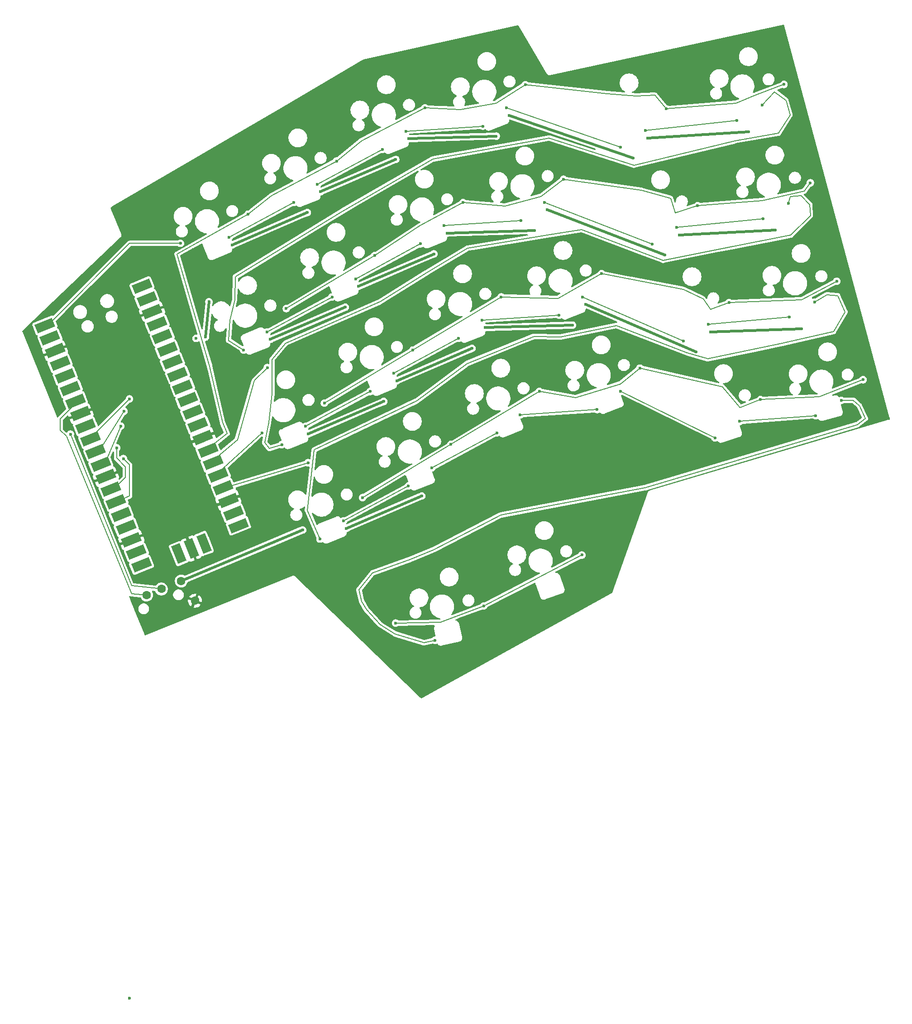
<source format=gbr>
%TF.GenerationSoftware,KiCad,Pcbnew,9.0.5*%
%TF.CreationDate,2025-10-09T16:26:15-06:00*%
%TF.ProjectId,ergo-kola (another copy),6572676f-2d6b-46f6-9c61-2028616e6f74,rev?*%
%TF.SameCoordinates,Original*%
%TF.FileFunction,Copper,L1,Top*%
%TF.FilePolarity,Positive*%
%FSLAX46Y46*%
G04 Gerber Fmt 4.6, Leading zero omitted, Abs format (unit mm)*
G04 Created by KiCad (PCBNEW 9.0.5) date 2025-10-09 16:26:15*
%MOMM*%
%LPD*%
G01*
G04 APERTURE LIST*
G04 Aperture macros list*
%AMHorizOval*
0 Thick line with rounded ends*
0 $1 width*
0 $2 $3 position (X,Y) of the first rounded end (center of the circle)*
0 $4 $5 position (X,Y) of the second rounded end (center of the circle)*
0 Add line between two ends*
20,1,$1,$2,$3,$4,$5,0*
0 Add two circle primitives to create the rounded ends*
1,1,$1,$2,$3*
1,1,$1,$4,$5*%
%AMRotRect*
0 Rectangle, with rotation*
0 The origin of the aperture is its center*
0 $1 length*
0 $2 width*
0 $3 Rotation angle, in degrees counterclockwise*
0 Add horizontal line*
21,1,$1,$2,0,0,$3*%
G04 Aperture macros list end*
%TA.AperFunction,ComponentPad*%
%ADD10C,1.600000*%
%TD*%
%TA.AperFunction,ComponentPad*%
%ADD11HorizOval,1.700000X0.000000X0.000000X0.000000X0.000000X0*%
%TD*%
%TA.AperFunction,SMDPad,CuDef*%
%ADD12RotRect,3.500000X1.700000X22.000000*%
%TD*%
%TA.AperFunction,ComponentPad*%
%ADD13RotRect,1.700000X1.700000X22.000000*%
%TD*%
%TA.AperFunction,SMDPad,CuDef*%
%ADD14RotRect,3.500000X1.700000X112.000000*%
%TD*%
%TA.AperFunction,ViaPad*%
%ADD15C,0.600000*%
%TD*%
%TA.AperFunction,Conductor*%
%ADD16C,0.200000*%
%TD*%
%TA.AperFunction,Conductor*%
%ADD17C,0.500000*%
%TD*%
G04 APERTURE END LIST*
D10*
%TO.P,J2,1,S*%
%TO.N,GND*%
X239710022Y-134262772D03*
%TO.P,J2,2,T*%
%TO.N,R_VBUS*%
X237134569Y-130557770D03*
%TO.P,J2,3,R1*%
%TO.N,R_TX*%
X233425833Y-132056196D03*
%TO.P,J2,4,R2*%
%TO.N,R_RX*%
X230644282Y-133180016D03*
%TD*%
D11*
%TO.P,U2,1,GPIO0*%
%TO.N,R_RGB*%
X212462078Y-82461772D03*
D12*
X211627613Y-82798918D03*
D11*
%TO.P,U2,2,GPIO1*%
%TO.N,unconnected-(U2-GPIO1-Pad2)_1*%
X213413579Y-84816819D03*
D12*
%TO.N,unconnected-(U2-GPIO1-Pad2)*%
X212579114Y-85153965D03*
D13*
%TO.P,U2,3,GND*%
%TO.N,GND*%
X214365080Y-87171866D03*
D12*
X213530615Y-87509012D03*
D11*
%TO.P,U2,4,GPIO2*%
%TO.N,unconnected-(U2-GPIO2-Pad4)_1*%
X215316581Y-89526913D03*
D12*
%TO.N,unconnected-(U2-GPIO2-Pad4)*%
X214482116Y-89864059D03*
D11*
%TO.P,U2,5,GPIO3*%
%TO.N,unconnected-(U2-GPIO3-Pad5)*%
X216268081Y-91881960D03*
D12*
%TO.N,unconnected-(U2-GPIO3-Pad5)_1*%
X215433616Y-92219106D03*
D11*
%TO.P,U2,6,GPIO4_(TX)*%
%TO.N,R_TX*%
X217219582Y-94237007D03*
D12*
X216385117Y-94574153D03*
D11*
%TO.P,U2,7,GPIO5_(RX)*%
%TO.N,R_RX*%
X218171083Y-96592054D03*
D12*
X217336618Y-96929200D03*
D13*
%TO.P,U2,8,GND*%
%TO.N,GND*%
X219122584Y-98947101D03*
D12*
X218288119Y-99284247D03*
D11*
%TO.P,U2,9,GPIO6*%
%TO.N,R_C6*%
X220074084Y-101302148D03*
D12*
X219239619Y-101639294D03*
D11*
%TO.P,U2,10,GPIO7*%
%TO.N,R_C7*%
X221025585Y-103657195D03*
D12*
X220191120Y-103994341D03*
D11*
%TO.P,U2,11,GPIO8*%
%TO.N,R_C8*%
X221977086Y-106012242D03*
D12*
X221142621Y-106349388D03*
D11*
%TO.P,U2,12,GPIO9*%
%TO.N,R_C9*%
X222928587Y-108367289D03*
D12*
X222094122Y-108704435D03*
D13*
%TO.P,U2,13,GND*%
%TO.N,GND*%
X223880087Y-110722336D03*
D12*
X223045622Y-111059482D03*
D11*
%TO.P,U2,14,GPIO10*%
%TO.N,R_C10*%
X224831588Y-113077383D03*
D12*
X223997123Y-113414529D03*
D11*
%TO.P,U2,15,GPIO11*%
%TO.N,R_C11*%
X225783089Y-115432430D03*
D12*
X224948624Y-115769576D03*
D11*
%TO.P,U2,16,GPIO12*%
%TO.N,unconnected-(U2-GPIO12-Pad16)*%
X226734590Y-117787477D03*
D12*
X225900125Y-118124623D03*
D11*
%TO.P,U2,17,GPIO13*%
%TO.N,unconnected-(U2-GPIO13-Pad17)_1*%
X227686090Y-120142524D03*
D12*
%TO.N,unconnected-(U2-GPIO13-Pad17)*%
X226851625Y-120479670D03*
D13*
%TO.P,U2,18,GND*%
%TO.N,GND*%
X228637591Y-122497571D03*
D12*
X227803126Y-122834717D03*
D11*
%TO.P,U2,19,GPIO14*%
%TO.N,unconnected-(U2-GPIO14-Pad19)_1*%
X229589092Y-124852618D03*
D12*
%TO.N,unconnected-(U2-GPIO14-Pad19)*%
X228754627Y-125189764D03*
D11*
%TO.P,U2,20,GPIO15*%
%TO.N,unconnected-(U2-GPIO15-Pad20)*%
X230540593Y-127207665D03*
D12*
%TO.N,unconnected-(U2-GPIO15-Pad20)_1*%
X229706128Y-127544811D03*
D11*
%TO.P,U2,21,GPIO16*%
%TO.N,unconnected-(U2-GPIO16-Pad21)_1*%
X247025922Y-120547160D03*
D12*
%TO.N,unconnected-(U2-GPIO16-Pad21)*%
X247860387Y-120210014D03*
D11*
%TO.P,U2,22,GPIO17*%
%TO.N,R_R4*%
X246074421Y-118192113D03*
D12*
X246908886Y-117854967D03*
D13*
%TO.P,U2,23,GND*%
%TO.N,GND*%
X245122920Y-115837066D03*
D12*
X245957385Y-115499920D03*
D11*
%TO.P,U2,24,GPIO18*%
%TO.N,R_R3*%
X244171419Y-113482019D03*
D12*
X245005884Y-113144873D03*
D11*
%TO.P,U2,25,GPIO19*%
%TO.N,R_R2*%
X243219919Y-111126972D03*
D12*
X244054384Y-110789826D03*
D11*
%TO.P,U2,26,GPIO20*%
%TO.N,R_R1*%
X242268418Y-108771925D03*
D12*
X243102883Y-108434779D03*
D11*
%TO.P,U2,27,GPIO21*%
%TO.N,R_R0*%
X241316917Y-106416878D03*
D12*
X242151382Y-106079732D03*
D13*
%TO.P,U2,28,GND*%
%TO.N,GND*%
X240365416Y-104061831D03*
D12*
X241199881Y-103724685D03*
D11*
%TO.P,U2,29,GPIO22*%
%TO.N,unconnected-(U2-GPIO22-Pad29)*%
X239413916Y-101706784D03*
D12*
%TO.N,unconnected-(U2-GPIO22-Pad29)_1*%
X240248381Y-101369638D03*
D11*
%TO.P,U2,30,RUN*%
%TO.N,unconnected-(U2-RUN-Pad30)_1*%
X238462415Y-99351737D03*
D12*
%TO.N,unconnected-(U2-RUN-Pad30)*%
X239296880Y-99014591D03*
D11*
%TO.P,U2,31,GPIO26_ADC0*%
%TO.N,unconnected-(U2-GPIO26_ADC0-Pad31)_1*%
X237510914Y-96996690D03*
D12*
%TO.N,unconnected-(U2-GPIO26_ADC0-Pad31)*%
X238345379Y-96659544D03*
D11*
%TO.P,U2,32,GPIO27_ADC1*%
%TO.N,unconnected-(U2-GPIO27_ADC1-Pad32)_1*%
X236559413Y-94641643D03*
D12*
%TO.N,unconnected-(U2-GPIO27_ADC1-Pad32)*%
X237393878Y-94304497D03*
D13*
%TO.P,U2,33,AGND*%
%TO.N,unconnected-(U2-AGND-Pad33)*%
X235607913Y-92286596D03*
D12*
%TO.N,unconnected-(U2-AGND-Pad33)_1*%
X236442378Y-91949450D03*
D11*
%TO.P,U2,34,GPIO28_ADC2*%
%TO.N,unconnected-(U2-GPIO28_ADC2-Pad34)_1*%
X234656412Y-89931549D03*
D12*
%TO.N,unconnected-(U2-GPIO28_ADC2-Pad34)*%
X235490877Y-89594403D03*
D11*
%TO.P,U2,35,ADC_VREF*%
%TO.N,unconnected-(U2-ADC_VREF-Pad35)*%
X233704911Y-87576502D03*
D12*
%TO.N,unconnected-(U2-ADC_VREF-Pad35)_1*%
X234539376Y-87239356D03*
D11*
%TO.P,U2,36,3V3*%
%TO.N,unconnected-(U2-3V3-Pad36)*%
X232753410Y-85221455D03*
D12*
%TO.N,unconnected-(U2-3V3-Pad36)_1*%
X233587875Y-84884309D03*
D11*
%TO.P,U2,37,3V3_EN*%
%TO.N,unconnected-(U2-3V3_EN-Pad37)_1*%
X231801910Y-82866408D03*
D12*
%TO.N,unconnected-(U2-3V3_EN-Pad37)*%
X232636375Y-82529262D03*
D13*
%TO.P,U2,38,GND*%
%TO.N,GND*%
X230850409Y-80511361D03*
D12*
X231684874Y-80174215D03*
D11*
%TO.P,U2,39,VSYS*%
%TO.N,unconnected-(U2-VSYS-Pad39)_1*%
X229898908Y-78156314D03*
D12*
%TO.N,unconnected-(U2-VSYS-Pad39)*%
X230733373Y-77819168D03*
D11*
%TO.P,U2,40,VBUS*%
%TO.N,R_VBUS*%
X228947407Y-75801267D03*
D12*
X229781872Y-75464121D03*
D11*
%TO.P,U2,41,SWCLK*%
%TO.N,unconnected-(U2-SWCLK-Pad41)*%
X236342051Y-124615661D03*
D14*
%TO.N,unconnected-(U2-SWCLK-Pad41)_1*%
X236679197Y-125450126D03*
D13*
%TO.P,U2,42,GND*%
%TO.N,GND*%
X238697098Y-123664160D03*
D14*
X239034244Y-124498625D03*
D11*
%TO.P,U2,43,SWDIO*%
%TO.N,unconnected-(U2-SWDIO-Pad43)*%
X241052146Y-122712659D03*
D14*
%TO.N,unconnected-(U2-SWDIO-Pad43)_1*%
X241389292Y-123547124D03*
%TD*%
D15*
%TO.N,*%
X227482550Y-208524336D03*
%TO.N,R_C7*%
X227457000Y-96520000D03*
%TO.N,R_C8*%
X226441000Y-98806000D03*
%TO.N,R_C9*%
X225806000Y-101600000D03*
%TO.N,R_C10*%
X225044000Y-105664000D03*
%TO.N,R_C11*%
X226314000Y-107696000D03*
%TO.N,R_R1*%
X256788184Y-79644480D03*
X308649961Y-55446846D03*
X354822530Y-56122467D03*
X253238000Y-90678000D03*
X289860337Y-59794228D03*
X333715820Y-60393056D03*
X273324251Y-69719354D03*
%TO.N,R_R2*%
X315786206Y-73109701D03*
X296996581Y-77457083D03*
X263924429Y-97307335D03*
X252222000Y-102870000D03*
X280460514Y-87382209D03*
X339602594Y-78510692D03*
X359753032Y-74523357D03*
%TO.N,R_R0*%
X327829046Y-42275439D03*
X266187988Y-52056499D03*
X249651921Y-61981625D03*
X282724074Y-42131373D03*
X349892028Y-37721577D03*
X301513698Y-37783991D03*
%TO.N,R_R4*%
X312099251Y-125709591D03*
X277241000Y-138430000D03*
X293708574Y-135236404D03*
%TO.N,R_RGB*%
X236982000Y-67437000D03*
%TO.N,R_R3*%
X260858000Y-108458000D03*
X322922469Y-90772557D03*
X345489367Y-96628309D03*
X364683534Y-92924248D03*
X287596759Y-105045064D03*
X271060692Y-114970191D03*
X304132845Y-95119938D03*
%TO.N,GND*%
X269748000Y-130810000D03*
X231521000Y-70358000D03*
X259207000Y-107823000D03*
X228473000Y-84074000D03*
X255905000Y-101981000D03*
X239395000Y-68580000D03*
X238125000Y-70104000D03*
X253492000Y-107823000D03*
X222631000Y-116586000D03*
X237363000Y-83947000D03*
X247396000Y-88646000D03*
X225425000Y-109728000D03*
X228981000Y-118110000D03*
X219964000Y-109982000D03*
X273812000Y-131699000D03*
X247269000Y-92202000D03*
X218821000Y-86233000D03*
%TO.N,R_VBUS*%
X333493314Y-87724519D03*
X298502122Y-43530592D03*
X282145086Y-114662609D03*
X267843000Y-79375000D03*
X312774630Y-78856302D03*
X277272401Y-51748918D03*
X293985005Y-83203684D03*
X284408664Y-69411773D03*
X343308908Y-46603042D03*
X321719766Y-51489266D03*
X310334533Y-82727246D03*
X279712498Y-47877974D03*
X246640345Y-67728226D03*
X277448938Y-93128810D03*
X353169912Y-83404822D03*
X336197491Y-84033218D03*
X305638385Y-61193447D03*
X330310717Y-65915582D03*
X253776608Y-85391081D03*
X275008841Y-96999754D03*
X259842000Y-121031000D03*
X270312675Y-75465955D03*
X242316000Y-78359000D03*
X324423943Y-47797965D03*
X241681000Y-84963000D03*
X303198288Y-65064391D03*
X286848761Y-65540829D03*
X296062025Y-47401536D03*
X268049116Y-120716792D03*
X239903000Y-85217000D03*
X291544908Y-87074628D03*
X327606540Y-69606883D03*
X260736315Y-61674044D03*
X260912853Y-103053936D03*
X263176412Y-57803100D03*
X348239410Y-65003932D03*
%TO.N,Net-(L2-DIN)*%
X323960417Y-46371380D03*
X341034864Y-44443006D03*
%TO.N,Net-(L2-DOUT)*%
X248816174Y-87395227D03*
X345814338Y-41609436D03*
%TO.N,Net-(L4-DOUT)*%
X297940212Y-42139816D03*
X319335791Y-49451206D03*
%TO.N,Net-(L4-DIN)*%
X293541688Y-45534738D03*
X279150588Y-46487198D03*
%TO.N,Net-(L12-DIN)*%
X329847191Y-64488997D03*
X345965366Y-62843896D03*
%TO.N,Net-(L10-DIN)*%
X258215978Y-59807246D03*
X246078435Y-66337450D03*
%TO.N,Net-(L10-DOUT)*%
X274752064Y-49882120D03*
X262614502Y-56412324D03*
%TO.N,Net-(L12-DOUT)*%
X350744840Y-60010326D03*
X255952419Y-105058082D03*
%TO.N,Net-(L14-DOUT)*%
X325222565Y-67568823D03*
X305076475Y-59802671D03*
%TO.N,Net-(L14-DIN)*%
X300677951Y-63197593D03*
X286286851Y-64150053D03*
%TO.N,Net-(L16-DIN)*%
X269750765Y-74075179D03*
X281888327Y-67544975D03*
%TO.N,Net-(L22-DIN)*%
X265352241Y-77470101D03*
X253214698Y-84000305D03*
%TO.N,Net-(L24-DOUT)*%
X312212720Y-77465526D03*
X331109339Y-85686459D03*
%TO.N,Net-(L24-DIN)*%
X293423095Y-81812908D03*
X307814196Y-80860448D03*
%TO.N,Net-(L26-DOUT)*%
X263088682Y-122720938D03*
X355675342Y-78411216D03*
%TO.N,Net-(L26-DIN)*%
X335733965Y-82606633D03*
X350895868Y-81244786D03*
%TO.N,Net-(L28-DIN)*%
X289024571Y-85207830D03*
X276887028Y-91738034D03*
%TO.N,Net-(L34-DIN)*%
X260350943Y-101663160D03*
X272488504Y-95132956D03*
%TO.N,Net-(L36-DOUT)*%
X319348983Y-95128382D03*
X336996112Y-103804076D03*
%TO.N,Net-(L38-DOUT)*%
X360605844Y-96812107D03*
X284622229Y-141644629D03*
%TO.N,Net-(L36-DIN)*%
X300559359Y-99475763D03*
X314950459Y-98523304D03*
%TO.N,Net-(L38-DIN)*%
X341620738Y-100724250D03*
X355826370Y-99645677D03*
%TO.N,Net-(L40-DIN)*%
X284023273Y-109400889D03*
X296160835Y-102870685D03*
%TO.N,Net-(L46-DIN)*%
X267487206Y-119326016D03*
X279624749Y-112795811D03*
%TO.N,R_TX*%
X216408000Y-103124000D03*
%TD*%
D16*
%TO.N,R_RX*%
X215646000Y-103505000D02*
X214503000Y-102362000D01*
X214503000Y-100260137D02*
X218171083Y-96592054D01*
X227838000Y-132969000D02*
X215646000Y-103505000D01*
X230644282Y-133180016D02*
X227838000Y-132969000D01*
X214503000Y-102362000D02*
X214503000Y-100260137D01*
%TO.N,R_C7*%
X227457000Y-96520000D02*
X221025585Y-102951415D01*
X221025585Y-102951415D02*
X221025585Y-103657195D01*
%TO.N,R_C8*%
X226441000Y-98806000D02*
X221977086Y-106012242D01*
%TO.N,R_C9*%
X225806000Y-101600000D02*
X222928587Y-108367289D01*
%TO.N,R_C10*%
X225044000Y-107569000D02*
X226695000Y-109220000D01*
X225044000Y-105664000D02*
X225044000Y-107569000D01*
X226695000Y-111213971D02*
X224831588Y-113077383D01*
X226695000Y-109220000D02*
X226695000Y-111213971D01*
%TO.N,R_C11*%
X226314000Y-107696000D02*
X227457000Y-108839000D01*
X227457000Y-114681000D02*
X225783089Y-115432430D01*
X227457000Y-108839000D02*
X227457000Y-114681000D01*
%TO.N,R_R1*%
X353695000Y-57658000D02*
X354822530Y-56122467D01*
X328676000Y-59055000D02*
X329565000Y-61722000D01*
X297688000Y-60452000D02*
X304419000Y-58674000D01*
X329565000Y-61722000D02*
X333715820Y-60393056D01*
X247650000Y-104140000D02*
X242268418Y-108771925D01*
X281813000Y-64135000D02*
X289860337Y-59794228D01*
X323215000Y-57531000D02*
X328676000Y-59055000D01*
X308649961Y-55446846D02*
X323215000Y-57531000D01*
X345821000Y-59436000D02*
X353695000Y-57658000D01*
X304419000Y-58674000D02*
X308649961Y-55446846D01*
X253238000Y-90678000D02*
X250825000Y-93091000D01*
X250825000Y-93091000D02*
X247650000Y-104140000D01*
X333715820Y-60393056D02*
X345821000Y-59436000D01*
X273324251Y-69719354D02*
X281813000Y-64135000D01*
X289860337Y-59794228D02*
X297688000Y-60452000D01*
X273324251Y-69719354D02*
X256788184Y-79644480D01*
%TO.N,R_R2*%
X280460514Y-87382209D02*
X263924429Y-97307335D01*
X353187000Y-77978000D02*
X339602594Y-78510692D01*
X334772000Y-77851000D02*
X336169000Y-79756000D01*
X307594000Y-77724000D02*
X296996581Y-77457083D01*
X359753032Y-74523357D02*
X353187000Y-77978000D01*
X315786206Y-73109701D02*
X307594000Y-77724000D01*
X252222000Y-102870000D02*
X243219919Y-111126972D01*
X331089000Y-76073000D02*
X334772000Y-77851000D01*
X296996581Y-77457083D02*
X280460514Y-87382209D01*
X315786206Y-73109701D02*
X331089000Y-76073000D01*
X336169000Y-79756000D02*
X339602594Y-78510692D01*
%TO.N,R_R0*%
X270891000Y-48260000D02*
X266187988Y-52056499D01*
X282724074Y-42131373D02*
X270891000Y-48260000D01*
X340868000Y-41275000D02*
X327829046Y-42275439D01*
X325755000Y-39751000D02*
X322199000Y-39878000D01*
X301513698Y-37783991D02*
X296037000Y-41275000D01*
X327829046Y-42275439D02*
X325755000Y-39751000D01*
X254000000Y-58547000D02*
X249651921Y-61981625D01*
X349892028Y-37721577D02*
X344551000Y-39751000D01*
X289306000Y-42418000D02*
X282724074Y-42131373D01*
X245745000Y-102997000D02*
X241316917Y-106416878D01*
X344551000Y-39751000D02*
X340868000Y-41275000D01*
X236347000Y-69469000D02*
X242443000Y-90424000D01*
X244856000Y-100965000D02*
X245745000Y-102997000D01*
X249651921Y-61981625D02*
X236347000Y-69469000D01*
X266187988Y-52056499D02*
X254000000Y-58547000D01*
X316865000Y-39497000D02*
X301513698Y-37783991D01*
X322199000Y-39878000D02*
X316865000Y-39497000D01*
X242443000Y-90424000D02*
X244856000Y-100965000D01*
X296037000Y-41275000D02*
X289306000Y-42418000D01*
%TO.N,R_R4*%
X285623000Y-138303000D02*
X277241000Y-138430000D01*
X293708574Y-135236404D02*
X312099251Y-125709591D01*
X293708574Y-135236404D02*
X285623000Y-138303000D01*
%TO.N,R_RGB*%
X212462078Y-82461772D02*
X227486850Y-67437000D01*
X227486850Y-67437000D02*
X236982000Y-67437000D01*
%TO.N,R_R3*%
X345489367Y-96628309D02*
X356489000Y-96139000D01*
X356489000Y-96139000D02*
X364683534Y-92924248D01*
X322922469Y-90772557D02*
X338328000Y-94234000D01*
X304132845Y-95119938D02*
X310896000Y-96266000D01*
X271060692Y-114970191D02*
X287596759Y-105045064D01*
X304132845Y-95119938D02*
X287596759Y-105045064D01*
X338328000Y-94234000D02*
X341630000Y-98171000D01*
X260858000Y-108458000D02*
X244171419Y-113482019D01*
X341630000Y-98171000D02*
X345489367Y-96628309D01*
X310896000Y-96266000D02*
X319278000Y-93726000D01*
X319278000Y-93726000D02*
X322922469Y-90772557D01*
%TO.N,GND*%
X238125000Y-70104000D02*
X239395000Y-68580000D01*
X247396000Y-88646000D02*
X247269000Y-92202000D01*
X259207000Y-107823000D02*
X253492000Y-107823000D01*
D17*
%TO.N,R_VBUS*%
X330310717Y-65915582D02*
X348239410Y-65003932D01*
X253776608Y-85391081D02*
X267843000Y-79375000D01*
X296062025Y-47401536D02*
X279712498Y-47877974D01*
X336197491Y-84033218D02*
X353169912Y-83404822D01*
X260736315Y-61674044D02*
X246640345Y-67728226D01*
X241681000Y-84963000D02*
X242316000Y-78359000D01*
X312774630Y-78856302D02*
X333493314Y-87724519D01*
X282145086Y-114662609D02*
X268049116Y-120716792D01*
X260912853Y-103053936D02*
X275008841Y-96999754D01*
X286848761Y-65540829D02*
X303198288Y-65064391D01*
X270312675Y-75465955D02*
X284408664Y-69411773D01*
X259842000Y-121031000D02*
X237134569Y-130557770D01*
X324423943Y-47797965D02*
X343308908Y-46603042D01*
X277448938Y-93128810D02*
X291544908Y-87074628D01*
X305638385Y-61193447D02*
X327606540Y-69606883D01*
X321719766Y-51489266D02*
X298502122Y-43530592D01*
X277272401Y-51748918D02*
X263176412Y-57803100D01*
X293985005Y-83203684D02*
X310334533Y-82727246D01*
D16*
%TO.N,Net-(L2-DIN)*%
X341034864Y-44443006D02*
X323960417Y-46371380D01*
%TO.N,Net-(L2-DOUT)*%
X340741000Y-48260000D02*
X348869000Y-46863000D01*
X267208000Y-61468000D02*
X284226000Y-51689000D01*
X284226000Y-51689000D02*
X305943000Y-47752000D01*
X345814338Y-41609436D02*
X348107000Y-39116000D01*
X248816174Y-87395227D02*
X245999000Y-85598000D01*
X247142000Y-77978000D02*
X247269000Y-73660000D01*
X247269000Y-73660000D02*
X267208000Y-61468000D01*
X351028000Y-43434000D02*
X350266000Y-40767000D01*
X305943000Y-47752000D02*
X321818000Y-52832000D01*
X348869000Y-46863000D02*
X351028000Y-43434000D01*
X246253000Y-81788000D02*
X247142000Y-77978000D01*
X245999000Y-85598000D02*
X246253000Y-81788000D01*
X321818000Y-52832000D02*
X340741000Y-48260000D01*
X350266000Y-40767000D02*
X348107000Y-39116000D01*
%TO.N,Net-(L4-DOUT)*%
X319335791Y-49451206D02*
X297940212Y-42139816D01*
%TO.N,Net-(L4-DIN)*%
X293541688Y-45534738D02*
X279150588Y-46487198D01*
%TO.N,Net-(L12-DIN)*%
X329847191Y-64488997D02*
X345965366Y-62843896D01*
%TO.N,Net-(L10-DIN)*%
X258215978Y-59807246D02*
X246078435Y-66337450D01*
%TO.N,Net-(L10-DOUT)*%
X274752064Y-49882120D02*
X262614502Y-56412324D01*
%TO.N,Net-(L12-DOUT)*%
X256667000Y-86106000D02*
X274320000Y-78359000D01*
X353060000Y-58547000D02*
X351028000Y-58674000D01*
X254127000Y-89154000D02*
X256667000Y-86106000D01*
X327279000Y-70612000D02*
X339979000Y-68072000D01*
X351155000Y-65913000D02*
X354838000Y-62230000D01*
X252730000Y-104648000D02*
X253492000Y-100965000D01*
X274320000Y-78359000D02*
X283083000Y-72898000D01*
X339979000Y-68072000D02*
X351155000Y-65913000D01*
X254127000Y-95504000D02*
X254127000Y-89154000D01*
X354838000Y-62230000D02*
X354711000Y-60198000D01*
X283083000Y-72898000D02*
X290703000Y-68326000D01*
X305562000Y-65913000D02*
X312039000Y-64897000D01*
X253619000Y-105791000D02*
X252730000Y-104648000D01*
X253492000Y-100965000D02*
X254127000Y-95504000D01*
X350744840Y-60010326D02*
X351028000Y-58674000D01*
X290703000Y-68326000D02*
X305562000Y-65913000D01*
X354711000Y-60198000D02*
X353060000Y-58547000D01*
X312039000Y-64897000D02*
X327279000Y-70612000D01*
X255952419Y-105058082D02*
X253619000Y-105791000D01*
%TO.N,Net-(L14-DOUT)*%
X305076475Y-59802671D02*
X325222565Y-67568823D01*
%TO.N,Net-(L14-DIN)*%
X286286851Y-64150053D02*
X300677951Y-63197593D01*
%TO.N,Net-(L16-DIN)*%
X269750765Y-74075179D02*
X281888327Y-67544975D01*
%TO.N,Net-(L22-DIN)*%
X253214698Y-84000305D02*
X265352241Y-77470101D01*
%TO.N,Net-(L24-DOUT)*%
X331109339Y-85686459D02*
X312212720Y-77465526D01*
%TO.N,Net-(L24-DIN)*%
X307814196Y-80860448D02*
X293423095Y-81812908D01*
%TO.N,Net-(L26-DOUT)*%
X281178000Y-96901000D02*
X290576000Y-89916000D01*
X303149000Y-84836000D02*
X307848000Y-84956487D01*
X349123000Y-86233000D02*
X359156000Y-83947000D01*
X308102000Y-84963000D02*
X307848000Y-84956487D01*
X261112000Y-113665000D02*
X262001000Y-106045000D01*
X262001000Y-106045000D02*
X281178000Y-96901000D01*
X361315000Y-80264000D02*
X359918000Y-77216000D01*
X290576000Y-89916000D02*
X303149000Y-84836000D01*
X331724000Y-87884000D02*
X335661000Y-89027000D01*
X308102000Y-84963000D02*
X318516000Y-82804000D01*
X260731000Y-117348000D02*
X261112000Y-113665000D01*
X335661000Y-89027000D02*
X349123000Y-86233000D01*
X359156000Y-83947000D02*
X361315000Y-80264000D01*
X355675342Y-78411216D02*
X357886000Y-77089000D01*
X359918000Y-77216000D02*
X357886000Y-77089000D01*
X318516000Y-82804000D02*
X331724000Y-87884000D01*
X263088682Y-122720938D02*
X260731000Y-117348000D01*
%TO.N,Net-(L26-DIN)*%
X350895868Y-81244786D02*
X335733965Y-82606633D01*
%TO.N,Net-(L28-DIN)*%
X289024571Y-85207830D02*
X276887028Y-91738034D01*
%TO.N,Net-(L34-DIN)*%
X272488504Y-95132956D02*
X260350943Y-101663160D01*
%TO.N,Net-(L36-DOUT)*%
X336996112Y-103804076D02*
X319348983Y-95128382D01*
%TO.N,Net-(L38-DOUT)*%
X277114000Y-140462000D02*
X282575000Y-142113000D01*
X362839000Y-96774000D02*
X363982000Y-97790000D01*
X323850000Y-113157000D02*
X296926000Y-118237000D01*
X274320000Y-138684000D02*
X277114000Y-140462000D01*
X365125000Y-100203000D02*
X363601000Y-101346000D01*
X282575000Y-142113000D02*
X284622229Y-141644629D01*
X360605844Y-96812107D02*
X362839000Y-96774000D01*
X363601000Y-101346000D02*
X323850000Y-113157000D01*
X270891000Y-134366000D02*
X271780000Y-135890000D01*
X272923000Y-129032000D02*
X270383000Y-132207000D01*
X270383000Y-132207000D02*
X270891000Y-134366000D01*
X363982000Y-97790000D02*
X365125000Y-100203000D01*
X280035000Y-126492000D02*
X272923000Y-129032000D01*
X296926000Y-118237000D02*
X284353000Y-124714000D01*
X271780000Y-135890000D02*
X274320000Y-138684000D01*
X284353000Y-124714000D02*
X280035000Y-126492000D01*
%TO.N,Net-(L36-DIN)*%
X314950459Y-98523304D02*
X300559359Y-99475763D01*
%TO.N,Net-(L38-DIN)*%
X355826370Y-99645677D02*
X341620738Y-100724250D01*
%TO.N,Net-(L40-DIN)*%
X296160835Y-102870685D02*
X284023273Y-109400889D01*
%TO.N,Net-(L46-DIN)*%
X279624749Y-112795811D02*
X267487206Y-119326016D01*
%TO.N,R_TX*%
X227838000Y-131445000D02*
X216408000Y-103124000D01*
X233425833Y-132056196D02*
X227838000Y-131445000D01*
%TD*%
%TA.AperFunction,Conductor*%
%TO.N,GND*%
G36*
X312949801Y-79638865D02*
G01*
X317861080Y-81741039D01*
X318493816Y-82011869D01*
X318624763Y-82067918D01*
X318635618Y-82076878D01*
X318648877Y-82081612D01*
X318662030Y-82098678D01*
X318678648Y-82112394D01*
X318682936Y-82125802D01*
X318691530Y-82136952D01*
X318693369Y-82158421D01*
X318699933Y-82178943D01*
X318696292Y-82192539D01*
X318697494Y-82206567D01*
X318687433Y-82225622D01*
X318681861Y-82246435D01*
X318671445Y-82255906D01*
X318664874Y-82268354D01*
X318646112Y-82278943D01*
X318630169Y-82293442D01*
X318615074Y-82296462D01*
X318604027Y-82302698D01*
X318568862Y-82305710D01*
X318559665Y-82305182D01*
X318553730Y-82304698D01*
X318503123Y-82299345D01*
X318503108Y-82299345D01*
X318491074Y-82301242D01*
X318478918Y-82300545D01*
X318426189Y-82311475D01*
X318423266Y-82311937D01*
X318423241Y-82311942D01*
X318372933Y-82319877D01*
X318368211Y-82321272D01*
X318348781Y-82327523D01*
X308071049Y-84458272D01*
X308042700Y-84460813D01*
X307926700Y-84457840D01*
X307926699Y-84457840D01*
X307882633Y-84456710D01*
X307794959Y-84454462D01*
X307794958Y-84454462D01*
X307793359Y-84454421D01*
X303197447Y-84336576D01*
X303183372Y-84335411D01*
X303153398Y-84331199D01*
X303133888Y-84333595D01*
X303133887Y-84333594D01*
X303124769Y-84334713D01*
X303095959Y-84333975D01*
X303059662Y-84342709D01*
X303052647Y-84343571D01*
X303052641Y-84343572D01*
X303035713Y-84345651D01*
X303022592Y-84347262D01*
X303004376Y-84354621D01*
X303004377Y-84354622D01*
X302995860Y-84358063D01*
X302967832Y-84364809D01*
X302935029Y-84382641D01*
X302928470Y-84385292D01*
X290390432Y-89451166D01*
X290389672Y-89451470D01*
X290330324Y-89474994D01*
X290328441Y-89476042D01*
X290328412Y-89476059D01*
X290327481Y-89476576D01*
X290276437Y-89515041D01*
X290275782Y-89515531D01*
X280928266Y-96463010D01*
X280907666Y-96475415D01*
X261796176Y-105588177D01*
X261796177Y-105588178D01*
X261795921Y-105588300D01*
X261794059Y-105589188D01*
X261742167Y-105611586D01*
X261734701Y-105617491D01*
X261726109Y-105621588D01*
X261684910Y-105656766D01*
X261681324Y-105659713D01*
X261638812Y-105693343D01*
X261638806Y-105693349D01*
X261633123Y-105700984D01*
X261625889Y-105707163D01*
X261593898Y-105753695D01*
X261592488Y-105755591D01*
X261592476Y-105755609D01*
X261560137Y-105799068D01*
X261556181Y-105806161D01*
X261555882Y-105805994D01*
X261554615Y-105808368D01*
X261554920Y-105808523D01*
X261551231Y-105815759D01*
X261533134Y-105866839D01*
X261533135Y-105866840D01*
X261532354Y-105869043D01*
X261511507Y-105921554D01*
X261510403Y-105931010D01*
X261507226Y-105939981D01*
X261507225Y-105939984D01*
X261507224Y-105939988D01*
X261502967Y-105993982D01*
X261502516Y-105998603D01*
X261302499Y-107713038D01*
X261275178Y-107777345D01*
X261217428Y-107816673D01*
X261147583Y-107818535D01*
X261131885Y-107813231D01*
X261062328Y-107784420D01*
X261062322Y-107784418D01*
X260926995Y-107757500D01*
X260926993Y-107757500D01*
X260789007Y-107757500D01*
X260789005Y-107757500D01*
X260653677Y-107784418D01*
X260653667Y-107784421D01*
X260526195Y-107837221D01*
X260526182Y-107837228D01*
X260411458Y-107913885D01*
X260411454Y-107913888D01*
X260313892Y-108011451D01*
X260313889Y-108011454D01*
X260265281Y-108084198D01*
X260211667Y-108129002D01*
X260197929Y-108134040D01*
X247024730Y-112100245D01*
X246954862Y-112100724D01*
X246895826Y-112063353D01*
X246874010Y-112027961D01*
X246864343Y-112004035D01*
X246702682Y-111603911D01*
X246669570Y-111521955D01*
X246669568Y-111521951D01*
X246620664Y-111440558D01*
X246524920Y-111357330D01*
X246402579Y-111305398D01*
X246348561Y-111261083D01*
X246327076Y-111194599D01*
X246336889Y-111142805D01*
X246339246Y-111137250D01*
X246339248Y-111137249D01*
X246388818Y-111020468D01*
X246399876Y-110894085D01*
X246378516Y-110801565D01*
X245852813Y-109500411D01*
X245845952Y-109430882D01*
X245877771Y-109368678D01*
X245883946Y-109362600D01*
X250952674Y-104713416D01*
X252163166Y-103603118D01*
X252188399Y-103590721D01*
X252212049Y-103575523D01*
X252222352Y-103574041D01*
X252225877Y-103572310D01*
X252246984Y-103570500D01*
X252289549Y-103570500D01*
X252356588Y-103590185D01*
X252402343Y-103642989D01*
X252412287Y-103712147D01*
X252410977Y-103719623D01*
X252251434Y-104490747D01*
X252244877Y-104512321D01*
X252241539Y-104520531D01*
X252241538Y-104520534D01*
X252236452Y-104561216D01*
X252234839Y-104570951D01*
X252226530Y-104611115D01*
X252226530Y-104611119D01*
X252227042Y-104619975D01*
X252227041Y-104619975D01*
X252227694Y-104631276D01*
X252225192Y-104651304D01*
X252231484Y-104696797D01*
X252231770Y-104701742D01*
X252231771Y-104701745D01*
X252234139Y-104742681D01*
X252234139Y-104742683D01*
X252234140Y-104742686D01*
X252240482Y-104761852D01*
X252243248Y-104781845D01*
X252261106Y-104824175D01*
X252262659Y-104828866D01*
X252275543Y-104867797D01*
X252280407Y-104875199D01*
X252291026Y-104895091D01*
X252294475Y-104903266D01*
X252319657Y-104935643D01*
X252322690Y-104939542D01*
X252347916Y-104977930D01*
X252362985Y-104991351D01*
X252369934Y-105000286D01*
X252369939Y-105000291D01*
X253205722Y-106074868D01*
X253212496Y-106084488D01*
X253231928Y-106115065D01*
X253231930Y-106115067D01*
X253231931Y-106115068D01*
X253241989Y-106124304D01*
X253255994Y-106139504D01*
X253264382Y-106150289D01*
X253293277Y-106172162D01*
X253293276Y-106172162D01*
X253297973Y-106175717D01*
X253328995Y-106204206D01*
X253350291Y-106215321D01*
X253358555Y-106221577D01*
X253358559Y-106221580D01*
X253365654Y-106226950D01*
X253369457Y-106229829D01*
X253403031Y-106243479D01*
X253413685Y-106248411D01*
X253445823Y-106265186D01*
X253459156Y-106268157D01*
X253459159Y-106268158D01*
X253469281Y-106270413D01*
X253491537Y-106279462D01*
X253533328Y-106284686D01*
X253574452Y-106293850D01*
X253574455Y-106293849D01*
X253574456Y-106293850D01*
X253588096Y-106293269D01*
X253588098Y-106293268D01*
X253598462Y-106292827D01*
X253622304Y-106295808D01*
X253664029Y-106290036D01*
X253706117Y-106288245D01*
X253729041Y-106281044D01*
X253752845Y-106277752D01*
X253791657Y-106261377D01*
X255588682Y-105696937D01*
X255658538Y-105695629D01*
X255673290Y-105700678D01*
X255748091Y-105731662D01*
X255748095Y-105731662D01*
X255748096Y-105731663D01*
X255883423Y-105758582D01*
X255883426Y-105758582D01*
X256021414Y-105758582D01*
X256112460Y-105740471D01*
X256156747Y-105731662D01*
X256284230Y-105678857D01*
X256284235Y-105678853D01*
X256284238Y-105678852D01*
X256335665Y-105644489D01*
X256358229Y-105629411D01*
X256424906Y-105608533D01*
X256492287Y-105627017D01*
X256515576Y-105645613D01*
X256595342Y-105726806D01*
X256611167Y-105742914D01*
X256725205Y-105820584D01*
X256767538Y-105838560D01*
X256852194Y-105874510D01*
X256852196Y-105874510D01*
X256852204Y-105874514D01*
X256852211Y-105874515D01*
X256852213Y-105874516D01*
X256869665Y-105878149D01*
X256987284Y-105902634D01*
X257125255Y-105903861D01*
X257260814Y-105878149D01*
X257260819Y-105878147D01*
X257263729Y-105876971D01*
X257263775Y-105876967D01*
X257323071Y-105853009D01*
X257323188Y-105852965D01*
X257325370Y-105852080D01*
X257325581Y-105851995D01*
X257349585Y-105842302D01*
X257385882Y-105827646D01*
X257385884Y-105827644D01*
X257393475Y-105824579D01*
X257393654Y-105824492D01*
X260538388Y-104553938D01*
X260538390Y-104553936D01*
X260540834Y-104552949D01*
X260541178Y-104552768D01*
X260541183Y-104552767D01*
X260656587Y-104477126D01*
X260755017Y-104380424D01*
X260791390Y-104327017D01*
X260832689Y-104266379D01*
X260832690Y-104266377D01*
X260886620Y-104139368D01*
X260914735Y-104004278D01*
X260915937Y-103868214D01*
X260936213Y-103801353D01*
X260989419Y-103756066D01*
X261015741Y-103747694D01*
X261039760Y-103742916D01*
X261117181Y-103727516D01*
X261244664Y-103674711D01*
X261260084Y-103664408D01*
X261359392Y-103598052D01*
X261359391Y-103598052D01*
X261359395Y-103598050D01*
X261391522Y-103565922D01*
X261430268Y-103539667D01*
X261619893Y-103458224D01*
X273491391Y-98359454D01*
X275002778Y-97710318D01*
X275051713Y-97700254D01*
X275077836Y-97700254D01*
X275168882Y-97682143D01*
X275213169Y-97673334D01*
X275340652Y-97620529D01*
X275455383Y-97543868D01*
X275552955Y-97446296D01*
X275629616Y-97331565D01*
X275682421Y-97204082D01*
X275695014Y-97140775D01*
X275709341Y-97068749D01*
X275709341Y-96930758D01*
X275682422Y-96795431D01*
X275682421Y-96795430D01*
X275682421Y-96795426D01*
X275671006Y-96767868D01*
X275629619Y-96667949D01*
X275629612Y-96667936D01*
X275552955Y-96553212D01*
X275552952Y-96553208D01*
X275455386Y-96455642D01*
X275455382Y-96455639D01*
X275340658Y-96378982D01*
X275340645Y-96378975D01*
X275213173Y-96326175D01*
X275213163Y-96326172D01*
X275077836Y-96299254D01*
X275077834Y-96299254D01*
X274939848Y-96299254D01*
X274939846Y-96299254D01*
X274804518Y-96326172D01*
X274804508Y-96326175D01*
X274677036Y-96378975D01*
X274677023Y-96378982D01*
X274562302Y-96455637D01*
X274530169Y-96487769D01*
X274491425Y-96514021D01*
X261051038Y-102286625D01*
X261021517Y-102290186D01*
X260992421Y-102296310D01*
X260987209Y-102294325D01*
X260981671Y-102294994D01*
X260954906Y-102282028D01*
X260927123Y-102271451D01*
X260923811Y-102266964D01*
X260918792Y-102264533D01*
X260903288Y-102239159D01*
X260885631Y-102215236D01*
X260885270Y-102209669D01*
X260882363Y-102204911D01*
X260883038Y-102175181D01*
X260881118Y-102145512D01*
X260883857Y-102139121D01*
X260883950Y-102135060D01*
X260893675Y-102112527D01*
X260896150Y-102108065D01*
X260971718Y-101994971D01*
X261009464Y-101903842D01*
X261012888Y-101897672D01*
X261032933Y-101877895D01*
X261050595Y-101855979D01*
X261062557Y-101848639D01*
X272251303Y-95828912D01*
X272319665Y-95814485D01*
X272334241Y-95816494D01*
X272349350Y-95819500D01*
X272419509Y-95833456D01*
X272419511Y-95833456D01*
X272557499Y-95833456D01*
X272665639Y-95811945D01*
X272692832Y-95806536D01*
X272820315Y-95753731D01*
X272894234Y-95704339D01*
X272960910Y-95683461D01*
X273028290Y-95701945D01*
X273051564Y-95720525D01*
X273147252Y-95817895D01*
X273147255Y-95817897D01*
X273147256Y-95817898D01*
X273180856Y-95840773D01*
X273261336Y-95895564D01*
X273261337Y-95895564D01*
X273261338Y-95895565D01*
X273269963Y-95899225D01*
X273388382Y-95949478D01*
X273523507Y-95977566D01*
X273604011Y-95978254D01*
X273661510Y-95978746D01*
X273661511Y-95978746D01*
X273661511Y-95978745D01*
X273661515Y-95978746D01*
X273797101Y-95952973D01*
X273855739Y-95929264D01*
X273855740Y-95929266D01*
X273855758Y-95929256D01*
X277074473Y-94628812D01*
X277074476Y-94628809D01*
X277077158Y-94627726D01*
X277077269Y-94627667D01*
X277077274Y-94627666D01*
X277192691Y-94552018D01*
X277291129Y-94455304D01*
X277368804Y-94341242D01*
X277422732Y-94214217D01*
X277450838Y-94079111D01*
X277452024Y-93943100D01*
X277472292Y-93876238D01*
X277525493Y-93830945D01*
X277551818Y-93822569D01*
X277653266Y-93802390D01*
X277780749Y-93749585D01*
X277895480Y-93672924D01*
X277927607Y-93640796D01*
X277966353Y-93614541D01*
X277968973Y-93613416D01*
X291017858Y-88008955D01*
X291538846Y-87785192D01*
X291587781Y-87775128D01*
X291613903Y-87775128D01*
X291704949Y-87757017D01*
X291749236Y-87748208D01*
X291876719Y-87695403D01*
X291991450Y-87618742D01*
X292089022Y-87521170D01*
X292165683Y-87406439D01*
X292218488Y-87278956D01*
X292238091Y-87180405D01*
X292245408Y-87143623D01*
X292245408Y-87005632D01*
X292218489Y-86870305D01*
X292218488Y-86870304D01*
X292218488Y-86870300D01*
X292202466Y-86831619D01*
X292165686Y-86742823D01*
X292165679Y-86742810D01*
X292089022Y-86628086D01*
X292089019Y-86628082D01*
X291991453Y-86530516D01*
X291991449Y-86530513D01*
X291876725Y-86453856D01*
X291876712Y-86453849D01*
X291749240Y-86401049D01*
X291749230Y-86401046D01*
X291613903Y-86374128D01*
X291613901Y-86374128D01*
X291475915Y-86374128D01*
X291475913Y-86374128D01*
X291340585Y-86401046D01*
X291340575Y-86401049D01*
X291213103Y-86453849D01*
X291213090Y-86453856D01*
X291098369Y-86530511D01*
X291066236Y-86562643D01*
X291027492Y-86588895D01*
X277587124Y-92361498D01*
X277557598Y-92365060D01*
X277528507Y-92371183D01*
X277523295Y-92369198D01*
X277517758Y-92369867D01*
X277491000Y-92356904D01*
X277463209Y-92346325D01*
X277459896Y-92341837D01*
X277454878Y-92339406D01*
X277439376Y-92314034D01*
X277421717Y-92290109D01*
X277421356Y-92284542D01*
X277418449Y-92279784D01*
X277419124Y-92250055D01*
X277417204Y-92220386D01*
X277419943Y-92213995D01*
X277420036Y-92209933D01*
X277429761Y-92187401D01*
X277432241Y-92182930D01*
X277507803Y-92069845D01*
X277545548Y-91978718D01*
X277548973Y-91972546D01*
X277569015Y-91952773D01*
X277586680Y-91930852D01*
X277598643Y-91923512D01*
X288787372Y-85903786D01*
X288855734Y-85889359D01*
X288870305Y-85891367D01*
X288931067Y-85903454D01*
X288955577Y-85908330D01*
X288955578Y-85908330D01*
X289093566Y-85908330D01*
X289199328Y-85887292D01*
X289228899Y-85881410D01*
X289356382Y-85828605D01*
X289356387Y-85828601D01*
X289356390Y-85828600D01*
X289389080Y-85806756D01*
X289430307Y-85779209D01*
X289496983Y-85758331D01*
X289564363Y-85776815D01*
X289587629Y-85795386D01*
X289683367Y-85892782D01*
X289683374Y-85892788D01*
X289797422Y-85970421D01*
X289797423Y-85970421D01*
X289797427Y-85970424D01*
X289924438Y-86024324D01*
X290059522Y-86052414D01*
X290196290Y-86053603D01*
X290197490Y-86053614D01*
X290197490Y-86053613D01*
X290197491Y-86053614D01*
X290333044Y-86027878D01*
X290335920Y-86026715D01*
X290335928Y-86026715D01*
X290397008Y-86002037D01*
X290397011Y-86002036D01*
X290399215Y-86001144D01*
X290399510Y-86001026D01*
X290399511Y-86001024D01*
X290458103Y-85977355D01*
X290458105Y-85977352D01*
X290469662Y-85972684D01*
X290469680Y-85972674D01*
X293482375Y-84755467D01*
X293488409Y-84753032D01*
X293488449Y-84753028D01*
X293501828Y-84747618D01*
X293501995Y-84747602D01*
X293549555Y-84728376D01*
X293549556Y-84728377D01*
X293613518Y-84702521D01*
X293728896Y-84626846D01*
X293827296Y-84530118D01*
X293904936Y-84416054D01*
X293924810Y-84369219D01*
X293958832Y-84289041D01*
X293958832Y-84289038D01*
X293958834Y-84289035D01*
X293986919Y-84153942D01*
X293988093Y-84017986D01*
X293995867Y-83992330D01*
X294000085Y-83965848D01*
X294005846Y-83959397D01*
X294008355Y-83951121D01*
X294028769Y-83933737D01*
X294046633Y-83913741D01*
X294057116Y-83909599D01*
X294061552Y-83905823D01*
X294078955Y-83899567D01*
X294083386Y-83898338D01*
X294189333Y-83877264D01*
X294249965Y-83852148D01*
X294257279Y-83850121D01*
X294265412Y-83850243D01*
X294286799Y-83845665D01*
X310065664Y-83385857D01*
X310116724Y-83395242D01*
X310130205Y-83400826D01*
X310162244Y-83407199D01*
X310265537Y-83427746D01*
X310265540Y-83427746D01*
X310403528Y-83427746D01*
X310506822Y-83407199D01*
X310538861Y-83400826D01*
X310666344Y-83348021D01*
X310781075Y-83271360D01*
X310878647Y-83173788D01*
X310955308Y-83059057D01*
X311008113Y-82931574D01*
X311022209Y-82860708D01*
X311035033Y-82796241D01*
X311035033Y-82658250D01*
X311008114Y-82522923D01*
X311008113Y-82522922D01*
X311008113Y-82522918D01*
X310990906Y-82481376D01*
X310955311Y-82395441D01*
X310955304Y-82395428D01*
X310878647Y-82280704D01*
X310878644Y-82280700D01*
X310781078Y-82183134D01*
X310781074Y-82183131D01*
X310666350Y-82106474D01*
X310666337Y-82106467D01*
X310538865Y-82053667D01*
X310538855Y-82053664D01*
X310403528Y-82026746D01*
X310403526Y-82026746D01*
X310265540Y-82026746D01*
X310265538Y-82026746D01*
X310130206Y-82053665D01*
X310130199Y-82053667D01*
X310076575Y-82075878D01*
X310032737Y-82085263D01*
X294253874Y-82545071D01*
X294220937Y-82541607D01*
X294211644Y-82539345D01*
X294189333Y-82530104D01*
X294103661Y-82513062D01*
X294101111Y-82512442D01*
X294073053Y-82496214D01*
X294044333Y-82481191D01*
X294042984Y-82478823D01*
X294040629Y-82477461D01*
X294025804Y-82448653D01*
X294009759Y-82420475D01*
X294009904Y-82417754D01*
X294008659Y-82415334D01*
X294011763Y-82383077D01*
X294013499Y-82350705D01*
X294015092Y-82348495D01*
X294015353Y-82345786D01*
X294035407Y-82320323D01*
X294054366Y-82294034D01*
X294056899Y-82293037D01*
X294058585Y-82290897D01*
X294089224Y-82280318D01*
X294119384Y-82268452D01*
X294122217Y-82268232D01*
X307307953Y-81395547D01*
X307376145Y-81410761D01*
X307385032Y-81416174D01*
X307482378Y-81481219D01*
X307482391Y-81481226D01*
X307548783Y-81508726D01*
X307609868Y-81534028D01*
X307609872Y-81534028D01*
X307609873Y-81534029D01*
X307745200Y-81560948D01*
X307745203Y-81560948D01*
X307883191Y-81560948D01*
X307974237Y-81542837D01*
X308018524Y-81534028D01*
X308117120Y-81493188D01*
X308146000Y-81481226D01*
X308146000Y-81481225D01*
X308146007Y-81481223D01*
X308146012Y-81481219D01*
X308146015Y-81481218D01*
X308183974Y-81455854D01*
X308219938Y-81431823D01*
X308286614Y-81410945D01*
X308353994Y-81429429D01*
X308377271Y-81448012D01*
X308472935Y-81545368D01*
X308545302Y-81594640D01*
X308587016Y-81623042D01*
X308714058Y-81676961D01*
X308714065Y-81676963D01*
X308801104Y-81695057D01*
X308849186Y-81705053D01*
X308866437Y-81705201D01*
X308987188Y-81706237D01*
X308987188Y-81706236D01*
X308987195Y-81706237D01*
X309069461Y-81690602D01*
X309122774Y-81680470D01*
X309122778Y-81680468D01*
X309122782Y-81680468D01*
X309184452Y-81655535D01*
X312400165Y-80356304D01*
X312400166Y-80356302D01*
X312402913Y-80355193D01*
X312402957Y-80355169D01*
X312402962Y-80355168D01*
X312518384Y-80279519D01*
X312616826Y-80182801D01*
X312694504Y-80068734D01*
X312748432Y-79941703D01*
X312776536Y-79806590D01*
X312777012Y-79751782D01*
X312797278Y-79684918D01*
X312850477Y-79639623D01*
X312919719Y-79630281D01*
X312949801Y-79638865D01*
G37*
%TD.AperFunction*%
%TA.AperFunction,Conductor*%
G36*
X301948585Y-65771276D02*
G01*
X301995859Y-65822725D01*
X302007813Y-65891564D01*
X301980651Y-65955939D01*
X301922999Y-65995409D01*
X301904489Y-65999897D01*
X290667280Y-67824743D01*
X290649492Y-67826328D01*
X290628705Y-67826678D01*
X290628691Y-67826680D01*
X290600694Y-67834687D01*
X290600695Y-67834688D01*
X290593669Y-67836697D01*
X290557733Y-67842534D01*
X290530613Y-67854734D01*
X290522004Y-67857197D01*
X290522001Y-67857199D01*
X290501999Y-67862921D01*
X290501996Y-67862923D01*
X290477024Y-67877906D01*
X290464108Y-67884656D01*
X290437555Y-67896603D01*
X290437553Y-67896603D01*
X290421434Y-67909761D01*
X290406823Y-67920026D01*
X282888600Y-72430960D01*
X282878315Y-72437132D01*
X282874211Y-72438382D01*
X282821907Y-72470975D01*
X282821007Y-72471516D01*
X282768988Y-72502728D01*
X282767360Y-72504022D01*
X282755825Y-72512157D01*
X274093444Y-77910451D01*
X274077691Y-77918761D01*
X256483363Y-85640012D01*
X256483364Y-85640013D01*
X256479885Y-85641540D01*
X256432383Y-85659013D01*
X256419717Y-85667944D01*
X256408285Y-85672962D01*
X256408284Y-85672962D01*
X256405538Y-85674167D01*
X256405532Y-85674171D01*
X256368999Y-85703432D01*
X256362953Y-85707979D01*
X256324686Y-85734969D01*
X256322762Y-85737276D01*
X256322763Y-85737277D01*
X256317220Y-85743929D01*
X256314769Y-85746870D01*
X256302677Y-85756556D01*
X256272723Y-85797322D01*
X256270293Y-85800240D01*
X256270291Y-85800241D01*
X253760640Y-88811823D01*
X253753066Y-88820117D01*
X253726503Y-88846682D01*
X253726498Y-88846688D01*
X253720337Y-88857355D01*
X253720338Y-88857356D01*
X253715017Y-88866570D01*
X253700322Y-88884207D01*
X253682208Y-88923397D01*
X253679391Y-88928277D01*
X253660609Y-88960809D01*
X253660607Y-88960815D01*
X253657417Y-88972715D01*
X253657418Y-88972716D01*
X253654665Y-88982991D01*
X253645033Y-89003833D01*
X253637677Y-89046392D01*
X253636222Y-89051823D01*
X253626500Y-89088105D01*
X253626500Y-89100428D01*
X253624689Y-89121545D01*
X253622590Y-89133690D01*
X253622589Y-89133692D01*
X253625991Y-89171101D01*
X253626500Y-89182328D01*
X253626500Y-89895127D01*
X253606815Y-89962166D01*
X253554011Y-90007921D01*
X253484853Y-90017865D01*
X253455050Y-90009689D01*
X253442332Y-90004421D01*
X253442322Y-90004418D01*
X253306995Y-89977500D01*
X253306993Y-89977500D01*
X253169007Y-89977500D01*
X253169005Y-89977500D01*
X253033677Y-90004418D01*
X253033667Y-90004421D01*
X252906195Y-90057221D01*
X252906182Y-90057228D01*
X252791458Y-90133885D01*
X252791454Y-90133888D01*
X252693888Y-90231454D01*
X252693885Y-90231458D01*
X252617228Y-90346182D01*
X252617221Y-90346195D01*
X252564421Y-90473667D01*
X252564418Y-90473677D01*
X252537500Y-90609004D01*
X252537500Y-90619323D01*
X252517815Y-90686362D01*
X252501181Y-90707004D01*
X250475080Y-92733103D01*
X250475081Y-92733104D01*
X250474278Y-92733907D01*
X250430102Y-92776520D01*
X250427740Y-92780445D01*
X250424500Y-92783685D01*
X250424497Y-92783689D01*
X250394345Y-92835909D01*
X250394346Y-92835910D01*
X250393767Y-92836912D01*
X250362165Y-92889443D01*
X250360900Y-92893841D01*
X250358607Y-92897814D01*
X250342991Y-92956091D01*
X250342394Y-92958241D01*
X247220462Y-103822561D01*
X247183028Y-103881557D01*
X247182176Y-103882297D01*
X244642699Y-106068024D01*
X244579047Y-106096838D01*
X244509922Y-106086664D01*
X244457270Y-106040734D01*
X244446837Y-106020493D01*
X244330679Y-105732993D01*
X244054465Y-105049344D01*
X244047604Y-104979815D01*
X244079423Y-104917611D01*
X244093634Y-104904763D01*
X246002114Y-103430815D01*
X246005977Y-103429126D01*
X246054224Y-103390570D01*
X246103077Y-103352841D01*
X246103083Y-103352832D01*
X246104380Y-103351529D01*
X246104768Y-103351181D01*
X246105324Y-103350603D01*
X246105358Y-103350568D01*
X246107651Y-103348184D01*
X246108920Y-103346862D01*
X246108928Y-103346856D01*
X246144983Y-103297897D01*
X246146138Y-103296355D01*
X246182975Y-103248039D01*
X246182978Y-103248029D01*
X246183886Y-103246447D01*
X246183901Y-103246421D01*
X246185576Y-103243499D01*
X246185964Y-103242820D01*
X246186186Y-103242358D01*
X246187073Y-103240746D01*
X246187076Y-103240744D01*
X246209199Y-103184202D01*
X246209950Y-103182332D01*
X246212070Y-103177170D01*
X246233025Y-103126129D01*
X246233026Y-103126120D01*
X246233497Y-103124341D01*
X246234334Y-103121177D01*
X246234334Y-103121176D01*
X246234348Y-103121123D01*
X246234561Y-103120317D01*
X246234658Y-103119799D01*
X246235095Y-103118026D01*
X246235098Y-103118020D01*
X246241843Y-103057599D01*
X246242074Y-103055683D01*
X246242161Y-103055007D01*
X246249817Y-102995418D01*
X246249815Y-102995410D01*
X246249811Y-102993552D01*
X246249811Y-102993531D01*
X246249801Y-102990236D01*
X246249798Y-102989437D01*
X246249757Y-102988902D01*
X246249720Y-102987057D01*
X246249721Y-102987050D01*
X246240605Y-102926988D01*
X246240322Y-102925009D01*
X246232206Y-102864816D01*
X246232201Y-102864805D01*
X246231721Y-102863032D01*
X246231717Y-102863018D01*
X246230832Y-102859756D01*
X246230832Y-102859754D01*
X246230827Y-102859737D01*
X246230635Y-102859030D01*
X246230463Y-102858542D01*
X246229949Y-102856769D01*
X246229948Y-102856758D01*
X246205557Y-102801007D01*
X246204806Y-102799249D01*
X246181394Y-102743224D01*
X246180450Y-102741600D01*
X246174040Y-102728967D01*
X245338053Y-100818141D01*
X245330785Y-100796117D01*
X242942296Y-90362187D01*
X242941983Y-90347464D01*
X242927638Y-90298155D01*
X242916177Y-90248086D01*
X242915216Y-90246270D01*
X242905745Y-90222900D01*
X241625524Y-85822136D01*
X241625699Y-85752267D01*
X241663620Y-85693584D01*
X241727248Y-85664718D01*
X241744588Y-85663500D01*
X241749995Y-85663500D01*
X241841041Y-85645389D01*
X241885328Y-85636580D01*
X241983924Y-85595740D01*
X242012804Y-85583778D01*
X242012804Y-85583777D01*
X242012811Y-85583775D01*
X242127542Y-85507114D01*
X242225114Y-85409542D01*
X242301775Y-85294811D01*
X242354580Y-85167328D01*
X242377977Y-85049705D01*
X242381500Y-85031995D01*
X242381500Y-84894004D01*
X242381499Y-84894002D01*
X242357848Y-84775098D01*
X242356034Y-84739039D01*
X242358340Y-84715063D01*
X242744750Y-80696395D01*
X242770761Y-80631548D01*
X242827702Y-80591057D01*
X242897495Y-80587779D01*
X242957980Y-80622753D01*
X242982742Y-80660812D01*
X243047523Y-80817209D01*
X243047530Y-80817223D01*
X243051991Y-80824949D01*
X243144220Y-80984696D01*
X243162265Y-81015950D01*
X243301954Y-81197994D01*
X243301962Y-81198003D01*
X243464203Y-81360244D01*
X243464211Y-81360251D01*
X243464212Y-81360252D01*
X243496650Y-81385143D01*
X243646255Y-81499940D01*
X243646258Y-81499941D01*
X243646261Y-81499944D01*
X243844985Y-81614677D01*
X243893585Y-81634808D01*
X243947986Y-81678647D01*
X243970052Y-81744941D01*
X243952773Y-81812640D01*
X243902427Y-81859852D01*
X243804961Y-81909514D01*
X243748918Y-81950232D01*
X243661635Y-82013647D01*
X243661633Y-82013649D01*
X243661632Y-82013649D01*
X243536368Y-82138913D01*
X243536368Y-82138914D01*
X243536366Y-82138916D01*
X243522195Y-82158421D01*
X243432235Y-82282239D01*
X243351806Y-82440087D01*
X243351805Y-82440090D01*
X243297063Y-82608573D01*
X243269349Y-82783551D01*
X243269349Y-82960708D01*
X243297063Y-83135686D01*
X243351805Y-83304169D01*
X243351806Y-83304172D01*
X243414715Y-83427635D01*
X243432235Y-83462020D01*
X243536366Y-83605344D01*
X243661635Y-83730613D01*
X243804959Y-83834744D01*
X243882378Y-83874191D01*
X243962806Y-83915172D01*
X243962809Y-83915173D01*
X244019945Y-83933737D01*
X244131294Y-83969916D01*
X244306270Y-83997630D01*
X244306271Y-83997630D01*
X244483427Y-83997630D01*
X244483428Y-83997630D01*
X244658404Y-83969916D01*
X244826891Y-83915172D01*
X244984739Y-83834744D01*
X245128063Y-83730613D01*
X245253332Y-83605344D01*
X245357463Y-83462020D01*
X245407870Y-83363090D01*
X245455843Y-83312296D01*
X245523664Y-83295501D01*
X245589799Y-83318038D01*
X245633251Y-83372753D01*
X245642079Y-83427635D01*
X245504515Y-85491081D01*
X245503691Y-85503441D01*
X245503613Y-85504618D01*
X245501905Y-85510027D01*
X245499237Y-85570241D01*
X245499141Y-85571696D01*
X245499141Y-85571702D01*
X245495224Y-85630450D01*
X245495583Y-85636031D01*
X245496074Y-85641684D01*
X245508799Y-85699257D01*
X245509100Y-85700620D01*
X245520790Y-85759734D01*
X245523290Y-85764819D01*
X245524514Y-85770354D01*
X245524516Y-85770359D01*
X245524516Y-85770360D01*
X245524517Y-85770361D01*
X245529116Y-85779210D01*
X245551684Y-85822628D01*
X245552929Y-85825089D01*
X245578945Y-85877992D01*
X245578946Y-85877993D01*
X245582081Y-85882698D01*
X245585291Y-85887287D01*
X245585294Y-85887290D01*
X245585295Y-85887292D01*
X245625102Y-85930789D01*
X245626906Y-85932805D01*
X245665725Y-85977170D01*
X245669977Y-85980907D01*
X245674262Y-85984507D01*
X245674265Y-85984508D01*
X245674266Y-85984510D01*
X245723958Y-86016210D01*
X245726239Y-86017702D01*
X245741432Y-86027878D01*
X245775218Y-86050508D01*
X245775221Y-86050509D01*
X245780296Y-86053019D01*
X245792018Y-86059630D01*
X248088794Y-87524867D01*
X248134724Y-87577517D01*
X248140060Y-87593952D01*
X248140824Y-87593721D01*
X248142594Y-87599557D01*
X248195395Y-87727031D01*
X248195402Y-87727044D01*
X248272059Y-87841768D01*
X248272062Y-87841772D01*
X248369628Y-87939338D01*
X248369632Y-87939341D01*
X248484356Y-88015998D01*
X248484369Y-88016005D01*
X248611841Y-88068805D01*
X248611846Y-88068807D01*
X248611850Y-88068807D01*
X248611851Y-88068808D01*
X248747178Y-88095727D01*
X248747181Y-88095727D01*
X248885169Y-88095727D01*
X248976215Y-88077616D01*
X249020502Y-88068807D01*
X249147985Y-88016002D01*
X249147990Y-88015998D01*
X249147993Y-88015997D01*
X249221908Y-87966608D01*
X249288585Y-87945729D01*
X249355966Y-87964213D01*
X249379231Y-87982784D01*
X249474969Y-88080181D01*
X249474975Y-88080186D01*
X249589024Y-88157820D01*
X249589031Y-88157824D01*
X249605343Y-88164746D01*
X249716042Y-88211723D01*
X249851128Y-88239812D01*
X249986718Y-88240990D01*
X249989096Y-88241011D01*
X249989096Y-88241010D01*
X249989098Y-88241011D01*
X250124653Y-88215274D01*
X250127528Y-88214112D01*
X250127530Y-88214112D01*
X250204944Y-88182834D01*
X250249712Y-88164748D01*
X250249714Y-88164746D01*
X253271987Y-86943668D01*
X253272219Y-86943593D01*
X253280059Y-86940423D01*
X253280061Y-86940423D01*
X253293354Y-86935048D01*
X253293542Y-86935030D01*
X253341170Y-86915776D01*
X253405132Y-86889919D01*
X253520508Y-86814242D01*
X253618906Y-86717512D01*
X253696544Y-86603447D01*
X253750440Y-86476427D01*
X253778523Y-86341335D01*
X253779696Y-86205384D01*
X253799958Y-86138518D01*
X253853154Y-86093221D01*
X253879500Y-86084838D01*
X253980936Y-86064661D01*
X254094023Y-86017819D01*
X254108412Y-86011859D01*
X254108412Y-86011858D01*
X254108419Y-86011856D01*
X254223150Y-85935195D01*
X254254457Y-85903887D01*
X254293369Y-85877563D01*
X267836003Y-80085489D01*
X267884764Y-80075500D01*
X267911995Y-80075500D01*
X268003041Y-80057389D01*
X268047328Y-80048580D01*
X268174811Y-79995775D01*
X268289542Y-79919114D01*
X268387114Y-79821542D01*
X268463775Y-79706811D01*
X268516580Y-79579328D01*
X268532414Y-79499728D01*
X268543500Y-79443995D01*
X268543500Y-79306004D01*
X268516581Y-79170677D01*
X268516580Y-79170676D01*
X268516580Y-79170672D01*
X268513199Y-79162510D01*
X268463778Y-79043195D01*
X268463771Y-79043182D01*
X268387114Y-78928458D01*
X268387111Y-78928454D01*
X268289545Y-78830888D01*
X268289541Y-78830885D01*
X268174817Y-78754228D01*
X268174804Y-78754221D01*
X268047332Y-78701421D01*
X268047322Y-78701418D01*
X267911995Y-78674500D01*
X267911993Y-78674500D01*
X267774007Y-78674500D01*
X267774005Y-78674500D01*
X267638677Y-78701418D01*
X267638667Y-78701421D01*
X267511195Y-78754221D01*
X267511182Y-78754228D01*
X267396461Y-78830883D01*
X267396456Y-78830887D01*
X267365152Y-78862191D01*
X267326233Y-78888519D01*
X253913953Y-84624842D01*
X253884499Y-84628350D01*
X253855461Y-84634450D01*
X253850182Y-84632437D01*
X253844574Y-84633106D01*
X253817899Y-84620132D01*
X253790173Y-84609565D01*
X253786819Y-84605017D01*
X253781741Y-84602548D01*
X253766313Y-84577212D01*
X253748703Y-84553333D01*
X253748340Y-84547695D01*
X253745403Y-84542872D01*
X253746122Y-84513212D01*
X253744218Y-84483607D01*
X253746997Y-84477127D01*
X253747097Y-84473022D01*
X253756788Y-84450628D01*
X253759261Y-84446174D01*
X253835473Y-84332116D01*
X253873227Y-84240967D01*
X253876667Y-84234774D01*
X253896699Y-84215025D01*
X253914350Y-84193123D01*
X253926313Y-84185783D01*
X265115042Y-78166057D01*
X265183404Y-78151630D01*
X265197975Y-78153638D01*
X265247364Y-78163463D01*
X265283247Y-78170601D01*
X265283248Y-78170601D01*
X265421236Y-78170601D01*
X265516607Y-78151630D01*
X265556569Y-78143681D01*
X265684052Y-78090876D01*
X265758022Y-78041450D01*
X265824697Y-78020573D01*
X265892078Y-78039057D01*
X265915354Y-78057639D01*
X266010703Y-78154672D01*
X266011014Y-78154988D01*
X266125051Y-78232637D01*
X266125059Y-78232642D01*
X266133360Y-78236166D01*
X266252061Y-78286559D01*
X266387144Y-78314666D01*
X266490621Y-78315578D01*
X266525113Y-78315882D01*
X266525113Y-78315881D01*
X266525114Y-78315882D01*
X266660671Y-78290159D01*
X266663565Y-78288990D01*
X266663598Y-78288986D01*
X266724627Y-78264329D01*
X266724640Y-78264324D01*
X266794354Y-78236166D01*
X266794468Y-78236109D01*
X269938210Y-76965957D01*
X269938211Y-76965955D01*
X269940525Y-76965021D01*
X269941013Y-76964764D01*
X269941023Y-76964761D01*
X270056412Y-76889124D01*
X270154831Y-76792430D01*
X270232496Y-76678396D01*
X270286424Y-76551402D01*
X270314543Y-76416327D01*
X270315756Y-76280224D01*
X270336037Y-76213365D01*
X270389247Y-76168082D01*
X270415560Y-76159714D01*
X270466080Y-76149664D01*
X270517003Y-76139535D01*
X270644486Y-76086730D01*
X270759217Y-76010069D01*
X270791344Y-75977941D01*
X270830090Y-75951686D01*
X270877276Y-75931420D01*
X282610396Y-70892083D01*
X284402601Y-70122337D01*
X284451536Y-70112273D01*
X284477659Y-70112273D01*
X284581219Y-70091673D01*
X284612992Y-70085353D01*
X284740475Y-70032548D01*
X284855206Y-69955887D01*
X284952778Y-69858315D01*
X285029439Y-69743584D01*
X285082244Y-69616101D01*
X285103282Y-69510338D01*
X285109164Y-69480768D01*
X285109164Y-69342777D01*
X285082245Y-69207450D01*
X285082244Y-69207449D01*
X285082244Y-69207445D01*
X285066852Y-69170285D01*
X285029442Y-69079968D01*
X285029435Y-69079955D01*
X284952778Y-68965231D01*
X284952775Y-68965227D01*
X284855209Y-68867661D01*
X284855205Y-68867658D01*
X284740481Y-68791001D01*
X284740468Y-68790994D01*
X284612996Y-68738194D01*
X284612986Y-68738191D01*
X284477659Y-68711273D01*
X284477657Y-68711273D01*
X284339671Y-68711273D01*
X284339669Y-68711273D01*
X284204341Y-68738191D01*
X284204331Y-68738194D01*
X284076859Y-68790994D01*
X284076846Y-68791001D01*
X283962125Y-68867656D01*
X283929992Y-68899788D01*
X283891248Y-68926040D01*
X270450860Y-74698644D01*
X270421339Y-74702205D01*
X270392243Y-74708329D01*
X270387031Y-74706344D01*
X270381493Y-74707013D01*
X270354728Y-74694047D01*
X270326945Y-74683470D01*
X270323633Y-74678983D01*
X270318614Y-74676552D01*
X270303110Y-74651178D01*
X270285453Y-74627255D01*
X270285092Y-74621688D01*
X270282185Y-74616930D01*
X270282860Y-74587200D01*
X270280940Y-74557531D01*
X270283679Y-74551140D01*
X270283772Y-74547079D01*
X270293497Y-74524546D01*
X270295972Y-74520084D01*
X270371540Y-74406990D01*
X270409286Y-74315861D01*
X270412710Y-74309691D01*
X270432755Y-74289914D01*
X270450417Y-74267998D01*
X270462379Y-74260658D01*
X281651127Y-68240931D01*
X281719489Y-68226504D01*
X281734062Y-68228513D01*
X281792178Y-68240073D01*
X281819333Y-68245475D01*
X281819334Y-68245475D01*
X281957322Y-68245475D01*
X282052693Y-68226504D01*
X282092655Y-68218555D01*
X282220138Y-68165750D01*
X282294132Y-68116308D01*
X282360807Y-68095431D01*
X282428188Y-68113915D01*
X282451476Y-68132510D01*
X282547069Y-68229812D01*
X282547071Y-68229814D01*
X282661110Y-68307483D01*
X282661115Y-68307486D01*
X282788121Y-68361416D01*
X282788126Y-68361417D01*
X282788129Y-68361418D01*
X282863353Y-68377075D01*
X282923207Y-68389533D01*
X283057481Y-68390722D01*
X283061180Y-68390755D01*
X283061180Y-68390754D01*
X283061183Y-68390755D01*
X283196747Y-68365036D01*
X283196750Y-68365034D01*
X283196754Y-68365034D01*
X283199652Y-68363863D01*
X283199684Y-68363860D01*
X283259058Y-68339870D01*
X283259215Y-68339811D01*
X283261209Y-68339002D01*
X283261220Y-68339030D01*
X283261432Y-68338911D01*
X283321815Y-68314525D01*
X283321816Y-68314523D01*
X283329559Y-68311397D01*
X283329680Y-68311337D01*
X286474296Y-67040831D01*
X286474298Y-67040829D01*
X286476858Y-67039795D01*
X286477113Y-67039661D01*
X286477117Y-67039660D01*
X286592518Y-66964014D01*
X286690943Y-66867309D01*
X286768611Y-66753260D01*
X286822536Y-66626250D01*
X286850647Y-66491160D01*
X286851845Y-66355113D01*
X286859621Y-66329466D01*
X286863837Y-66302994D01*
X286869606Y-66296535D01*
X286872119Y-66288249D01*
X286892528Y-66270876D01*
X286910385Y-66250887D01*
X286920883Y-66246739D01*
X286925323Y-66242961D01*
X286942707Y-66236712D01*
X286947128Y-66235486D01*
X287053089Y-66214409D01*
X287113729Y-66189290D01*
X287121035Y-66187265D01*
X287129172Y-66187388D01*
X287150555Y-66182810D01*
X301881004Y-65753553D01*
X301948585Y-65771276D01*
G37*
%TD.AperFunction*%
%TA.AperFunction,Conductor*%
G36*
X298669004Y-44275453D02*
G01*
X314600355Y-49736491D01*
X314657388Y-49776850D01*
X314683548Y-49841637D01*
X314670529Y-49910283D01*
X314622463Y-49960993D01*
X314554612Y-49977667D01*
X314522353Y-49971891D01*
X306105818Y-47278600D01*
X306105818Y-47278599D01*
X306103744Y-47277935D01*
X306049893Y-47258628D01*
X306041147Y-47257905D01*
X306032781Y-47255228D01*
X305977748Y-47252590D01*
X305973476Y-47252311D01*
X305918561Y-47247773D01*
X305918551Y-47247773D01*
X305909914Y-47249338D01*
X305901150Y-47248919D01*
X305845215Y-47261068D01*
X305843111Y-47261450D01*
X284192604Y-51186395D01*
X284170240Y-51188384D01*
X284161185Y-51188366D01*
X284161131Y-51188366D01*
X284161130Y-51188366D01*
X284121725Y-51198836D01*
X284121726Y-51198837D01*
X284116901Y-51200119D01*
X284071886Y-51208281D01*
X284053462Y-51216979D01*
X284042565Y-51219876D01*
X284042564Y-51219875D01*
X284042564Y-51219876D01*
X284033772Y-51222212D01*
X284033766Y-51222214D01*
X283998417Y-51242524D01*
X283998418Y-51242525D01*
X283994081Y-51245017D01*
X283952718Y-51264548D01*
X283937174Y-51277717D01*
X283927396Y-51283336D01*
X267022424Y-60997389D01*
X267010226Y-61002610D01*
X267010545Y-61003328D01*
X267003116Y-61006627D01*
X266954174Y-61036553D01*
X266951272Y-61038274D01*
X266901509Y-61066870D01*
X266895054Y-61071803D01*
X266894579Y-61071181D01*
X266884141Y-61079376D01*
X247022469Y-73224091D01*
X247022470Y-73224092D01*
X247019564Y-73225868D01*
X246973593Y-73250639D01*
X246963509Y-73260144D01*
X246952524Y-73266862D01*
X246952524Y-73266863D01*
X246951688Y-73267373D01*
X246951687Y-73267374D01*
X246918034Y-73302768D01*
X246918033Y-73302767D01*
X246915679Y-73305242D01*
X246877708Y-73341045D01*
X246870434Y-73352827D01*
X246861562Y-73362159D01*
X246861560Y-73362163D01*
X246860884Y-73362873D01*
X246860880Y-73362879D01*
X246837523Y-73405794D01*
X246835904Y-73408767D01*
X246808489Y-73453186D01*
X246804511Y-73466454D01*
X246798355Y-73477768D01*
X246798355Y-73477769D01*
X246797889Y-73478624D01*
X246797887Y-73478630D01*
X246786445Y-73526087D01*
X246784679Y-73532621D01*
X246770652Y-73579420D01*
X246770652Y-73579422D01*
X246770624Y-73580396D01*
X246770245Y-73593275D01*
X246766998Y-73606745D01*
X246768313Y-73658939D01*
X246768214Y-73662339D01*
X246643556Y-77900705D01*
X246640366Y-77925237D01*
X246360530Y-79124531D01*
X246326127Y-79185343D01*
X246264308Y-79217903D01*
X246194699Y-79211871D01*
X246139401Y-79169164D01*
X246132400Y-79158375D01*
X246079484Y-79066721D01*
X246052831Y-79031987D01*
X245973989Y-78929238D01*
X245939792Y-78884672D01*
X245939791Y-78884671D01*
X245939784Y-78884663D01*
X245777543Y-78722422D01*
X245777534Y-78722414D01*
X245595490Y-78582725D01*
X245580497Y-78574069D01*
X245485695Y-78519335D01*
X245396763Y-78467990D01*
X245396749Y-78467983D01*
X245184760Y-78380175D01*
X245177949Y-78378350D01*
X244963111Y-78320785D01*
X244925088Y-78315779D01*
X244735614Y-78290833D01*
X244735607Y-78290833D01*
X244506139Y-78290833D01*
X244506131Y-78290833D01*
X244289588Y-78319342D01*
X244278635Y-78320785D01*
X244206912Y-78340003D01*
X244056985Y-78380175D01*
X243844996Y-78467983D01*
X243844982Y-78467990D01*
X243646255Y-78582725D01*
X243464211Y-78722414D01*
X243301954Y-78884671D01*
X243162267Y-79066712D01*
X243162262Y-79066721D01*
X243134794Y-79114296D01*
X243084229Y-79162510D01*
X243015621Y-79175732D01*
X242950757Y-79149764D01*
X242910229Y-79092850D01*
X242903978Y-79040426D01*
X242904789Y-79031991D01*
X242936068Y-78706682D01*
X242944937Y-78671104D01*
X242989580Y-78563328D01*
X243002109Y-78500341D01*
X243016500Y-78427995D01*
X243016500Y-78290004D01*
X242989581Y-78154677D01*
X242989580Y-78154676D01*
X242989580Y-78154672D01*
X242985028Y-78143682D01*
X242936778Y-78027195D01*
X242936771Y-78027182D01*
X242860114Y-77912458D01*
X242860111Y-77912454D01*
X242762545Y-77814888D01*
X242762541Y-77814885D01*
X242647817Y-77738228D01*
X242647804Y-77738221D01*
X242520332Y-77685421D01*
X242520322Y-77685418D01*
X242384995Y-77658500D01*
X242384993Y-77658500D01*
X242247007Y-77658500D01*
X242247005Y-77658500D01*
X242111677Y-77685418D01*
X242111667Y-77685421D01*
X241984195Y-77738221D01*
X241984182Y-77738228D01*
X241869458Y-77814885D01*
X241869454Y-77814888D01*
X241771888Y-77912454D01*
X241771885Y-77912458D01*
X241695228Y-78027182D01*
X241695221Y-78027195D01*
X241642421Y-78154667D01*
X241642418Y-78154677D01*
X241615500Y-78290004D01*
X241615500Y-78290007D01*
X241615500Y-78427993D01*
X241615500Y-78427995D01*
X241615499Y-78427995D01*
X241639151Y-78546894D01*
X241640965Y-78582954D01*
X241175857Y-83420065D01*
X241149846Y-83484913D01*
X241092905Y-83525404D01*
X241023112Y-83528682D01*
X240962627Y-83493708D01*
X240933363Y-83442836D01*
X236965965Y-69804903D01*
X236966140Y-69735034D01*
X237004061Y-69676351D01*
X237024210Y-69662207D01*
X240935454Y-67461145D01*
X240962903Y-67454806D01*
X240989459Y-67445398D01*
X240996489Y-67447049D01*
X241003527Y-67445424D01*
X241030048Y-67454931D01*
X241057478Y-67461374D01*
X241062500Y-67466564D01*
X241069299Y-67469002D01*
X241086469Y-67491338D01*
X241106061Y-67511588D01*
X241109401Y-67521171D01*
X241111881Y-67524396D01*
X241117848Y-67544856D01*
X241117972Y-67545479D01*
X241140631Y-67664833D01*
X241141795Y-67667714D01*
X241141796Y-67667722D01*
X241143111Y-67670977D01*
X241143112Y-67670981D01*
X241155921Y-67702684D01*
X241163041Y-67720305D01*
X241165678Y-67726833D01*
X241166476Y-67728807D01*
X241193890Y-67796668D01*
X241193910Y-67796710D01*
X242114156Y-70074401D01*
X242114159Y-70074409D01*
X242121005Y-70091354D01*
X242121023Y-70091541D01*
X242166258Y-70203489D01*
X242166261Y-70203495D01*
X242241934Y-70318907D01*
X242241936Y-70318909D01*
X242338674Y-70417336D01*
X242338679Y-70417340D01*
X242452746Y-70494988D01*
X242452749Y-70494989D01*
X242452757Y-70494995D01*
X242516279Y-70521948D01*
X242579798Y-70548901D01*
X242579801Y-70548901D01*
X242579802Y-70548902D01*
X242714923Y-70576984D01*
X242852927Y-70578162D01*
X242988508Y-70552389D01*
X243049154Y-70527869D01*
X243052481Y-70526524D01*
X243052482Y-70526525D01*
X243053926Y-70525940D01*
X243054011Y-70525905D01*
X243054016Y-70525905D01*
X243054024Y-70525900D01*
X246265880Y-69228228D01*
X246265881Y-69228226D01*
X246268413Y-69227204D01*
X246268666Y-69227070D01*
X246268673Y-69227068D01*
X246384080Y-69151427D01*
X246384083Y-69151426D01*
X246437878Y-69098575D01*
X246482518Y-69054719D01*
X246560193Y-68940666D01*
X246614123Y-68813649D01*
X246642234Y-68678552D01*
X246643431Y-68542510D01*
X246663704Y-68475646D01*
X246716908Y-68430357D01*
X246743225Y-68421985D01*
X246844673Y-68401806D01*
X246972156Y-68349001D01*
X247086887Y-68272340D01*
X247119014Y-68240212D01*
X247157760Y-68213957D01*
X247240576Y-68178388D01*
X260163383Y-62628077D01*
X260730253Y-62384608D01*
X260779188Y-62374544D01*
X260805310Y-62374544D01*
X260937601Y-62348229D01*
X260940643Y-62347624D01*
X261056144Y-62299782D01*
X261068119Y-62294822D01*
X261068119Y-62294821D01*
X261068126Y-62294819D01*
X261182857Y-62218158D01*
X261280429Y-62120586D01*
X261357090Y-62005855D01*
X261409895Y-61878372D01*
X261422582Y-61814590D01*
X261436815Y-61743039D01*
X261436815Y-61605048D01*
X261409896Y-61469721D01*
X261409895Y-61469720D01*
X261409895Y-61469716D01*
X261393872Y-61431032D01*
X261357093Y-61342239D01*
X261357086Y-61342226D01*
X261280429Y-61227502D01*
X261280426Y-61227498D01*
X261182860Y-61129932D01*
X261182856Y-61129929D01*
X261068132Y-61053272D01*
X261068119Y-61053265D01*
X260940647Y-61000465D01*
X260940637Y-61000462D01*
X260805310Y-60973544D01*
X260805308Y-60973544D01*
X260667322Y-60973544D01*
X260667320Y-60973544D01*
X260531992Y-61000462D01*
X260531982Y-61000465D01*
X260404510Y-61053265D01*
X260404497Y-61053272D01*
X260289776Y-61129927D01*
X260257643Y-61162059D01*
X260218899Y-61188311D01*
X246778531Y-66960914D01*
X246749005Y-66964476D01*
X246719914Y-66970599D01*
X246714702Y-66968614D01*
X246709165Y-66969283D01*
X246682407Y-66956320D01*
X246654616Y-66945741D01*
X246651303Y-66941253D01*
X246646285Y-66938822D01*
X246630783Y-66913450D01*
X246613124Y-66889525D01*
X246612763Y-66883958D01*
X246609856Y-66879200D01*
X246610531Y-66849471D01*
X246608611Y-66819802D01*
X246611350Y-66813411D01*
X246611443Y-66809349D01*
X246621168Y-66786817D01*
X246623648Y-66782346D01*
X246699210Y-66669261D01*
X246736955Y-66578134D01*
X246740380Y-66571962D01*
X246760422Y-66552189D01*
X246778087Y-66530268D01*
X246790050Y-66522928D01*
X257978779Y-60503202D01*
X258047141Y-60488775D01*
X258061712Y-60490783D01*
X258122474Y-60502870D01*
X258146984Y-60507746D01*
X258146985Y-60507746D01*
X258284973Y-60507746D01*
X258413941Y-60482092D01*
X258420306Y-60480826D01*
X258528584Y-60435976D01*
X258547782Y-60428024D01*
X258547782Y-60428023D01*
X258547789Y-60428021D01*
X258621741Y-60378607D01*
X258688416Y-60357730D01*
X258755797Y-60376214D01*
X258779080Y-60394804D01*
X258874711Y-60492137D01*
X258988784Y-60569814D01*
X259115822Y-60623740D01*
X259250939Y-60651839D01*
X259308440Y-60652336D01*
X259388936Y-60653033D01*
X259388936Y-60653032D01*
X259388943Y-60653033D01*
X259524527Y-60627275D01*
X259585143Y-60602774D01*
X262673094Y-59355161D01*
X262679817Y-59352448D01*
X262679857Y-59352444D01*
X262693650Y-59346867D01*
X262693754Y-59346857D01*
X262740957Y-59327776D01*
X262740958Y-59327777D01*
X262804917Y-59301923D01*
X262920289Y-59226253D01*
X263018685Y-59129533D01*
X263096324Y-59015477D01*
X263150225Y-58888468D01*
X263178315Y-58753384D01*
X263179499Y-58617391D01*
X263199766Y-58550529D01*
X263252966Y-58505235D01*
X263279301Y-58496857D01*
X263380740Y-58476680D01*
X263508223Y-58423875D01*
X263622954Y-58347214D01*
X263655081Y-58315086D01*
X263693827Y-58288831D01*
X263710126Y-58281831D01*
X276483776Y-52795590D01*
X277266338Y-52459482D01*
X277315273Y-52449418D01*
X277341396Y-52449418D01*
X277444956Y-52428818D01*
X277476729Y-52422498D01*
X277604212Y-52369693D01*
X277718943Y-52293032D01*
X277816515Y-52195460D01*
X277893176Y-52080729D01*
X277945981Y-51953246D01*
X277959402Y-51885776D01*
X277972901Y-51817913D01*
X277972901Y-51679922D01*
X277945982Y-51544595D01*
X277945981Y-51544594D01*
X277945981Y-51544590D01*
X277927707Y-51500473D01*
X277893179Y-51417113D01*
X277893172Y-51417100D01*
X277816515Y-51302376D01*
X277816512Y-51302372D01*
X277718946Y-51204806D01*
X277718942Y-51204803D01*
X277604218Y-51128146D01*
X277604205Y-51128139D01*
X277476733Y-51075339D01*
X277476723Y-51075336D01*
X277341396Y-51048418D01*
X277341394Y-51048418D01*
X277203408Y-51048418D01*
X277203406Y-51048418D01*
X277068078Y-51075336D01*
X277068068Y-51075339D01*
X276940596Y-51128139D01*
X276940583Y-51128146D01*
X276825862Y-51204801D01*
X276793729Y-51236933D01*
X276754985Y-51263185D01*
X263314597Y-57035789D01*
X263285076Y-57039350D01*
X263255980Y-57045474D01*
X263250768Y-57043489D01*
X263245230Y-57044158D01*
X263218465Y-57031192D01*
X263190682Y-57020615D01*
X263187370Y-57016128D01*
X263182351Y-57013697D01*
X263166847Y-56988323D01*
X263149190Y-56964400D01*
X263148829Y-56958833D01*
X263145922Y-56954075D01*
X263146597Y-56924345D01*
X263144677Y-56894676D01*
X263147416Y-56888285D01*
X263147509Y-56884224D01*
X263157234Y-56861691D01*
X263159709Y-56857229D01*
X263235277Y-56744135D01*
X263273023Y-56653006D01*
X263276447Y-56646836D01*
X263296492Y-56627059D01*
X263314154Y-56605143D01*
X263326116Y-56597803D01*
X274514864Y-50578076D01*
X274583226Y-50563649D01*
X274597799Y-50565658D01*
X274655915Y-50577218D01*
X274683070Y-50582620D01*
X274683071Y-50582620D01*
X274821059Y-50582620D01*
X274950027Y-50556966D01*
X274956392Y-50555700D01*
X275083875Y-50502895D01*
X275083880Y-50502891D01*
X275083883Y-50502890D01*
X275157810Y-50453493D01*
X275224487Y-50432614D01*
X275291868Y-50451098D01*
X275315134Y-50469671D01*
X275410853Y-50567056D01*
X275410858Y-50567059D01*
X275410860Y-50567061D01*
X275524900Y-50644696D01*
X275524902Y-50644697D01*
X275524908Y-50644701D01*
X275561665Y-50660301D01*
X275651911Y-50698605D01*
X275651914Y-50698606D01*
X275651917Y-50698606D01*
X275651918Y-50698607D01*
X275761110Y-50721316D01*
X275786999Y-50726700D01*
X275787003Y-50726701D01*
X275788195Y-50726711D01*
X275924975Y-50727904D01*
X276060530Y-50702171D01*
X276061426Y-50701808D01*
X276063415Y-50701005D01*
X276063421Y-50701005D01*
X276132242Y-50673199D01*
X276185590Y-50651649D01*
X276185599Y-50651641D01*
X279207785Y-49430598D01*
X279207995Y-49430530D01*
X279215935Y-49427320D01*
X279229659Y-49421771D01*
X279229861Y-49421751D01*
X279277045Y-49402677D01*
X279277046Y-49402678D01*
X279341011Y-49376821D01*
X279456394Y-49301144D01*
X279554797Y-49204412D01*
X279632439Y-49090341D01*
X279686337Y-48963316D01*
X279714418Y-48828216D01*
X279715587Y-48692280D01*
X279723361Y-48666622D01*
X279727579Y-48640138D01*
X279733339Y-48633689D01*
X279735847Y-48625414D01*
X279756262Y-48608028D01*
X279774127Y-48588031D01*
X279784608Y-48583890D01*
X279789042Y-48580115D01*
X279806449Y-48573857D01*
X279810883Y-48572627D01*
X279916826Y-48551554D01*
X279977458Y-48526438D01*
X279984772Y-48524411D01*
X279992905Y-48524533D01*
X280014292Y-48519955D01*
X295793156Y-48060147D01*
X295844216Y-48069532D01*
X295857697Y-48075116D01*
X295890836Y-48081707D01*
X295993029Y-48102036D01*
X295993032Y-48102036D01*
X296131020Y-48102036D01*
X296222066Y-48083925D01*
X296266353Y-48075116D01*
X296393836Y-48022311D01*
X296508567Y-47945650D01*
X296606139Y-47848078D01*
X296682800Y-47733347D01*
X296735605Y-47605864D01*
X296748513Y-47540970D01*
X296762525Y-47470531D01*
X296762525Y-47332540D01*
X296735606Y-47197213D01*
X296735605Y-47197212D01*
X296735605Y-47197208D01*
X296718398Y-47155666D01*
X296682803Y-47069731D01*
X296682796Y-47069718D01*
X296606139Y-46954994D01*
X296606136Y-46954990D01*
X296508570Y-46857424D01*
X296508566Y-46857421D01*
X296393842Y-46780764D01*
X296393829Y-46780757D01*
X296266357Y-46727957D01*
X296266347Y-46727954D01*
X296131020Y-46701036D01*
X296131018Y-46701036D01*
X295993032Y-46701036D01*
X295993030Y-46701036D01*
X295857698Y-46727955D01*
X295857691Y-46727957D01*
X295804067Y-46750168D01*
X295760229Y-46759553D01*
X279981367Y-47219361D01*
X279948430Y-47215897D01*
X279939137Y-47213635D01*
X279916826Y-47204394D01*
X279831154Y-47187352D01*
X279828604Y-47186732D01*
X279800546Y-47170504D01*
X279771826Y-47155481D01*
X279770477Y-47153113D01*
X279768122Y-47151751D01*
X279753297Y-47122943D01*
X279737252Y-47094765D01*
X279737397Y-47092044D01*
X279736152Y-47089624D01*
X279739256Y-47057367D01*
X279740992Y-47024995D01*
X279742585Y-47022785D01*
X279742846Y-47020076D01*
X279762900Y-46994613D01*
X279781859Y-46968324D01*
X279784392Y-46967327D01*
X279786078Y-46965187D01*
X279816717Y-46954608D01*
X279846877Y-46942742D01*
X279849710Y-46942522D01*
X293035445Y-46069837D01*
X293103637Y-46085051D01*
X293112524Y-46090464D01*
X293209870Y-46155509D01*
X293209883Y-46155516D01*
X293337355Y-46208316D01*
X293337360Y-46208318D01*
X293337364Y-46208318D01*
X293337365Y-46208319D01*
X293472692Y-46235238D01*
X293472695Y-46235238D01*
X293610683Y-46235238D01*
X293701729Y-46217127D01*
X293746016Y-46208318D01*
X293873499Y-46155513D01*
X293947403Y-46106132D01*
X294014080Y-46085254D01*
X294081460Y-46103738D01*
X294104718Y-46122302D01*
X294198315Y-46217506D01*
X294200498Y-46219726D01*
X294314562Y-46297359D01*
X294441578Y-46351252D01*
X294576667Y-46379333D01*
X294625942Y-46379758D01*
X294714629Y-46380524D01*
X294714629Y-46380523D01*
X294714638Y-46380524D01*
X294771233Y-46369775D01*
X294850184Y-46354781D01*
X294850187Y-46354779D01*
X294850191Y-46354779D01*
X294898288Y-46335343D01*
X298110906Y-45037360D01*
X298110928Y-45037358D01*
X298110926Y-45037353D01*
X298114077Y-45036080D01*
X298130451Y-45029469D01*
X298245879Y-44953817D01*
X298344326Y-44857095D01*
X298422006Y-44743022D01*
X298475934Y-44615984D01*
X298504035Y-44480864D01*
X298504065Y-44477320D01*
X298504807Y-44391683D01*
X298525070Y-44324816D01*
X298578268Y-44279519D01*
X298647510Y-44270174D01*
X298669004Y-44275453D01*
G37*
%TD.AperFunction*%
%TA.AperFunction,Conductor*%
G36*
X349838246Y-26563485D02*
G01*
X349894125Y-26605429D01*
X349914522Y-26647461D01*
X349928307Y-26698809D01*
X349935379Y-26725155D01*
X349937055Y-26731396D01*
X349937054Y-26731396D01*
X349939126Y-26739114D01*
X349939127Y-26739231D01*
X349956082Y-26802272D01*
X349956339Y-26803230D01*
X349956338Y-26803232D01*
X349956340Y-26803232D01*
X349975291Y-26873826D01*
X349975459Y-26874320D01*
X369648911Y-100022642D01*
X369648910Y-100022642D01*
X369650586Y-100028874D01*
X369650587Y-100028887D01*
X369663004Y-100075043D01*
X369666001Y-100086184D01*
X369666001Y-100086185D01*
X369686867Y-100163764D01*
X369686887Y-100163824D01*
X369710461Y-100251451D01*
X369708869Y-100321303D01*
X369669765Y-100379204D01*
X369625847Y-100402585D01*
X369537788Y-100428597D01*
X369537787Y-100428598D01*
X369529858Y-100430940D01*
X369529669Y-100430945D01*
X369466318Y-100449708D01*
X369466100Y-100449773D01*
X369396455Y-100470346D01*
X369395682Y-100470630D01*
X324775347Y-113686979D01*
X324769104Y-113688827D01*
X324730121Y-113696052D01*
X324706198Y-113707460D01*
X324696851Y-113710229D01*
X324696847Y-113710231D01*
X324680779Y-113714991D01*
X324680777Y-113714992D01*
X324652501Y-113732318D01*
X324652500Y-113732317D01*
X324646947Y-113735719D01*
X324611172Y-113752782D01*
X324591025Y-113769987D01*
X324582701Y-113775088D01*
X324582698Y-113775091D01*
X324568414Y-113783844D01*
X324568409Y-113783848D01*
X324545583Y-113807900D01*
X324545582Y-113807899D01*
X324541093Y-113812628D01*
X324510959Y-113838364D01*
X324495948Y-113860201D01*
X324489228Y-113867283D01*
X324489228Y-113867285D01*
X324477697Y-113879436D01*
X324461873Y-113908578D01*
X324455094Y-113919639D01*
X324436310Y-113946969D01*
X324430718Y-113962759D01*
X324430717Y-113962761D01*
X324427458Y-113971960D01*
X324414812Y-113995252D01*
X324405556Y-114033797D01*
X324403384Y-114039931D01*
X324403383Y-114039937D01*
X317798434Y-132689211D01*
X317798432Y-132689216D01*
X317781137Y-132738043D01*
X317740199Y-132794663D01*
X317724198Y-132805189D01*
X317681904Y-132828545D01*
X317674020Y-132832900D01*
X317667115Y-132836713D01*
X317667015Y-132836768D01*
X317603333Y-132871859D01*
X317602465Y-132872414D01*
X282272833Y-152382804D01*
X282272834Y-152382805D01*
X282272819Y-152382812D01*
X282272820Y-152382813D01*
X282233674Y-152404432D01*
X282233672Y-152404433D01*
X282151492Y-152449816D01*
X282151458Y-152449836D01*
X282103434Y-152476359D01*
X282078348Y-152481941D01*
X282054423Y-152491330D01*
X282044805Y-152489407D01*
X282035233Y-152491538D01*
X282011110Y-152482672D01*
X281985908Y-152477635D01*
X281974006Y-152469036D01*
X281969653Y-152467436D01*
X281957312Y-152456975D01*
X281922367Y-152423193D01*
X281922349Y-152423172D01*
X281867217Y-152369878D01*
X281867215Y-152369875D01*
X281814513Y-152318929D01*
X281814484Y-152318903D01*
X262829046Y-133966464D01*
X258453999Y-129737287D01*
X258437861Y-129715900D01*
X258406809Y-129691672D01*
X258402085Y-129687105D01*
X258378506Y-129664311D01*
X258363555Y-129656014D01*
X258347453Y-129645359D01*
X258333962Y-129634832D01*
X258333959Y-129634830D01*
X258333957Y-129634829D01*
X258333958Y-129634829D01*
X258303752Y-129622030D01*
X258303752Y-129622031D01*
X258297704Y-129619468D01*
X258263275Y-129600361D01*
X258237282Y-129593866D01*
X258228359Y-129590085D01*
X258228357Y-129590083D01*
X258212625Y-129583418D01*
X258212619Y-129583416D01*
X258180125Y-129578870D01*
X258167253Y-129576368D01*
X258135425Y-129568416D01*
X258135418Y-129568415D01*
X258118325Y-129568705D01*
X258099048Y-129567527D01*
X258082112Y-129565158D01*
X258082103Y-129565157D01*
X258049540Y-129569176D01*
X258049541Y-129569177D01*
X258043018Y-129569982D01*
X258003656Y-129570650D01*
X257977909Y-129578018D01*
X257968288Y-129579206D01*
X257951317Y-129581301D01*
X257920897Y-129593614D01*
X257920896Y-129593613D01*
X257914800Y-129596080D01*
X257876959Y-129606911D01*
X257853991Y-129620695D01*
X257845007Y-129624332D01*
X257845005Y-129624332D01*
X230590252Y-140656071D01*
X230590229Y-140656081D01*
X230430296Y-140720778D01*
X230360767Y-140727670D01*
X230298549Y-140695878D01*
X230268782Y-140652174D01*
X230205288Y-140494611D01*
X230205282Y-140494595D01*
X228339041Y-135861543D01*
X229123499Y-135861543D01*
X229161947Y-136054829D01*
X229161950Y-136054839D01*
X229237364Y-136236907D01*
X229237371Y-136236920D01*
X229346860Y-136400781D01*
X229346863Y-136400785D01*
X229486214Y-136540136D01*
X229486218Y-136540139D01*
X229650079Y-136649628D01*
X229650092Y-136649635D01*
X229832160Y-136725049D01*
X229832165Y-136725051D01*
X229832169Y-136725051D01*
X229832170Y-136725052D01*
X230025456Y-136763500D01*
X230025459Y-136763500D01*
X230222543Y-136763500D01*
X230352582Y-136737632D01*
X230415835Y-136725051D01*
X230597914Y-136649632D01*
X230761782Y-136540139D01*
X230901139Y-136400782D01*
X231010632Y-136236914D01*
X231086051Y-136054835D01*
X231114864Y-135909983D01*
X231124500Y-135861543D01*
X231124500Y-135664456D01*
X231124499Y-135664454D01*
X231105270Y-135567779D01*
X231099021Y-135536367D01*
X239441002Y-135536367D01*
X239441002Y-135536368D01*
X239607711Y-135562772D01*
X239812339Y-135562772D01*
X240014439Y-135530762D01*
X240209053Y-135467527D01*
X240391371Y-135374631D01*
X240556916Y-135254354D01*
X240556917Y-135254354D01*
X240701606Y-135109665D01*
X240787343Y-134991657D01*
X239842465Y-134590581D01*
X239441002Y-135536367D01*
X231099021Y-135536367D01*
X231086052Y-135471170D01*
X231086051Y-135471169D01*
X231086051Y-135471165D01*
X231083825Y-135465790D01*
X231010635Y-135289092D01*
X231010628Y-135289079D01*
X230901139Y-135125218D01*
X230901136Y-135125214D01*
X230761785Y-134985863D01*
X230761781Y-134985860D01*
X230597920Y-134876371D01*
X230597907Y-134876364D01*
X230415839Y-134800950D01*
X230415829Y-134800947D01*
X230222543Y-134762500D01*
X230222541Y-134762500D01*
X230025459Y-134762500D01*
X230025457Y-134762500D01*
X229832170Y-134800947D01*
X229832160Y-134800950D01*
X229650092Y-134876364D01*
X229650079Y-134876371D01*
X229486218Y-134985860D01*
X229486214Y-134985863D01*
X229346863Y-135125214D01*
X229346860Y-135125218D01*
X229237371Y-135289079D01*
X229237364Y-135289092D01*
X229161950Y-135471160D01*
X229161947Y-135471170D01*
X229123500Y-135664456D01*
X229123500Y-135664459D01*
X229123500Y-135861541D01*
X229123500Y-135861543D01*
X229123499Y-135861543D01*
X228339041Y-135861543D01*
X228275862Y-135704698D01*
X227816631Y-134564630D01*
X227412930Y-133562421D01*
X227410658Y-133539149D01*
X227403952Y-133516746D01*
X227407326Y-133505025D01*
X227406141Y-133492884D01*
X227416813Y-133472073D01*
X227423283Y-133449603D01*
X227432458Y-133441567D01*
X227438025Y-133430713D01*
X227458253Y-133418976D01*
X227475845Y-133403571D01*
X227487908Y-133401771D01*
X227498460Y-133395650D01*
X227521821Y-133396713D01*
X227544950Y-133393263D01*
X227560069Y-133398453D01*
X227568257Y-133398826D01*
X227578866Y-133403028D01*
X227585087Y-133405829D01*
X227585433Y-133406095D01*
X227588503Y-133407367D01*
X227590211Y-133408137D01*
X227591385Y-133409143D01*
X227609171Y-133418764D01*
X227610382Y-133419590D01*
X227610384Y-133419591D01*
X227610387Y-133419593D01*
X227656018Y-133435573D01*
X227662492Y-133438046D01*
X227707169Y-133456571D01*
X227713019Y-133457343D01*
X227721309Y-133458437D01*
X227734765Y-133463150D01*
X227786432Y-133467035D01*
X227837819Y-133473819D01*
X227839266Y-133473628D01*
X227864713Y-133472921D01*
X229439647Y-133591346D01*
X229505020Y-133616002D01*
X229540832Y-133658702D01*
X229617522Y-133809215D01*
X229728592Y-133962089D01*
X229862209Y-134095706D01*
X230015083Y-134206776D01*
X230067422Y-134233444D01*
X230183445Y-134292561D01*
X230183447Y-134292561D01*
X230183450Y-134292563D01*
X230262583Y-134318275D01*
X230363163Y-134350956D01*
X230549796Y-134380516D01*
X230549801Y-134380516D01*
X230738768Y-134380516D01*
X230925400Y-134350956D01*
X230942767Y-134345313D01*
X231105114Y-134292563D01*
X231273481Y-134206776D01*
X231337237Y-134160454D01*
X238410022Y-134160454D01*
X238410022Y-134365089D01*
X238442031Y-134567189D01*
X238505266Y-134761803D01*
X238598162Y-134944121D01*
X238718439Y-135109666D01*
X238718439Y-135109667D01*
X238863126Y-135254354D01*
X238981135Y-135340093D01*
X239232622Y-134747623D01*
X239244808Y-134752796D01*
X239336067Y-134765622D01*
X239427538Y-134754390D01*
X240254731Y-134420182D01*
X240328331Y-134364721D01*
X240385068Y-134292100D01*
X240390239Y-134279915D01*
X240983617Y-134531790D01*
X240983618Y-134531790D01*
X241010022Y-134365083D01*
X241010022Y-134160454D01*
X240978012Y-133958354D01*
X240914777Y-133763740D01*
X240821881Y-133581422D01*
X240701604Y-133415877D01*
X240701604Y-133415876D01*
X240556917Y-133271189D01*
X240438907Y-133185449D01*
X240187418Y-133777919D01*
X240175236Y-133772748D01*
X240083976Y-133759922D01*
X239992506Y-133771154D01*
X239165313Y-134105362D01*
X239091713Y-134160823D01*
X239034975Y-134233444D01*
X239029803Y-134245626D01*
X239024322Y-134243300D01*
X238436424Y-133993752D01*
X238410022Y-134160454D01*
X231337237Y-134160454D01*
X231426355Y-134095706D01*
X231559972Y-133962089D01*
X231671042Y-133809215D01*
X231756829Y-133640848D01*
X231815222Y-133461134D01*
X231819272Y-133435564D01*
X231844782Y-133274502D01*
X231844782Y-133085529D01*
X231815222Y-132898897D01*
X231770413Y-132760991D01*
X231756829Y-132719184D01*
X231756827Y-132719181D01*
X231756827Y-132719179D01*
X231724291Y-132655325D01*
X231676460Y-132561451D01*
X231663565Y-132492785D01*
X231689841Y-132428045D01*
X231746947Y-132387787D01*
X231800427Y-132381894D01*
X232206982Y-132426363D01*
X232271481Y-132453219D01*
X232311223Y-132510685D01*
X232311380Y-132511162D01*
X232312666Y-132515122D01*
X232313287Y-132517032D01*
X232390090Y-132667765D01*
X232399073Y-132685395D01*
X232510143Y-132838269D01*
X232643760Y-132971886D01*
X232796634Y-133082956D01*
X232854924Y-133112656D01*
X232964996Y-133168741D01*
X232964998Y-133168741D01*
X232965001Y-133168743D01*
X233061330Y-133200042D01*
X233144714Y-133227136D01*
X233331347Y-133256696D01*
X233331352Y-133256696D01*
X233520319Y-133256696D01*
X233630170Y-133239297D01*
X235613786Y-133239297D01*
X235652234Y-133432583D01*
X235652237Y-133432593D01*
X235727651Y-133614661D01*
X235727658Y-133614674D01*
X235837147Y-133778535D01*
X235837150Y-133778539D01*
X235976501Y-133917890D01*
X235976505Y-133917893D01*
X236140366Y-134027382D01*
X236140379Y-134027389D01*
X236305306Y-134095703D01*
X236322452Y-134102805D01*
X236322456Y-134102805D01*
X236322457Y-134102806D01*
X236515743Y-134141254D01*
X236515746Y-134141254D01*
X236712830Y-134141254D01*
X236862460Y-134111490D01*
X236906122Y-134102805D01*
X237055268Y-134041027D01*
X237055269Y-134041027D01*
X237071145Y-134034450D01*
X237088201Y-134027386D01*
X237252069Y-133917893D01*
X237391426Y-133778536D01*
X237500919Y-133614668D01*
X237502752Y-133610244D01*
X237530685Y-133542805D01*
X237534380Y-133533885D01*
X238632699Y-133533885D01*
X239577577Y-133934961D01*
X239979040Y-132989174D01*
X239812340Y-132962772D01*
X239607705Y-132962772D01*
X239405604Y-132994781D01*
X239210990Y-133058016D01*
X239028672Y-133150912D01*
X238863127Y-133271189D01*
X238863126Y-133271189D01*
X238718438Y-133415877D01*
X238632699Y-133533885D01*
X237534380Y-133533885D01*
X237576338Y-133432589D01*
X237593907Y-133344264D01*
X237614787Y-133239297D01*
X237614787Y-133042210D01*
X237576339Y-132848924D01*
X237576338Y-132848923D01*
X237576338Y-132848919D01*
X237576336Y-132848914D01*
X237500922Y-132666846D01*
X237500915Y-132666833D01*
X237391426Y-132502972D01*
X237391423Y-132502968D01*
X237252072Y-132363617D01*
X237252068Y-132363614D01*
X237088207Y-132254125D01*
X237088194Y-132254118D01*
X236906126Y-132178704D01*
X236906116Y-132178701D01*
X236712830Y-132140254D01*
X236712828Y-132140254D01*
X236515746Y-132140254D01*
X236515744Y-132140254D01*
X236322457Y-132178701D01*
X236322447Y-132178704D01*
X236140379Y-132254118D01*
X236140366Y-132254125D01*
X235976505Y-132363614D01*
X235976501Y-132363617D01*
X235837150Y-132502968D01*
X235837147Y-132502972D01*
X235727658Y-132666833D01*
X235727651Y-132666846D01*
X235652237Y-132848914D01*
X235652234Y-132848924D01*
X235613787Y-133042210D01*
X235613787Y-133042213D01*
X235613787Y-133239295D01*
X235613787Y-133239297D01*
X235613786Y-133239297D01*
X233630170Y-133239297D01*
X233706951Y-133227136D01*
X233725060Y-133221252D01*
X233886665Y-133168743D01*
X234055032Y-133082956D01*
X234207906Y-132971886D01*
X234341523Y-132838269D01*
X234452593Y-132685395D01*
X234538380Y-132517028D01*
X234596773Y-132337314D01*
X234603101Y-132297358D01*
X234626333Y-132150682D01*
X234626333Y-131961709D01*
X234596773Y-131775077D01*
X234538378Y-131595359D01*
X234493123Y-131506543D01*
X234452593Y-131426997D01*
X234341523Y-131274123D01*
X234207906Y-131140506D01*
X234055032Y-131029436D01*
X234033769Y-131018602D01*
X233886669Y-130943650D01*
X233706951Y-130885255D01*
X233520319Y-130855696D01*
X233520314Y-130855696D01*
X233331352Y-130855696D01*
X233331347Y-130855696D01*
X233144714Y-130885255D01*
X232964996Y-130943650D01*
X232796633Y-131029436D01*
X232710261Y-131092190D01*
X232643760Y-131140506D01*
X232643758Y-131140508D01*
X232643757Y-131140508D01*
X232510145Y-131274120D01*
X232510138Y-131274129D01*
X232432334Y-131381215D01*
X232377004Y-131423881D01*
X232318534Y-131431594D01*
X228263807Y-130988088D01*
X228199306Y-130961231D01*
X228162302Y-130911231D01*
X228156621Y-130897155D01*
X227981516Y-130463283D01*
X235934069Y-130463283D01*
X235934069Y-130652256D01*
X235963628Y-130838888D01*
X236022023Y-131018606D01*
X236092546Y-131157014D01*
X236107809Y-131186969D01*
X236218879Y-131339843D01*
X236352496Y-131473460D01*
X236505370Y-131584530D01*
X236584916Y-131625060D01*
X236673732Y-131670315D01*
X236673734Y-131670315D01*
X236673737Y-131670317D01*
X236770066Y-131701616D01*
X236853450Y-131728710D01*
X237040083Y-131758270D01*
X237040088Y-131758270D01*
X237229055Y-131758270D01*
X237415687Y-131728710D01*
X237595401Y-131670317D01*
X237763768Y-131584530D01*
X237916642Y-131473460D01*
X238050259Y-131339843D01*
X238161329Y-131186969D01*
X238247116Y-131018602D01*
X238305509Y-130838888D01*
X238306060Y-130835407D01*
X238306635Y-130834193D01*
X238306643Y-130834162D01*
X238306649Y-130834163D01*
X238335981Y-130772272D01*
X238380559Y-130740452D01*
X255407219Y-123597017D01*
X259830737Y-121741156D01*
X259878710Y-121731500D01*
X259910995Y-121731500D01*
X260002041Y-121713389D01*
X260046328Y-121704580D01*
X260173811Y-121651775D01*
X260288542Y-121575114D01*
X260386114Y-121477542D01*
X260462775Y-121362811D01*
X260515580Y-121235328D01*
X260529097Y-121167373D01*
X260542500Y-121099995D01*
X260542500Y-120962004D01*
X260515581Y-120826677D01*
X260515580Y-120826676D01*
X260515580Y-120826672D01*
X260481480Y-120744346D01*
X260462778Y-120699195D01*
X260462771Y-120699182D01*
X260386114Y-120584458D01*
X260386111Y-120584454D01*
X260288545Y-120486888D01*
X260288541Y-120486885D01*
X260173817Y-120410228D01*
X260173804Y-120410221D01*
X260046332Y-120357421D01*
X260046322Y-120357418D01*
X259910995Y-120330500D01*
X259910993Y-120330500D01*
X259773007Y-120330500D01*
X259773005Y-120330500D01*
X259637677Y-120357418D01*
X259637667Y-120357421D01*
X259510195Y-120410221D01*
X259510182Y-120410228D01*
X259395461Y-120486883D01*
X259395455Y-120486888D01*
X259367849Y-120514493D01*
X259328144Y-120541153D01*
X237877913Y-129540473D01*
X237808478Y-129548258D01*
X237768213Y-129533016D01*
X237768109Y-129533222D01*
X237766241Y-129532270D01*
X237765157Y-129531860D01*
X237763779Y-129531016D01*
X237763769Y-129531011D01*
X237763768Y-129531010D01*
X237717350Y-129507359D01*
X237595405Y-129445224D01*
X237415687Y-129386829D01*
X237229055Y-129357270D01*
X237229050Y-129357270D01*
X237040088Y-129357270D01*
X237040083Y-129357270D01*
X236853450Y-129386829D01*
X236673732Y-129445224D01*
X236505369Y-129531010D01*
X236439034Y-129579206D01*
X236352496Y-129642080D01*
X236352494Y-129642082D01*
X236352493Y-129642082D01*
X236218881Y-129775694D01*
X236218881Y-129775695D01*
X236218879Y-129775697D01*
X236171179Y-129841349D01*
X236107809Y-129928570D01*
X236022023Y-130096933D01*
X235963628Y-130276651D01*
X235934069Y-130463283D01*
X227981516Y-130463283D01*
X217074525Y-103438186D01*
X217067690Y-103368652D01*
X217074954Y-103344323D01*
X217081580Y-103328328D01*
X217094732Y-103262211D01*
X217108500Y-103192995D01*
X217108500Y-103055004D01*
X217081581Y-102919677D01*
X217081580Y-102919676D01*
X217081580Y-102919672D01*
X217081578Y-102919667D01*
X217028778Y-102792195D01*
X217028771Y-102792182D01*
X216952114Y-102677458D01*
X216952111Y-102677454D01*
X216854545Y-102579888D01*
X216854541Y-102579885D01*
X216739817Y-102503228D01*
X216739804Y-102503221D01*
X216612332Y-102450421D01*
X216612322Y-102450418D01*
X216476995Y-102423500D01*
X216476993Y-102423500D01*
X216339007Y-102423500D01*
X216339005Y-102423500D01*
X216203677Y-102450418D01*
X216203667Y-102450421D01*
X216076195Y-102503221D01*
X216076182Y-102503228D01*
X215961458Y-102579885D01*
X215961454Y-102579888D01*
X215863888Y-102677454D01*
X215863883Y-102677460D01*
X215812598Y-102754213D01*
X215758986Y-102799017D01*
X215689661Y-102807724D01*
X215626634Y-102777569D01*
X215621816Y-102773002D01*
X215039819Y-102191005D01*
X215006334Y-102129682D01*
X215003500Y-102103324D01*
X215003500Y-100518812D01*
X215012144Y-100489371D01*
X215018668Y-100459385D01*
X215022422Y-100454369D01*
X215023185Y-100451773D01*
X215039814Y-100431136D01*
X215822552Y-99648398D01*
X215883872Y-99614915D01*
X215953563Y-99619899D01*
X216009497Y-99661770D01*
X216025201Y-99689630D01*
X216108303Y-99895315D01*
X216108303Y-99895316D01*
X218194467Y-99052451D01*
X218612584Y-98883520D01*
X218612584Y-99014244D01*
X218647339Y-99143954D01*
X218714482Y-99260248D01*
X218800926Y-99346692D01*
X218381771Y-99516043D01*
X216295607Y-100358906D01*
X216295606Y-100358907D01*
X216538287Y-100959560D01*
X216566530Y-101012375D01*
X216663581Y-101118458D01*
X216663582Y-101118459D01*
X216786585Y-101192899D01*
X216786589Y-101192900D01*
X216837201Y-101206290D01*
X216896977Y-101242465D01*
X216927705Y-101305215D01*
X216919632Y-101374613D01*
X216905185Y-101408649D01*
X216894480Y-101531004D01*
X216894127Y-101535035D01*
X216901502Y-101566980D01*
X216915487Y-101627555D01*
X217575932Y-103262211D01*
X217575934Y-103262215D01*
X217624838Y-103343608D01*
X217706736Y-103414799D01*
X217716939Y-103423669D01*
X217720584Y-103426837D01*
X217720583Y-103426837D01*
X217842922Y-103478768D01*
X217896941Y-103523082D01*
X217918426Y-103589566D01*
X217908614Y-103641359D01*
X217856686Y-103763696D01*
X217847803Y-103865228D01*
X217845628Y-103890082D01*
X217861300Y-103957965D01*
X217866988Y-103982602D01*
X218527433Y-105617258D01*
X218527435Y-105617262D01*
X218576339Y-105698655D01*
X218672085Y-105781884D01*
X218672086Y-105781885D01*
X218696734Y-105792347D01*
X218794423Y-105833815D01*
X218848442Y-105878129D01*
X218869927Y-105944613D01*
X218860115Y-105996406D01*
X218808187Y-106118743D01*
X218798468Y-106229830D01*
X218797129Y-106245129D01*
X218806557Y-106285964D01*
X218818489Y-106337649D01*
X219478934Y-107972305D01*
X219478936Y-107972309D01*
X219527840Y-108053702D01*
X219623586Y-108136931D01*
X219623585Y-108136931D01*
X219745924Y-108188862D01*
X219799943Y-108233176D01*
X219821428Y-108299660D01*
X219811616Y-108351453D01*
X219759688Y-108473790D01*
X219749013Y-108595803D01*
X219748630Y-108600176D01*
X219769990Y-108692696D01*
X220430435Y-110327352D01*
X220430437Y-110327356D01*
X220479341Y-110408749D01*
X220575087Y-110491978D01*
X220575086Y-110491978D01*
X220609122Y-110506426D01*
X220663141Y-110550740D01*
X220684626Y-110617225D01*
X220666758Y-110684768D01*
X220639647Y-110729566D01*
X220602877Y-110868558D01*
X220606754Y-111012282D01*
X220606756Y-111012291D01*
X220623120Y-111069878D01*
X220623128Y-111069900D01*
X220865806Y-111670550D01*
X220865806Y-111670551D01*
X222951970Y-110827686D01*
X223370087Y-110658755D01*
X223370087Y-110789479D01*
X223404842Y-110919189D01*
X223471985Y-111035483D01*
X223558429Y-111121927D01*
X223139274Y-111291278D01*
X221053110Y-112134141D01*
X221053109Y-112134142D01*
X221295790Y-112734795D01*
X221324033Y-112787610D01*
X221421084Y-112893693D01*
X221421085Y-112893694D01*
X221544088Y-112968134D01*
X221544092Y-112968135D01*
X221594705Y-112981525D01*
X221654481Y-113017700D01*
X221685209Y-113080450D01*
X221677136Y-113149848D01*
X221662689Y-113183884D01*
X221653673Y-113286934D01*
X221651631Y-113310270D01*
X221666694Y-113375514D01*
X221672991Y-113402790D01*
X222333436Y-115037446D01*
X222333438Y-115037450D01*
X222382342Y-115118843D01*
X222478088Y-115202072D01*
X222478087Y-115202072D01*
X222600426Y-115254003D01*
X222654445Y-115298317D01*
X222675930Y-115364801D01*
X222666118Y-115416594D01*
X222614190Y-115538931D01*
X222609638Y-115590962D01*
X222603132Y-115665317D01*
X222624492Y-115757837D01*
X223284937Y-117392493D01*
X223284939Y-117392497D01*
X223333843Y-117473890D01*
X223429589Y-117557119D01*
X223429588Y-117557119D01*
X223551927Y-117609050D01*
X223605946Y-117653364D01*
X223627431Y-117719848D01*
X223617619Y-117771641D01*
X223565691Y-117893978D01*
X223554633Y-118020360D01*
X223554633Y-118020363D01*
X223575993Y-118112884D01*
X224236438Y-119747540D01*
X224236440Y-119747544D01*
X224285344Y-119828937D01*
X224369414Y-119902016D01*
X224375089Y-119906950D01*
X224381090Y-119912166D01*
X224381089Y-119912166D01*
X224503428Y-119964097D01*
X224557447Y-120008411D01*
X224578932Y-120074895D01*
X224569120Y-120126689D01*
X224517191Y-120249026D01*
X224510063Y-120330500D01*
X224506133Y-120375411D01*
X224514171Y-120410228D01*
X224527493Y-120467931D01*
X225187938Y-122102587D01*
X225187940Y-122102591D01*
X225236844Y-122183984D01*
X225332587Y-122267211D01*
X225332588Y-122267211D01*
X225332591Y-122267214D01*
X225366628Y-122281662D01*
X225420644Y-122325974D01*
X225442130Y-122392459D01*
X225424262Y-122460003D01*
X225397151Y-122504801D01*
X225360381Y-122643793D01*
X225364258Y-122787517D01*
X225364260Y-122787526D01*
X225380624Y-122845113D01*
X225380632Y-122845135D01*
X225623310Y-123445785D01*
X225623310Y-123445786D01*
X227709474Y-122602921D01*
X228127591Y-122433990D01*
X228127591Y-122564714D01*
X228162346Y-122694424D01*
X228229489Y-122810718D01*
X228315933Y-122897162D01*
X227896778Y-123066513D01*
X225810614Y-123909376D01*
X225810613Y-123909377D01*
X226053294Y-124510030D01*
X226081537Y-124562845D01*
X226178588Y-124668928D01*
X226178589Y-124668929D01*
X226301592Y-124743369D01*
X226301596Y-124743370D01*
X226352209Y-124756760D01*
X226411985Y-124792935D01*
X226442713Y-124855685D01*
X226434640Y-124925083D01*
X226420193Y-124959119D01*
X226410523Y-125069645D01*
X226409135Y-125085505D01*
X226420501Y-125134736D01*
X226430495Y-125178025D01*
X227090940Y-126812681D01*
X227090942Y-126812685D01*
X227139846Y-126894078D01*
X227235592Y-126977307D01*
X227235593Y-126977308D01*
X227245330Y-126981441D01*
X227357930Y-127029238D01*
X227411949Y-127073552D01*
X227433434Y-127140036D01*
X227423622Y-127191829D01*
X227371694Y-127314166D01*
X227360636Y-127440548D01*
X227360636Y-127440551D01*
X227381996Y-127533072D01*
X228042441Y-129167728D01*
X228042443Y-129167732D01*
X228091347Y-129249125D01*
X228187091Y-129332353D01*
X228187092Y-129332353D01*
X228187094Y-129332355D01*
X228303875Y-129381926D01*
X228339984Y-129385085D01*
X228430253Y-129392983D01*
X228430254Y-129392982D01*
X228430258Y-129392983D01*
X228522778Y-129371623D01*
X230968540Y-128383470D01*
X231020618Y-128366549D01*
X231059668Y-128346652D01*
X231826368Y-128036885D01*
X231907761Y-127987981D01*
X231915386Y-127979210D01*
X231990991Y-127892235D01*
X231990990Y-127892235D01*
X231990992Y-127892234D01*
X232040562Y-127775453D01*
X232051620Y-127649070D01*
X232030260Y-127556550D01*
X231716396Y-126779713D01*
X231699477Y-126727640D01*
X231679581Y-126688592D01*
X231675479Y-126678440D01*
X231369814Y-125921893D01*
X231369812Y-125921889D01*
X231320908Y-125840496D01*
X231225164Y-125757268D01*
X231102823Y-125705336D01*
X231048805Y-125661021D01*
X231027320Y-125594537D01*
X231037132Y-125542744D01*
X231050056Y-125512297D01*
X231089061Y-125420406D01*
X231100119Y-125294023D01*
X231078759Y-125201503D01*
X230764895Y-124424666D01*
X230747976Y-124372593D01*
X230728080Y-124333545D01*
X230712351Y-124294615D01*
X230682052Y-124219622D01*
X230663721Y-124174251D01*
X234831024Y-124174251D01*
X234831025Y-124174255D01*
X234852385Y-124266776D01*
X235161859Y-125032753D01*
X235166245Y-125043607D01*
X235183167Y-125095686D01*
X235203063Y-125134736D01*
X235301259Y-125377780D01*
X236187121Y-127570363D01*
X236187123Y-127570367D01*
X236236027Y-127651760D01*
X236331772Y-127734989D01*
X236331771Y-127734989D01*
X236397270Y-127762791D01*
X236448555Y-127784560D01*
X236574938Y-127795618D01*
X236667458Y-127774258D01*
X238302117Y-127113811D01*
X238383510Y-127064907D01*
X238466741Y-126969160D01*
X238481189Y-126935122D01*
X238525501Y-126881106D01*
X238591985Y-126859620D01*
X238659531Y-126877489D01*
X238704327Y-126904598D01*
X238843320Y-126941369D01*
X238987044Y-126937492D01*
X238987046Y-126937492D01*
X239044654Y-126921121D01*
X239044660Y-126921119D01*
X239645312Y-126678440D01*
X239645313Y-126678439D01*
X238802448Y-124592277D01*
X238633518Y-124174160D01*
X238764241Y-124174160D01*
X238893951Y-124139405D01*
X239010245Y-124072262D01*
X239096689Y-123985817D01*
X239266040Y-124404973D01*
X240108903Y-126491135D01*
X240108904Y-126491136D01*
X240709557Y-126248456D01*
X240762372Y-126220213D01*
X240868455Y-126123162D01*
X240868456Y-126123161D01*
X240942896Y-126000158D01*
X240942897Y-126000153D01*
X240956287Y-125949541D01*
X240992461Y-125889765D01*
X241055211Y-125859036D01*
X241124612Y-125867110D01*
X241158650Y-125881558D01*
X241285033Y-125892616D01*
X241377553Y-125871256D01*
X243012212Y-125210809D01*
X243093605Y-125161905D01*
X243117223Y-125134736D01*
X243133155Y-125116408D01*
X243176836Y-125066158D01*
X243226407Y-124949377D01*
X243234604Y-124855685D01*
X243237464Y-124822998D01*
X243237463Y-124822996D01*
X243237464Y-124822994D01*
X243216104Y-124730474D01*
X242241728Y-122318810D01*
X242229572Y-122288723D01*
X242227950Y-122284710D01*
X242211030Y-122232634D01*
X242191133Y-122193583D01*
X242084296Y-121929153D01*
X241881367Y-121426886D01*
X241881365Y-121426882D01*
X241832461Y-121345489D01*
X241736716Y-121262260D01*
X241736717Y-121262260D01*
X241619935Y-121212690D01*
X241493554Y-121201632D01*
X241493551Y-121201632D01*
X241401030Y-121222992D01*
X240628209Y-121535231D01*
X240628210Y-121535232D01*
X240624188Y-121536856D01*
X240572121Y-121553775D01*
X240533073Y-121573670D01*
X240529507Y-121575111D01*
X240528054Y-121575698D01*
X240528052Y-121575698D01*
X239766374Y-121883437D01*
X239766370Y-121883439D01*
X239684977Y-121932343D01*
X239601749Y-122028087D01*
X239587300Y-122062127D01*
X239542985Y-122116145D01*
X239476501Y-122137630D01*
X239408957Y-122119761D01*
X239364160Y-122092651D01*
X239225167Y-122055880D01*
X239081443Y-122059757D01*
X239081434Y-122059759D01*
X239023847Y-122076123D01*
X239023825Y-122076131D01*
X238423174Y-122318809D01*
X238423173Y-122318810D01*
X238760677Y-123154160D01*
X238629955Y-123154160D01*
X238500245Y-123188915D01*
X238383951Y-123256058D01*
X238297506Y-123342502D01*
X237959582Y-122506113D01*
X237959581Y-122506112D01*
X237358934Y-122748790D01*
X237358931Y-122748791D01*
X237306114Y-122777037D01*
X237200032Y-122874087D01*
X237200031Y-122874088D01*
X237125593Y-122997090D01*
X237125590Y-122997097D01*
X237112198Y-123047713D01*
X237076020Y-123107487D01*
X237013269Y-123138213D01*
X236943874Y-123130138D01*
X236909841Y-123115692D01*
X236783459Y-123104634D01*
X236783456Y-123104634D01*
X236690935Y-123125994D01*
X235918114Y-123438233D01*
X235918115Y-123438234D01*
X235914093Y-123439858D01*
X235862026Y-123456777D01*
X235822976Y-123476672D01*
X235817959Y-123478700D01*
X235817957Y-123478700D01*
X235056279Y-123786439D01*
X235056275Y-123786441D01*
X234974882Y-123835345D01*
X234891654Y-123931089D01*
X234842082Y-124047871D01*
X234842081Y-124047875D01*
X234831024Y-124174251D01*
X230663721Y-124174251D01*
X230418313Y-123566846D01*
X230418311Y-123566842D01*
X230369407Y-123485449D01*
X230273663Y-123402221D01*
X230239624Y-123387772D01*
X230185606Y-123343457D01*
X230164121Y-123276973D01*
X230181991Y-123209428D01*
X230209099Y-123164634D01*
X230245870Y-123025640D01*
X230241993Y-122881916D01*
X230241991Y-122881907D01*
X230225627Y-122824320D01*
X230225619Y-122824298D01*
X230039684Y-122364090D01*
X229982941Y-122223647D01*
X229982940Y-122223646D01*
X229147591Y-122561150D01*
X229147591Y-122430428D01*
X229112836Y-122300718D01*
X229045693Y-122184424D01*
X228959247Y-122097978D01*
X229795636Y-121760055D01*
X229795637Y-121760054D01*
X229556178Y-121167373D01*
X229554556Y-121162390D01*
X229524712Y-121106585D01*
X229427663Y-121000505D01*
X229427662Y-121000504D01*
X229304659Y-120926064D01*
X229304656Y-120926063D01*
X229254041Y-120912673D01*
X229194266Y-120876497D01*
X229163538Y-120813747D01*
X229171611Y-120744347D01*
X229186059Y-120710312D01*
X229197117Y-120583929D01*
X229175757Y-120491409D01*
X228861893Y-119714572D01*
X228844974Y-119662499D01*
X228825078Y-119623451D01*
X228799655Y-119560528D01*
X228515311Y-118856752D01*
X228515309Y-118856748D01*
X228466405Y-118775355D01*
X228370661Y-118692127D01*
X228248320Y-118640195D01*
X228194302Y-118595880D01*
X228172817Y-118529396D01*
X228182630Y-118477602D01*
X228184987Y-118472047D01*
X228184989Y-118472046D01*
X228234559Y-118355265D01*
X228245617Y-118228882D01*
X228224257Y-118136362D01*
X227910393Y-117359525D01*
X227893474Y-117307452D01*
X227873578Y-117268404D01*
X227871549Y-117263381D01*
X227611549Y-116619861D01*
X227563811Y-116501705D01*
X227563809Y-116501701D01*
X227514905Y-116420308D01*
X227419161Y-116337080D01*
X227296820Y-116285148D01*
X227242802Y-116240833D01*
X227221317Y-116174349D01*
X227231129Y-116122556D01*
X227254531Y-116067424D01*
X227283058Y-116000218D01*
X227294116Y-115873835D01*
X227272756Y-115781315D01*
X227174826Y-115538931D01*
X227157081Y-115495011D01*
X227150219Y-115425480D01*
X227182038Y-115363276D01*
X227221266Y-115335438D01*
X227625331Y-115154051D01*
X227650186Y-115147392D01*
X227685201Y-115127175D01*
X227722086Y-115110618D01*
X227742032Y-115094364D01*
X227764314Y-115081500D01*
X227792901Y-115052912D01*
X227824247Y-115027370D01*
X227839308Y-115006505D01*
X227857500Y-114988314D01*
X227877714Y-114953302D01*
X227901380Y-114920518D01*
X227906988Y-114905771D01*
X227915498Y-114887856D01*
X227923392Y-114874186D01*
X227933855Y-114835133D01*
X227948230Y-114797342D01*
X227950841Y-114771742D01*
X227957500Y-114746892D01*
X227957500Y-114712779D01*
X227958140Y-114700195D01*
X227960140Y-114680586D01*
X227961604Y-114666238D01*
X227959087Y-114650655D01*
X227957500Y-114630882D01*
X227957500Y-108773109D01*
X227957500Y-108773108D01*
X227950314Y-108746291D01*
X227923392Y-108645814D01*
X227857500Y-108531686D01*
X227050819Y-107725005D01*
X227017334Y-107663682D01*
X227014500Y-107637324D01*
X227014500Y-107627004D01*
X226987581Y-107491677D01*
X226987580Y-107491676D01*
X226987580Y-107491672D01*
X226955504Y-107414233D01*
X226934778Y-107364195D01*
X226934771Y-107364182D01*
X226858114Y-107249458D01*
X226858111Y-107249454D01*
X226760545Y-107151888D01*
X226760541Y-107151885D01*
X226645817Y-107075228D01*
X226645804Y-107075221D01*
X226518332Y-107022421D01*
X226518322Y-107022418D01*
X226382995Y-106995500D01*
X226382993Y-106995500D01*
X226245007Y-106995500D01*
X226245005Y-106995500D01*
X226109677Y-107022418D01*
X226109667Y-107022421D01*
X225982195Y-107075221D01*
X225982182Y-107075228D01*
X225867458Y-107151885D01*
X225867454Y-107151888D01*
X225769888Y-107249454D01*
X225766022Y-107254166D01*
X225764445Y-107252872D01*
X225717983Y-107291697D01*
X225648657Y-107300400D01*
X225585632Y-107270241D01*
X225548916Y-107210796D01*
X225544500Y-107177998D01*
X225544500Y-106205518D01*
X225564185Y-106138479D01*
X225580823Y-106117833D01*
X225583591Y-106115065D01*
X225588114Y-106110542D01*
X225664775Y-105995811D01*
X225717580Y-105868328D01*
X225728178Y-105815051D01*
X225744500Y-105732995D01*
X225744500Y-105595004D01*
X225717581Y-105459677D01*
X225717580Y-105459676D01*
X225717580Y-105459672D01*
X225693107Y-105400588D01*
X225664778Y-105332195D01*
X225664771Y-105332182D01*
X225588114Y-105217458D01*
X225588111Y-105217454D01*
X225490545Y-105119888D01*
X225490541Y-105119885D01*
X225375817Y-105043228D01*
X225375804Y-105043221D01*
X225248332Y-104990421D01*
X225248322Y-104990418D01*
X225112995Y-104963500D01*
X225112993Y-104963500D01*
X225107190Y-104963500D01*
X225040151Y-104943815D01*
X224994396Y-104891011D01*
X224984452Y-104821853D01*
X224993077Y-104790980D01*
X225088684Y-104566125D01*
X226054987Y-102293508D01*
X226099333Y-102239519D01*
X226121646Y-102227470D01*
X226137811Y-102220775D01*
X226252542Y-102144114D01*
X226350114Y-102046542D01*
X226426775Y-101931811D01*
X226479580Y-101804328D01*
X226492763Y-101738052D01*
X226506500Y-101668995D01*
X226506500Y-101531004D01*
X226479581Y-101395677D01*
X226479580Y-101395676D01*
X226479580Y-101395672D01*
X226473659Y-101381377D01*
X226426778Y-101268195D01*
X226426771Y-101268182D01*
X226350114Y-101153458D01*
X226350111Y-101153454D01*
X226252545Y-101055888D01*
X226252541Y-101055885D01*
X226137817Y-100979228D01*
X226137804Y-100979221D01*
X226010332Y-100926421D01*
X226010323Y-100926419D01*
X225923904Y-100909228D01*
X225861994Y-100876842D01*
X225827420Y-100816126D01*
X225831161Y-100746357D01*
X225842678Y-100722320D01*
X226580259Y-99531619D01*
X226632295Y-99484996D01*
X226639777Y-99482098D01*
X226639700Y-99481911D01*
X226655975Y-99475170D01*
X226747645Y-99437199D01*
X226772804Y-99426778D01*
X226772804Y-99426777D01*
X226772811Y-99426775D01*
X226887542Y-99350114D01*
X226985114Y-99252542D01*
X227061775Y-99137811D01*
X227063036Y-99134768D01*
X227090838Y-99067646D01*
X227114580Y-99010328D01*
X227126809Y-98948851D01*
X227141500Y-98874995D01*
X227141500Y-98737004D01*
X227114581Y-98601677D01*
X227114580Y-98601676D01*
X227114580Y-98601672D01*
X227105697Y-98580226D01*
X227061778Y-98474195D01*
X227061771Y-98474182D01*
X226985114Y-98359458D01*
X226985111Y-98359454D01*
X226887545Y-98261888D01*
X226887541Y-98261885D01*
X226772817Y-98185228D01*
X226772812Y-98185226D01*
X226772811Y-98185225D01*
X226751064Y-98176217D01*
X226696661Y-98132375D01*
X226674597Y-98066081D01*
X226691877Y-97998381D01*
X226710833Y-97973979D01*
X227427994Y-97256819D01*
X227489317Y-97223334D01*
X227515675Y-97220500D01*
X227525995Y-97220500D01*
X227617041Y-97202389D01*
X227661328Y-97193580D01*
X227778751Y-97144942D01*
X227788804Y-97140778D01*
X227788804Y-97140777D01*
X227788811Y-97140775D01*
X227903542Y-97064114D01*
X228001114Y-96966542D01*
X228077775Y-96851811D01*
X228085822Y-96832385D01*
X228111466Y-96770474D01*
X228130580Y-96724328D01*
X228141797Y-96667936D01*
X228157500Y-96588995D01*
X228157500Y-96451004D01*
X228130581Y-96315677D01*
X228130580Y-96315676D01*
X228130580Y-96315672D01*
X228125088Y-96302413D01*
X228077778Y-96188195D01*
X228077771Y-96188182D01*
X228001114Y-96073458D01*
X228001111Y-96073454D01*
X227903545Y-95975888D01*
X227903541Y-95975885D01*
X227788817Y-95899228D01*
X227788804Y-95899221D01*
X227661332Y-95846421D01*
X227661322Y-95846418D01*
X227525995Y-95819500D01*
X227525993Y-95819500D01*
X227388007Y-95819500D01*
X227388005Y-95819500D01*
X227252677Y-95846418D01*
X227252667Y-95846421D01*
X227125195Y-95899221D01*
X227125182Y-95899228D01*
X227010458Y-95975885D01*
X227010454Y-95975888D01*
X226912888Y-96073454D01*
X226912885Y-96073458D01*
X226836228Y-96188182D01*
X226836221Y-96188195D01*
X226783421Y-96315667D01*
X226783418Y-96315677D01*
X226756500Y-96451004D01*
X226756500Y-96461323D01*
X226736815Y-96528362D01*
X226720181Y-96549004D01*
X221711877Y-101557307D01*
X221650554Y-101590792D01*
X221580862Y-101585808D01*
X221524929Y-101543936D01*
X221509225Y-101516078D01*
X221496267Y-101484006D01*
X221249887Y-100874196D01*
X221232968Y-100822123D01*
X221213072Y-100783075D01*
X221208098Y-100770765D01*
X220903305Y-100016376D01*
X220903303Y-100016372D01*
X220854399Y-99934979D01*
X220758655Y-99851751D01*
X220747415Y-99846980D01*
X220724616Y-99837302D01*
X220670598Y-99792987D01*
X220649114Y-99726502D01*
X220666984Y-99658958D01*
X220694092Y-99614164D01*
X220730863Y-99475170D01*
X220726986Y-99331446D01*
X220726984Y-99331437D01*
X220710620Y-99273850D01*
X220710612Y-99273828D01*
X220467934Y-98673177D01*
X220467933Y-98673176D01*
X219632584Y-99010680D01*
X219632584Y-98879958D01*
X219597829Y-98750248D01*
X219530686Y-98633954D01*
X219444240Y-98547508D01*
X220280629Y-98209585D01*
X220280630Y-98209584D01*
X220041171Y-97616903D01*
X220039549Y-97611920D01*
X220009705Y-97556115D01*
X219912656Y-97450035D01*
X219912655Y-97450034D01*
X219789652Y-97375594D01*
X219789649Y-97375593D01*
X219739034Y-97362203D01*
X219679259Y-97326027D01*
X219648531Y-97263277D01*
X219656604Y-97193877D01*
X219671052Y-97159842D01*
X219682110Y-97033459D01*
X219660750Y-96940939D01*
X219346886Y-96164102D01*
X219329967Y-96112029D01*
X219310071Y-96072981D01*
X219305116Y-96060718D01*
X219000304Y-95306282D01*
X219000302Y-95306278D01*
X218951398Y-95224885D01*
X218855654Y-95141657D01*
X218733313Y-95089725D01*
X218679295Y-95045410D01*
X218657810Y-94978926D01*
X218667622Y-94927133D01*
X218685195Y-94885734D01*
X218719551Y-94804795D01*
X218730609Y-94678412D01*
X218709249Y-94585892D01*
X218395385Y-93809055D01*
X218378466Y-93756982D01*
X218358570Y-93717934D01*
X218353827Y-93706195D01*
X218048803Y-92951235D01*
X218048801Y-92951231D01*
X217999897Y-92869838D01*
X217904153Y-92786610D01*
X217781812Y-92734678D01*
X217727794Y-92690363D01*
X217706309Y-92623879D01*
X217716121Y-92572086D01*
X217730929Y-92537201D01*
X217768050Y-92449748D01*
X217779108Y-92323365D01*
X217757748Y-92230845D01*
X217443884Y-91454008D01*
X217426965Y-91401935D01*
X217407069Y-91362887D01*
X217400601Y-91346879D01*
X217097302Y-90596188D01*
X217097300Y-90596184D01*
X217048396Y-90514791D01*
X216952652Y-90431563D01*
X216830311Y-90379631D01*
X216776293Y-90335316D01*
X216754808Y-90268832D01*
X216764621Y-90217038D01*
X216766978Y-90211483D01*
X216766980Y-90211482D01*
X216816550Y-90094701D01*
X216827608Y-89968318D01*
X216806248Y-89875798D01*
X216492384Y-89098961D01*
X216475465Y-89046888D01*
X216455569Y-89007840D01*
X216445529Y-88982991D01*
X216145802Y-88241141D01*
X216145800Y-88241137D01*
X216096896Y-88159744D01*
X216001152Y-88076516D01*
X215982993Y-88068808D01*
X215967113Y-88062067D01*
X215913095Y-88017752D01*
X215891610Y-87951268D01*
X215909480Y-87883723D01*
X215936588Y-87838929D01*
X215973359Y-87699935D01*
X215969482Y-87556211D01*
X215969480Y-87556202D01*
X215953116Y-87498615D01*
X215953108Y-87498593D01*
X215710430Y-86897942D01*
X215710429Y-86897941D01*
X214875080Y-87235445D01*
X214875080Y-87104723D01*
X214840325Y-86975013D01*
X214773182Y-86858719D01*
X214686736Y-86772273D01*
X215523125Y-86434350D01*
X215350436Y-86006926D01*
X215280449Y-85833701D01*
X215280448Y-85833699D01*
X215252202Y-85780882D01*
X215155152Y-85674800D01*
X215155151Y-85674799D01*
X215032148Y-85600359D01*
X215032145Y-85600358D01*
X214981530Y-85586968D01*
X214921755Y-85550792D01*
X214891027Y-85488042D01*
X214899100Y-85418642D01*
X214913548Y-85384607D01*
X214924606Y-85258224D01*
X214903246Y-85165704D01*
X214589382Y-84388867D01*
X214572463Y-84336794D01*
X214552567Y-84297746D01*
X214541042Y-84269221D01*
X214242800Y-83531047D01*
X214242798Y-83531043D01*
X214193894Y-83449650D01*
X214098150Y-83366422D01*
X213975809Y-83314490D01*
X213921791Y-83270175D01*
X213900306Y-83203691D01*
X213910118Y-83151898D01*
X213912477Y-83146341D01*
X213962047Y-83029560D01*
X213973105Y-82903177D01*
X213967590Y-82879290D01*
X218489579Y-82879290D01*
X218489579Y-83060393D01*
X218517908Y-83239252D01*
X218573866Y-83411478D01*
X218573867Y-83411481D01*
X218656085Y-83572839D01*
X218762520Y-83719336D01*
X218762524Y-83719341D01*
X218890579Y-83847396D01*
X218890584Y-83847400D01*
X218983867Y-83915173D01*
X219037085Y-83953838D01*
X219123031Y-83997630D01*
X219198439Y-84036053D01*
X219198442Y-84036054D01*
X219280055Y-84062571D01*
X219370670Y-84092013D01*
X219453508Y-84105133D01*
X219549528Y-84120342D01*
X219549533Y-84120342D01*
X219730630Y-84120342D01*
X219817338Y-84106607D01*
X219909488Y-84092013D01*
X220081718Y-84036053D01*
X220243073Y-83953838D01*
X220389580Y-83847395D01*
X220517632Y-83719343D01*
X220624075Y-83572836D01*
X220706290Y-83411481D01*
X220762250Y-83239251D01*
X220780469Y-83124222D01*
X220790579Y-83060393D01*
X220790579Y-82879290D01*
X220772238Y-82763495D01*
X220762250Y-82700433D01*
X220732403Y-82608573D01*
X220706291Y-82528205D01*
X220706290Y-82528202D01*
X220669590Y-82456176D01*
X220624075Y-82366848D01*
X220580480Y-82306844D01*
X220517637Y-82220347D01*
X220517633Y-82220342D01*
X220389578Y-82092287D01*
X220389573Y-82092283D01*
X220243076Y-81985848D01*
X220243075Y-81985847D01*
X220243073Y-81985846D01*
X220173177Y-81950232D01*
X220081718Y-81903630D01*
X220081715Y-81903629D01*
X219909489Y-81847671D01*
X219730630Y-81819342D01*
X219730625Y-81819342D01*
X219549533Y-81819342D01*
X219549528Y-81819342D01*
X219370668Y-81847671D01*
X219198442Y-81903629D01*
X219198439Y-81903630D01*
X219037081Y-81985848D01*
X218890584Y-82092283D01*
X218890579Y-82092287D01*
X218762524Y-82220342D01*
X218762520Y-82220347D01*
X218656085Y-82366844D01*
X218573867Y-82528202D01*
X218573866Y-82528205D01*
X218517908Y-82700431D01*
X218489579Y-82879290D01*
X213967590Y-82879290D01*
X213951745Y-82810657D01*
X213657103Y-82081397D01*
X213650242Y-82011869D01*
X213682061Y-81949665D01*
X213684357Y-81947305D01*
X215461158Y-80170504D01*
X216926366Y-80170504D01*
X216926366Y-80375208D01*
X216928800Y-80390573D01*
X216958388Y-80577390D01*
X217021647Y-80772079D01*
X217049961Y-80827647D01*
X217111431Y-80948288D01*
X217114581Y-80954469D01*
X217234894Y-81120069D01*
X217379652Y-81264827D01*
X217510985Y-81360244D01*
X217545256Y-81385143D01*
X217661473Y-81444359D01*
X217727642Y-81478074D01*
X217727644Y-81478074D01*
X217727647Y-81478076D01*
X217820202Y-81508149D01*
X217922331Y-81541333D01*
X217955952Y-81546658D01*
X218124514Y-81573356D01*
X218124515Y-81573356D01*
X218329217Y-81573356D01*
X218329218Y-81573356D01*
X218531400Y-81541333D01*
X218726085Y-81478076D01*
X218908476Y-81385143D01*
X219001456Y-81317588D01*
X219074079Y-81264827D01*
X219074081Y-81264824D01*
X219074085Y-81264822D01*
X219218832Y-81120075D01*
X219260699Y-81062449D01*
X222986421Y-81062449D01*
X222986421Y-81243552D01*
X223014750Y-81422411D01*
X223070708Y-81594637D01*
X223070709Y-81594640D01*
X223121378Y-81694081D01*
X223152441Y-81755046D01*
X223152927Y-81755998D01*
X223259362Y-81902495D01*
X223259366Y-81902500D01*
X223387421Y-82030555D01*
X223387426Y-82030559D01*
X223472391Y-82092289D01*
X223533927Y-82136997D01*
X223624750Y-82183274D01*
X223695281Y-82219212D01*
X223695284Y-82219213D01*
X223719885Y-82227206D01*
X223867512Y-82275172D01*
X223950350Y-82288292D01*
X224046370Y-82303501D01*
X224046375Y-82303501D01*
X224227472Y-82303501D01*
X224314180Y-82289766D01*
X224406330Y-82275172D01*
X224578560Y-82219212D01*
X224739915Y-82136997D01*
X224886422Y-82030554D01*
X225014474Y-81902502D01*
X225120917Y-81755995D01*
X225203132Y-81594640D01*
X225259092Y-81422410D01*
X225274565Y-81324715D01*
X225287421Y-81243552D01*
X225287421Y-81062449D01*
X225264441Y-80917367D01*
X225259092Y-80883592D01*
X225224584Y-80777385D01*
X225203133Y-80711364D01*
X225203132Y-80711361D01*
X225162464Y-80631548D01*
X225120917Y-80550007D01*
X225062764Y-80469966D01*
X225014479Y-80403506D01*
X225014475Y-80403501D01*
X224886420Y-80275446D01*
X224886415Y-80275442D01*
X224739918Y-80169007D01*
X224739917Y-80169006D01*
X224739915Y-80169005D01*
X224668755Y-80132747D01*
X224578560Y-80086789D01*
X224578557Y-80086788D01*
X224406331Y-80030830D01*
X224227472Y-80002501D01*
X224227467Y-80002501D01*
X224046375Y-80002501D01*
X224046370Y-80002501D01*
X223867510Y-80030830D01*
X223695284Y-80086788D01*
X223695281Y-80086789D01*
X223533923Y-80169007D01*
X223387426Y-80275442D01*
X223387421Y-80275446D01*
X223259366Y-80403501D01*
X223259362Y-80403506D01*
X223152927Y-80550003D01*
X223070709Y-80711361D01*
X223070708Y-80711364D01*
X223014750Y-80883590D01*
X222986421Y-81062449D01*
X219260699Y-81062449D01*
X219339153Y-80954466D01*
X219432086Y-80772075D01*
X219495343Y-80577390D01*
X219527366Y-80375208D01*
X219527366Y-80170504D01*
X219517652Y-80109171D01*
X219495343Y-79968321D01*
X219456512Y-79848812D01*
X219432086Y-79773637D01*
X219432084Y-79773634D01*
X219432084Y-79773632D01*
X219372156Y-79656018D01*
X219339153Y-79591246D01*
X219314128Y-79556802D01*
X219218837Y-79425642D01*
X219074079Y-79280884D01*
X218908479Y-79160571D01*
X218908478Y-79160570D01*
X218908476Y-79160569D01*
X218848340Y-79129928D01*
X218726089Y-79067637D01*
X218531400Y-79004378D01*
X218356861Y-78976734D01*
X218329218Y-78972356D01*
X218124514Y-78972356D01*
X218100195Y-78976207D01*
X217922331Y-79004378D01*
X217727642Y-79067637D01*
X217545252Y-79160571D01*
X217379652Y-79280884D01*
X217234894Y-79425642D01*
X217114581Y-79591242D01*
X217021647Y-79773632D01*
X216958388Y-79968321D01*
X216928038Y-80159948D01*
X216926366Y-80170504D01*
X215461158Y-80170504D01*
X217502763Y-78128899D01*
X221979518Y-78128899D01*
X221979518Y-78333602D01*
X222011540Y-78535785D01*
X222074799Y-78730474D01*
X222126601Y-78832139D01*
X222153367Y-78884671D01*
X222167733Y-78912864D01*
X222288046Y-79078464D01*
X222432804Y-79223222D01*
X222555752Y-79312547D01*
X222598408Y-79343538D01*
X222714625Y-79402754D01*
X222780794Y-79436469D01*
X222780796Y-79436469D01*
X222780799Y-79436471D01*
X222814463Y-79447409D01*
X222975483Y-79499728D01*
X223076575Y-79515739D01*
X223177666Y-79531751D01*
X223177667Y-79531751D01*
X223382369Y-79531751D01*
X223382370Y-79531751D01*
X223584552Y-79499728D01*
X223779237Y-79436471D01*
X223961628Y-79343538D01*
X224125093Y-79224775D01*
X224127231Y-79223222D01*
X224127233Y-79223219D01*
X224127237Y-79223217D01*
X224271984Y-79078470D01*
X224271986Y-79078466D01*
X224271989Y-79078464D01*
X224325815Y-79004378D01*
X224392305Y-78912861D01*
X224485238Y-78730470D01*
X224548495Y-78535785D01*
X224580518Y-78333603D01*
X224580518Y-78128899D01*
X224574496Y-78090876D01*
X224548495Y-77926716D01*
X224517364Y-77830906D01*
X224485238Y-77732032D01*
X224485236Y-77732029D01*
X224485236Y-77732027D01*
X224451521Y-77665858D01*
X224392305Y-77549641D01*
X224357052Y-77501119D01*
X224271989Y-77384037D01*
X224127231Y-77239279D01*
X223961631Y-77118966D01*
X223961630Y-77118965D01*
X223961628Y-77118964D01*
X223897109Y-77086090D01*
X223779241Y-77026032D01*
X223584552Y-76962773D01*
X223403211Y-76934052D01*
X223382370Y-76930751D01*
X223177666Y-76930751D01*
X223156825Y-76934052D01*
X222975483Y-76962773D01*
X222780794Y-77026032D01*
X222598404Y-77118966D01*
X222432804Y-77239279D01*
X222288046Y-77384037D01*
X222167733Y-77549637D01*
X222074799Y-77732027D01*
X222011540Y-77926716D01*
X221979518Y-78128899D01*
X217502763Y-78128899D01*
X220271801Y-75359862D01*
X227436380Y-75359862D01*
X227445747Y-75400434D01*
X227457740Y-75452382D01*
X227769981Y-76225205D01*
X227771605Y-76229226D01*
X227788523Y-76281292D01*
X227808415Y-76320333D01*
X227810444Y-76325355D01*
X228118185Y-77087038D01*
X228118187Y-77087042D01*
X228167091Y-77168435D01*
X228262837Y-77251664D01*
X228262836Y-77251664D01*
X228385175Y-77303595D01*
X228439194Y-77347909D01*
X228460679Y-77414393D01*
X228450867Y-77466186D01*
X228398939Y-77588523D01*
X228388733Y-77705175D01*
X228387881Y-77714909D01*
X228406981Y-77797638D01*
X228409241Y-77807429D01*
X228721482Y-78580252D01*
X228723106Y-78584273D01*
X228740024Y-78636339D01*
X228759916Y-78675380D01*
X228761945Y-78680402D01*
X229069686Y-79442085D01*
X229069688Y-79442089D01*
X229118592Y-79523482D01*
X229214335Y-79606709D01*
X229214336Y-79606709D01*
X229214339Y-79606712D01*
X229248376Y-79621160D01*
X229302392Y-79665472D01*
X229323878Y-79731957D01*
X229306010Y-79799501D01*
X229278899Y-79844299D01*
X229242129Y-79983291D01*
X229246006Y-80127015D01*
X229246008Y-80127024D01*
X229262372Y-80184611D01*
X229262380Y-80184633D01*
X229505058Y-80785283D01*
X229505058Y-80785284D01*
X230340409Y-80447780D01*
X230340409Y-80578504D01*
X230375164Y-80708214D01*
X230442307Y-80824508D01*
X230528751Y-80910952D01*
X229692362Y-81248875D01*
X229692361Y-81248876D01*
X229935041Y-81849529D01*
X229963286Y-81902344D01*
X230060336Y-82008426D01*
X230060337Y-82008427D01*
X230183340Y-82082867D01*
X230183344Y-82082868D01*
X230233957Y-82096258D01*
X230293733Y-82132433D01*
X230324461Y-82195183D01*
X230316388Y-82264581D01*
X230301941Y-82298617D01*
X230293470Y-82395441D01*
X230290883Y-82425003D01*
X230294366Y-82440088D01*
X230312243Y-82517523D01*
X230624484Y-83290346D01*
X230626108Y-83294367D01*
X230643026Y-83346433D01*
X230662918Y-83385474D01*
X230664947Y-83390496D01*
X230972688Y-84152179D01*
X230972690Y-84152183D01*
X231021594Y-84233576D01*
X231117340Y-84316805D01*
X231117341Y-84316806D01*
X231141989Y-84327268D01*
X231239678Y-84368736D01*
X231293697Y-84413050D01*
X231315182Y-84479534D01*
X231305370Y-84531328D01*
X231253441Y-84653665D01*
X231242873Y-84774453D01*
X231242383Y-84780050D01*
X231257832Y-84846967D01*
X231263743Y-84872570D01*
X231575984Y-85645393D01*
X231577608Y-85649414D01*
X231594526Y-85701480D01*
X231614418Y-85740521D01*
X231616447Y-85745543D01*
X231924188Y-86507226D01*
X231924190Y-86507230D01*
X231973094Y-86588623D01*
X232068840Y-86671852D01*
X232068839Y-86671852D01*
X232191178Y-86723783D01*
X232245197Y-86768097D01*
X232266682Y-86834581D01*
X232256870Y-86886374D01*
X232204942Y-87008711D01*
X232196542Y-87104723D01*
X232193884Y-87135097D01*
X232204042Y-87179096D01*
X232215244Y-87227617D01*
X232527485Y-88000440D01*
X232529109Y-88004461D01*
X232546027Y-88056527D01*
X232565919Y-88095568D01*
X232567948Y-88100590D01*
X232875689Y-88862273D01*
X232875691Y-88862277D01*
X232924595Y-88943670D01*
X233020341Y-89026899D01*
X233020340Y-89026899D01*
X233142679Y-89078830D01*
X233196698Y-89123144D01*
X233218183Y-89189628D01*
X233208371Y-89241421D01*
X233156443Y-89363758D01*
X233145497Y-89488867D01*
X233145385Y-89490144D01*
X233154582Y-89529980D01*
X233166745Y-89582664D01*
X233478986Y-90355487D01*
X233480610Y-90359508D01*
X233497528Y-90411574D01*
X233517420Y-90450615D01*
X233519449Y-90455637D01*
X233827190Y-91217320D01*
X233827192Y-91217324D01*
X233876096Y-91298717D01*
X233971842Y-91381946D01*
X233971841Y-91381946D01*
X234094180Y-91433877D01*
X234148199Y-91478191D01*
X234169684Y-91544675D01*
X234159872Y-91596468D01*
X234107944Y-91718805D01*
X234096886Y-91845187D01*
X234096886Y-91845190D01*
X234118246Y-91937711D01*
X234778691Y-93572367D01*
X234778693Y-93572371D01*
X234827597Y-93653764D01*
X234923343Y-93736993D01*
X234923344Y-93736994D01*
X234945185Y-93746265D01*
X235045681Y-93788924D01*
X235099700Y-93833238D01*
X235121185Y-93899722D01*
X235111373Y-93951516D01*
X235059444Y-94073853D01*
X235049642Y-94185885D01*
X235048386Y-94200238D01*
X235051779Y-94214933D01*
X235069746Y-94292758D01*
X235381987Y-95065581D01*
X235383611Y-95069602D01*
X235400529Y-95121668D01*
X235420421Y-95160709D01*
X235422450Y-95165731D01*
X235730191Y-95927414D01*
X235730193Y-95927418D01*
X235779097Y-96008811D01*
X235874843Y-96092040D01*
X235874842Y-96092040D01*
X235997181Y-96143971D01*
X236051200Y-96188285D01*
X236072685Y-96254769D01*
X236062873Y-96306562D01*
X236010945Y-96428899D01*
X236000069Y-96553208D01*
X235999887Y-96555285D01*
X236010430Y-96600953D01*
X236021247Y-96647805D01*
X236333488Y-97420628D01*
X236335112Y-97424649D01*
X236352030Y-97476715D01*
X236371922Y-97515756D01*
X236373951Y-97520778D01*
X236681692Y-98282461D01*
X236681694Y-98282465D01*
X236730598Y-98363858D01*
X236826344Y-98447087D01*
X236826343Y-98447087D01*
X236948682Y-98499018D01*
X237002701Y-98543332D01*
X237024186Y-98609816D01*
X237014374Y-98661609D01*
X236962446Y-98783946D01*
X236952221Y-98900817D01*
X236951388Y-98910332D01*
X236956578Y-98932812D01*
X236972748Y-99002852D01*
X237284989Y-99775675D01*
X237286613Y-99779696D01*
X237303531Y-99831762D01*
X237323423Y-99870803D01*
X237325452Y-99875825D01*
X237633193Y-100637508D01*
X237633195Y-100637512D01*
X237682099Y-100718905D01*
X237777845Y-100802134D01*
X237777844Y-100802134D01*
X237900183Y-100854065D01*
X237954202Y-100898379D01*
X237975687Y-100964863D01*
X237965875Y-101016656D01*
X237913947Y-101138993D01*
X237908949Y-101196124D01*
X237902889Y-101265379D01*
X237924249Y-101357899D01*
X238236490Y-102130722D01*
X238238114Y-102134743D01*
X238255032Y-102186809D01*
X238274924Y-102225850D01*
X238276953Y-102230872D01*
X238584694Y-102992555D01*
X238584696Y-102992559D01*
X238633600Y-103073952D01*
X238729346Y-103157181D01*
X238729345Y-103157181D01*
X238763381Y-103171629D01*
X238817400Y-103215943D01*
X238838885Y-103282428D01*
X238821017Y-103349971D01*
X238793906Y-103394769D01*
X238757136Y-103533761D01*
X238761013Y-103677485D01*
X238761013Y-103677487D01*
X238777384Y-103735095D01*
X238777386Y-103735101D01*
X239020065Y-104335752D01*
X239020066Y-104335753D01*
X239855416Y-103998249D01*
X239855416Y-104128974D01*
X239890171Y-104258684D01*
X239957314Y-104374978D01*
X240043758Y-104461422D01*
X239207369Y-104799345D01*
X239207368Y-104799346D01*
X239450050Y-105400003D01*
X239450053Y-105400008D01*
X239450349Y-105400561D01*
X239450344Y-105400563D01*
X239450364Y-105400588D01*
X239478290Y-105452811D01*
X239478292Y-105452813D01*
X239575343Y-105558896D01*
X239575344Y-105558897D01*
X239698347Y-105633337D01*
X239698351Y-105633338D01*
X239748964Y-105646728D01*
X239808740Y-105682903D01*
X239839468Y-105745653D01*
X239831395Y-105815051D01*
X239816948Y-105849087D01*
X239808995Y-105939988D01*
X239805890Y-105975473D01*
X239816284Y-106020493D01*
X239827250Y-106067993D01*
X240139491Y-106840816D01*
X240141115Y-106844837D01*
X240158033Y-106896903D01*
X240177925Y-106935944D01*
X240179954Y-106940966D01*
X240487695Y-107702649D01*
X240487697Y-107702653D01*
X240536601Y-107784046D01*
X240632347Y-107867275D01*
X240632346Y-107867275D01*
X240754685Y-107919206D01*
X240808704Y-107963520D01*
X240830189Y-108030004D01*
X240820377Y-108081797D01*
X240768449Y-108204134D01*
X240757391Y-108330516D01*
X240757391Y-108330519D01*
X240778751Y-108423040D01*
X241090992Y-109195863D01*
X241092616Y-109199884D01*
X241109534Y-109251950D01*
X241129426Y-109290991D01*
X241131455Y-109296013D01*
X241439196Y-110057696D01*
X241439198Y-110057700D01*
X241488102Y-110139093D01*
X241583848Y-110222322D01*
X241583847Y-110222322D01*
X241706186Y-110274253D01*
X241760205Y-110318567D01*
X241781690Y-110385051D01*
X241771878Y-110436844D01*
X241719950Y-110559181D01*
X241711550Y-110655193D01*
X241708892Y-110685567D01*
X241719050Y-110729566D01*
X241730252Y-110778087D01*
X242042493Y-111550910D01*
X242044117Y-111554931D01*
X242061035Y-111606997D01*
X242080927Y-111646038D01*
X242082956Y-111651060D01*
X242390697Y-112412743D01*
X242390699Y-112412747D01*
X242439603Y-112494140D01*
X242535349Y-112577369D01*
X242535348Y-112577369D01*
X242657687Y-112629300D01*
X242711706Y-112673614D01*
X242733191Y-112740098D01*
X242723379Y-112791892D01*
X242671450Y-112914229D01*
X242661590Y-113026925D01*
X242660392Y-113040614D01*
X242666508Y-113067106D01*
X242681752Y-113133134D01*
X242993993Y-113905957D01*
X242995617Y-113909978D01*
X243012535Y-113962044D01*
X243032427Y-114001085D01*
X243034456Y-114006107D01*
X243342197Y-114767790D01*
X243342199Y-114767794D01*
X243391103Y-114849187D01*
X243486846Y-114932414D01*
X243486847Y-114932414D01*
X243486850Y-114932417D01*
X243520887Y-114946865D01*
X243574903Y-114991177D01*
X243596389Y-115057662D01*
X243578521Y-115125206D01*
X243551410Y-115170004D01*
X243514640Y-115308996D01*
X243518517Y-115452720D01*
X243518517Y-115452722D01*
X243534888Y-115510330D01*
X243534890Y-115510336D01*
X243777569Y-116110987D01*
X243777570Y-116110988D01*
X244612920Y-115773484D01*
X244612920Y-115904209D01*
X244647675Y-116033919D01*
X244714818Y-116150213D01*
X244801262Y-116236657D01*
X243964873Y-116574580D01*
X243964872Y-116574581D01*
X244207552Y-117175234D01*
X244235797Y-117228049D01*
X244332847Y-117334131D01*
X244332848Y-117334132D01*
X244455851Y-117408572D01*
X244455855Y-117408573D01*
X244506468Y-117421963D01*
X244566244Y-117458138D01*
X244596972Y-117520888D01*
X244588899Y-117590286D01*
X244574452Y-117624322D01*
X244563394Y-117750704D01*
X244563394Y-117750707D01*
X244584754Y-117843228D01*
X244896995Y-118616051D01*
X244898619Y-118620072D01*
X244915537Y-118672138D01*
X244935429Y-118711179D01*
X244937458Y-118716201D01*
X245245199Y-119477884D01*
X245245201Y-119477888D01*
X245294105Y-119559281D01*
X245389851Y-119642510D01*
X245389850Y-119642510D01*
X245512189Y-119694441D01*
X245566208Y-119738755D01*
X245587693Y-119805239D01*
X245577881Y-119857032D01*
X245525953Y-119979369D01*
X245520955Y-120036500D01*
X245514895Y-120105755D01*
X245536255Y-120198275D01*
X245848496Y-120971098D01*
X245850120Y-120975119D01*
X245867038Y-121027185D01*
X245886930Y-121066226D01*
X245888959Y-121071248D01*
X246196700Y-121832931D01*
X246196702Y-121832935D01*
X246245606Y-121914328D01*
X246341350Y-121997556D01*
X246341351Y-121997556D01*
X246341353Y-121997558D01*
X246458134Y-122047129D01*
X246494243Y-122050288D01*
X246584512Y-122058186D01*
X246584513Y-122058185D01*
X246584517Y-122058186D01*
X246677037Y-122036826D01*
X247453868Y-121722965D01*
X247505947Y-121706044D01*
X247544997Y-121686147D01*
X249980627Y-120702088D01*
X250062020Y-120653184D01*
X250145251Y-120557437D01*
X250194821Y-120440656D01*
X250205879Y-120314273D01*
X250184519Y-120221753D01*
X249684287Y-118983640D01*
X249524073Y-118587096D01*
X249524071Y-118587092D01*
X249475167Y-118505699D01*
X249379423Y-118422471D01*
X249257082Y-118370539D01*
X249203064Y-118326224D01*
X249181579Y-118259740D01*
X249191391Y-118207947D01*
X249221776Y-118136363D01*
X249243320Y-118085609D01*
X249254378Y-117959226D01*
X249233018Y-117866706D01*
X248729258Y-116619861D01*
X248572572Y-116232049D01*
X248572570Y-116232045D01*
X248523666Y-116150652D01*
X248427922Y-116067424D01*
X248393883Y-116052975D01*
X248339865Y-116008660D01*
X248318380Y-115942176D01*
X248336250Y-115874631D01*
X248363358Y-115829837D01*
X248400129Y-115690843D01*
X248396252Y-115547119D01*
X248396250Y-115547110D01*
X248379886Y-115489523D01*
X248379878Y-115489501D01*
X248137200Y-114888850D01*
X248137199Y-114888849D01*
X246051037Y-115731716D01*
X245632920Y-115900645D01*
X245632920Y-115769923D01*
X245598165Y-115640213D01*
X245531022Y-115523919D01*
X245444576Y-115437473D01*
X245863733Y-115268124D01*
X247949895Y-114425259D01*
X247949896Y-114425258D01*
X247707216Y-113824606D01*
X247678973Y-113771791D01*
X247581922Y-113665708D01*
X247581921Y-113665707D01*
X247458918Y-113591267D01*
X247458915Y-113591266D01*
X247408300Y-113577876D01*
X247348525Y-113541700D01*
X247317797Y-113478950D01*
X247325870Y-113409550D01*
X247340318Y-113375515D01*
X247351376Y-113249132D01*
X247333927Y-113173552D01*
X247338027Y-113103805D01*
X247379184Y-113047344D01*
X247418998Y-113026925D01*
X260486390Y-109092577D01*
X260556256Y-109092099D01*
X260569588Y-109096751D01*
X260653672Y-109131580D01*
X260653676Y-109131580D01*
X260653677Y-109131581D01*
X260789004Y-109158500D01*
X260789007Y-109158500D01*
X260926995Y-109158500D01*
X260971677Y-109149612D01*
X261041269Y-109155839D01*
X261096446Y-109198702D01*
X261119691Y-109264591D01*
X261119034Y-109285598D01*
X260623396Y-113533928D01*
X260622121Y-113544856D01*
X260620937Y-113547957D01*
X260614494Y-113610231D01*
X260614400Y-113611039D01*
X260614398Y-113611053D01*
X260607202Y-113672739D01*
X260606586Y-113686677D01*
X260544062Y-114291069D01*
X260517583Y-114355727D01*
X260460351Y-114395805D01*
X260390537Y-114398579D01*
X260330305Y-114363169D01*
X260322358Y-114353812D01*
X260212300Y-114210383D01*
X260212294Y-114210377D01*
X260212291Y-114210373D01*
X260050051Y-114048133D01*
X260050042Y-114048125D01*
X259867998Y-113908436D01*
X259817768Y-113879436D01*
X259713613Y-113819302D01*
X259669271Y-113793701D01*
X259669257Y-113793694D01*
X259457268Y-113705886D01*
X259235619Y-113646496D01*
X259197596Y-113641490D01*
X259008122Y-113616544D01*
X259008115Y-113616544D01*
X258778647Y-113616544D01*
X258778639Y-113616544D01*
X258562096Y-113645053D01*
X258551143Y-113646496D01*
X258479446Y-113665707D01*
X258329493Y-113705886D01*
X258117504Y-113793694D01*
X258117490Y-113793701D01*
X257918763Y-113908436D01*
X257736719Y-114048125D01*
X257574462Y-114210382D01*
X257434773Y-114392426D01*
X257320038Y-114591153D01*
X257320031Y-114591167D01*
X257232223Y-114803156D01*
X257213191Y-114874186D01*
X257175575Y-115014575D01*
X257172834Y-115024803D01*
X257172832Y-115024814D01*
X257142881Y-115252302D01*
X257142881Y-115481785D01*
X257163740Y-115640213D01*
X257172833Y-115709282D01*
X257185843Y-115757837D01*
X257232223Y-115930931D01*
X257320031Y-116142920D01*
X257320038Y-116142934D01*
X257360344Y-116212746D01*
X257432127Y-116337079D01*
X257434773Y-116341661D01*
X257574462Y-116523705D01*
X257574470Y-116523714D01*
X257736711Y-116685955D01*
X257736719Y-116685962D01*
X257918763Y-116825651D01*
X257918766Y-116825652D01*
X257918769Y-116825655D01*
X258117493Y-116940388D01*
X258166093Y-116960519D01*
X258220494Y-117004358D01*
X258242560Y-117070652D01*
X258225281Y-117138351D01*
X258174935Y-117185563D01*
X258077469Y-117235225D01*
X258038716Y-117263381D01*
X257934143Y-117339358D01*
X257934141Y-117339360D01*
X257934140Y-117339360D01*
X257808876Y-117464624D01*
X257808876Y-117464625D01*
X257808874Y-117464627D01*
X257790146Y-117490404D01*
X257704743Y-117607950D01*
X257624314Y-117765798D01*
X257624313Y-117765801D01*
X257569571Y-117934284D01*
X257560669Y-117990487D01*
X257541857Y-118109262D01*
X257541857Y-118286420D01*
X257553803Y-118361842D01*
X257569571Y-118461397D01*
X257624313Y-118629880D01*
X257624314Y-118629883D01*
X257689097Y-118757025D01*
X257704743Y-118787731D01*
X257808874Y-118931055D01*
X257934143Y-119056324D01*
X258077467Y-119160455D01*
X258154886Y-119199902D01*
X258235314Y-119240883D01*
X258235317Y-119240884D01*
X258319558Y-119268255D01*
X258403802Y-119295627D01*
X258578778Y-119323341D01*
X258578779Y-119323341D01*
X258755935Y-119323341D01*
X258755936Y-119323341D01*
X258930912Y-119295627D01*
X259099399Y-119240883D01*
X259257247Y-119160455D01*
X259400571Y-119056324D01*
X259525840Y-118931055D01*
X259629971Y-118787731D01*
X259710399Y-118629883D01*
X259765143Y-118461396D01*
X259792857Y-118286420D01*
X259792857Y-118109262D01*
X259765143Y-117934286D01*
X259727702Y-117819054D01*
X259710400Y-117765801D01*
X259710399Y-117765798D01*
X259638312Y-117624322D01*
X259629971Y-117607951D01*
X259525840Y-117464627D01*
X259400571Y-117339358D01*
X259335866Y-117292347D01*
X259313288Y-117275943D01*
X259270622Y-117220613D01*
X259264643Y-117151000D01*
X259297249Y-117089205D01*
X259354077Y-117055851D01*
X259457268Y-117028202D01*
X259669269Y-116940388D01*
X259867993Y-116825655D01*
X260050042Y-116685963D01*
X260077770Y-116658234D01*
X260139091Y-116624750D01*
X260208783Y-116629734D01*
X260264717Y-116671604D01*
X260289135Y-116737068D01*
X260288793Y-116758675D01*
X260233388Y-117294259D01*
X260233342Y-117294699D01*
X260226290Y-117358503D01*
X260226560Y-117360270D01*
X260226377Y-117362041D01*
X260226616Y-117363533D01*
X260236441Y-117424924D01*
X260236574Y-117425777D01*
X260246206Y-117488774D01*
X260246842Y-117490967D01*
X260246859Y-117491022D01*
X260247167Y-117492083D01*
X260273250Y-117550412D01*
X260273601Y-117551205D01*
X262411991Y-122424397D01*
X262420903Y-122493696D01*
X262416155Y-122510570D01*
X262416869Y-122510787D01*
X262415100Y-122516616D01*
X262388182Y-122651942D01*
X262388182Y-122651945D01*
X262388182Y-122789931D01*
X262388182Y-122789933D01*
X262388181Y-122789933D01*
X262415100Y-122925260D01*
X262415103Y-122925270D01*
X262467903Y-123052742D01*
X262467910Y-123052755D01*
X262544567Y-123167479D01*
X262544570Y-123167483D01*
X262642136Y-123265049D01*
X262642140Y-123265052D01*
X262756864Y-123341709D01*
X262756877Y-123341716D01*
X262884349Y-123394516D01*
X262884354Y-123394518D01*
X262884358Y-123394518D01*
X262884359Y-123394519D01*
X263019686Y-123421438D01*
X263019689Y-123421438D01*
X263157677Y-123421438D01*
X263254290Y-123402220D01*
X263293010Y-123394518D01*
X263420493Y-123341713D01*
X263494403Y-123292327D01*
X263561079Y-123271449D01*
X263628459Y-123289933D01*
X263651720Y-123308499D01*
X263684368Y-123341708D01*
X263747489Y-123405916D01*
X263806067Y-123445786D01*
X263861549Y-123483550D01*
X263915444Y-123506418D01*
X263988563Y-123537445D01*
X264123649Y-123565529D01*
X264155488Y-123565804D01*
X264261608Y-123566724D01*
X264261608Y-123566723D01*
X264261618Y-123566724D01*
X264397170Y-123540983D01*
X264461133Y-123515139D01*
X267544782Y-122269263D01*
X267552533Y-122266137D01*
X267552577Y-122266132D01*
X267565688Y-122260830D01*
X267565837Y-122260816D01*
X267613681Y-122241473D01*
X267613682Y-122241474D01*
X267677640Y-122215618D01*
X267793011Y-122139944D01*
X267891404Y-122043219D01*
X267969040Y-121929160D01*
X268022937Y-121802148D01*
X268051023Y-121667063D01*
X268052203Y-121531087D01*
X268072468Y-121464224D01*
X268125667Y-121418929D01*
X268152005Y-121410549D01*
X268253444Y-121390372D01*
X268380927Y-121337567D01*
X268495658Y-121260906D01*
X268527785Y-121228778D01*
X268566531Y-121202523D01*
X268805248Y-121099995D01*
X282139024Y-115373173D01*
X282187959Y-115363109D01*
X282214081Y-115363109D01*
X282305127Y-115344998D01*
X282349414Y-115336189D01*
X282476897Y-115283384D01*
X282591628Y-115206723D01*
X282689200Y-115109151D01*
X282765861Y-114994420D01*
X282771011Y-114981988D01*
X282802578Y-114905777D01*
X282818666Y-114866937D01*
X282831880Y-114800505D01*
X282845586Y-114731604D01*
X282845586Y-114593613D01*
X282818667Y-114458286D01*
X282818666Y-114458285D01*
X282818666Y-114458281D01*
X282804988Y-114425259D01*
X282765864Y-114330804D01*
X282765857Y-114330791D01*
X282689200Y-114216067D01*
X282689197Y-114216063D01*
X282591631Y-114118497D01*
X282591627Y-114118494D01*
X282476903Y-114041837D01*
X282476890Y-114041830D01*
X282349418Y-113989030D01*
X282349408Y-113989027D01*
X282214081Y-113962109D01*
X282214079Y-113962109D01*
X282076093Y-113962109D01*
X282076091Y-113962109D01*
X281940763Y-113989027D01*
X281940753Y-113989030D01*
X281813281Y-114041830D01*
X281813268Y-114041837D01*
X281698547Y-114118492D01*
X281666414Y-114150624D01*
X281627670Y-114176876D01*
X268187302Y-119949480D01*
X268157776Y-119953042D01*
X268128685Y-119959165D01*
X268123473Y-119957180D01*
X268117936Y-119957849D01*
X268091178Y-119944886D01*
X268063387Y-119934307D01*
X268060074Y-119929819D01*
X268055056Y-119927388D01*
X268039554Y-119902016D01*
X268021895Y-119878091D01*
X268021534Y-119872524D01*
X268018627Y-119867766D01*
X268019302Y-119838037D01*
X268017382Y-119808368D01*
X268020121Y-119801977D01*
X268020214Y-119797915D01*
X268029939Y-119775383D01*
X268032419Y-119770912D01*
X268107981Y-119657827D01*
X268145726Y-119566700D01*
X268149151Y-119560528D01*
X268169193Y-119540755D01*
X268186858Y-119518834D01*
X268198821Y-119511494D01*
X279387550Y-113491767D01*
X279455912Y-113477340D01*
X279470483Y-113479348D01*
X279531245Y-113491435D01*
X279555755Y-113496311D01*
X279555756Y-113496311D01*
X279693744Y-113496311D01*
X279822712Y-113470657D01*
X279829077Y-113469391D01*
X279956560Y-113416586D01*
X280030516Y-113367169D01*
X280097193Y-113346292D01*
X280164573Y-113364776D01*
X280187846Y-113383355D01*
X280283528Y-113480715D01*
X280397577Y-113558367D01*
X280524582Y-113612280D01*
X280659665Y-113640382D01*
X280797634Y-113641593D01*
X280933189Y-113615867D01*
X280933194Y-113615865D01*
X280936080Y-113614698D01*
X280936106Y-113614696D01*
X280997156Y-113590030D01*
X281027247Y-113577876D01*
X281066555Y-113562000D01*
X281066659Y-113561948D01*
X284081009Y-112344072D01*
X284088567Y-112341021D01*
X284088594Y-112341018D01*
X284102041Y-112335582D01*
X284102261Y-112335561D01*
X284149708Y-112316383D01*
X284213678Y-112290527D01*
X284329072Y-112214849D01*
X284427483Y-112118113D01*
X284505131Y-112004036D01*
X284559031Y-111877002D01*
X284587111Y-111741893D01*
X284587931Y-111646044D01*
X284588292Y-111603911D01*
X284588292Y-111603904D01*
X284572720Y-111521955D01*
X284562530Y-111468333D01*
X284537807Y-111407174D01*
X284537805Y-111407153D01*
X284537800Y-111407156D01*
X284072436Y-110255341D01*
X284065575Y-110185812D01*
X284097394Y-110123608D01*
X284157792Y-110088482D01*
X284163217Y-110087276D01*
X284175072Y-110084917D01*
X284227601Y-110074469D01*
X284355084Y-110021664D01*
X284469815Y-109945003D01*
X284567387Y-109847431D01*
X284644048Y-109732700D01*
X284679086Y-109648108D01*
X284722925Y-109593708D01*
X284734887Y-109586368D01*
X295923635Y-103566641D01*
X295991997Y-103552214D01*
X296006570Y-103554223D01*
X296064686Y-103565783D01*
X296091841Y-103571185D01*
X296091842Y-103571185D01*
X296229830Y-103571185D01*
X296330444Y-103551171D01*
X296365163Y-103544265D01*
X296492646Y-103491460D01*
X296566628Y-103442026D01*
X296633303Y-103421149D01*
X296700684Y-103439633D01*
X296723968Y-103458224D01*
X296819586Y-103555542D01*
X296819589Y-103555544D01*
X296819590Y-103555545D01*
X296933636Y-103633211D01*
X297060642Y-103687136D01*
X297195728Y-103715247D01*
X297327811Y-103716413D01*
X297333698Y-103716466D01*
X297333698Y-103716465D01*
X297333703Y-103716466D01*
X297333707Y-103716465D01*
X297333709Y-103716465D01*
X297360237Y-103711431D01*
X297469264Y-103690743D01*
X297472158Y-103689574D01*
X297472192Y-103689570D01*
X297536247Y-103663689D01*
X297594331Y-103640231D01*
X297594332Y-103640229D01*
X297603080Y-103636697D01*
X297603199Y-103636638D01*
X300746804Y-102366541D01*
X300746806Y-102366538D01*
X300749279Y-102365540D01*
X300749611Y-102365365D01*
X300749628Y-102365359D01*
X300865022Y-102289716D01*
X300963443Y-102193015D01*
X301041109Y-102078972D01*
X301095034Y-101951969D01*
X301123148Y-101816886D01*
X301124369Y-101678914D01*
X301105936Y-101581753D01*
X301098652Y-101543357D01*
X301098651Y-101543355D01*
X301098651Y-101543354D01*
X301097478Y-101540451D01*
X301097474Y-101540413D01*
X301072578Y-101478794D01*
X301048142Y-101418288D01*
X301048140Y-101418286D01*
X301045158Y-101410901D01*
X301045091Y-101410761D01*
X301030486Y-101374613D01*
X300608522Y-100330215D01*
X300601661Y-100260686D01*
X300633480Y-100198482D01*
X300693878Y-100163356D01*
X300699303Y-100162150D01*
X300711158Y-100159791D01*
X300763687Y-100149343D01*
X300891170Y-100096538D01*
X300940720Y-100063430D01*
X301005898Y-100019879D01*
X301005897Y-100019879D01*
X301005901Y-100019877D01*
X301050112Y-99975664D01*
X301111435Y-99942179D01*
X301129593Y-99939617D01*
X314444216Y-99058403D01*
X314512408Y-99073617D01*
X314521295Y-99079030D01*
X314618641Y-99144075D01*
X314618654Y-99144082D01*
X314746126Y-99196882D01*
X314746131Y-99196884D01*
X314746135Y-99196884D01*
X314746136Y-99196885D01*
X314881463Y-99223804D01*
X314881466Y-99223804D01*
X315019454Y-99223804D01*
X315116851Y-99204430D01*
X315154787Y-99196884D01*
X315282270Y-99144079D01*
X315356220Y-99094667D01*
X315422894Y-99073790D01*
X315490275Y-99092274D01*
X315513549Y-99110854D01*
X315609234Y-99208216D01*
X315723291Y-99285872D01*
X315751066Y-99297661D01*
X315850302Y-99339783D01*
X315985391Y-99367881D01*
X316005101Y-99368053D01*
X316123354Y-99369087D01*
X316123361Y-99369087D01*
X316123361Y-99369086D01*
X316123366Y-99369087D01*
X316258925Y-99343354D01*
X316258926Y-99343353D01*
X316258929Y-99343353D01*
X316261808Y-99342189D01*
X316261816Y-99342189D01*
X316332084Y-99313799D01*
X316383988Y-99292831D01*
X316383990Y-99292828D01*
X316393320Y-99289060D01*
X316393342Y-99289048D01*
X319408979Y-98070651D01*
X319414294Y-98068507D01*
X319414333Y-98068503D01*
X319427687Y-98063104D01*
X319427956Y-98063078D01*
X319475450Y-98043877D01*
X319475451Y-98043878D01*
X319539419Y-98018019D01*
X319654807Y-97942336D01*
X319753213Y-97845596D01*
X319830855Y-97731517D01*
X319884749Y-97604483D01*
X319912825Y-97469375D01*
X319914003Y-97331386D01*
X319906950Y-97294278D01*
X319888239Y-97195824D01*
X319888238Y-97195819D01*
X319862379Y-97131851D01*
X319862370Y-97131829D01*
X319858672Y-97122677D01*
X319398146Y-95982834D01*
X319396129Y-95962392D01*
X319389296Y-95943022D01*
X319392767Y-95928330D01*
X319391285Y-95913305D01*
X319400641Y-95895014D01*
X319405365Y-95875025D01*
X319416227Y-95864543D01*
X319423104Y-95851101D01*
X319440862Y-95840773D01*
X319455644Y-95826510D01*
X319480411Y-95817772D01*
X319483502Y-95815975D01*
X319488899Y-95814774D01*
X319534438Y-95805716D01*
X319604030Y-95811945D01*
X319613332Y-95816053D01*
X336292138Y-104015701D01*
X336343615Y-104062942D01*
X336351991Y-104079526D01*
X336375335Y-104135883D01*
X336375340Y-104135893D01*
X336451997Y-104250617D01*
X336452000Y-104250621D01*
X336549566Y-104348187D01*
X336549570Y-104348190D01*
X336664294Y-104424847D01*
X336664307Y-104424854D01*
X336788650Y-104476358D01*
X336791784Y-104477656D01*
X336791788Y-104477656D01*
X336791789Y-104477657D01*
X336927116Y-104504576D01*
X336927119Y-104504576D01*
X337065107Y-104504576D01*
X337185398Y-104480648D01*
X337200440Y-104477656D01*
X337327923Y-104424851D01*
X337354136Y-104407335D01*
X337420812Y-104386457D01*
X337488192Y-104404940D01*
X337517335Y-104429925D01*
X337589084Y-104513970D01*
X337605465Y-104533158D01*
X337713804Y-104618605D01*
X337713806Y-104618606D01*
X337836735Y-104681274D01*
X337969529Y-104718755D01*
X338107083Y-104729608D01*
X338244112Y-104713416D01*
X338245434Y-104712986D01*
X338247101Y-104712444D01*
X338247150Y-104712443D01*
X338312211Y-104691303D01*
X338372401Y-104671759D01*
X338372403Y-104671757D01*
X338380726Y-104669055D01*
X338380912Y-104668979D01*
X341473906Y-103664005D01*
X341480800Y-103661768D01*
X341480840Y-103661767D01*
X341494326Y-103657381D01*
X341494384Y-103657380D01*
X341568724Y-103633211D01*
X341609112Y-103620080D01*
X341729478Y-103552647D01*
X341834379Y-103463031D01*
X341919785Y-103354676D01*
X341982416Y-103231742D01*
X342019864Y-103098954D01*
X342023324Y-103055004D01*
X342030693Y-102961415D01*
X342030693Y-102961409D01*
X342014487Y-102824410D01*
X342014485Y-102824405D01*
X342014485Y-102824399D01*
X342013521Y-102821432D01*
X342013520Y-102821408D01*
X341990845Y-102751623D01*
X341972818Y-102696120D01*
X341972816Y-102696118D01*
X341970212Y-102688098D01*
X341970169Y-102687989D01*
X341827829Y-102249913D01*
X341610730Y-101581751D01*
X341608736Y-101511912D01*
X341644816Y-101452079D01*
X341704471Y-101421818D01*
X341722358Y-101418260D01*
X341825066Y-101397830D01*
X341952549Y-101345025D01*
X342067280Y-101268364D01*
X342117123Y-101218519D01*
X342178446Y-101185034D01*
X342195403Y-101182557D01*
X355326028Y-100185606D01*
X355394366Y-100200159D01*
X355404307Y-100206148D01*
X355494552Y-100266448D01*
X355494565Y-100266455D01*
X355604510Y-100311995D01*
X355622042Y-100319257D01*
X355622046Y-100319257D01*
X355622047Y-100319258D01*
X355757374Y-100346177D01*
X355757377Y-100346177D01*
X355895365Y-100346177D01*
X355988604Y-100327630D01*
X356030698Y-100319257D01*
X356158181Y-100266452D01*
X356158195Y-100266442D01*
X356158768Y-100266137D01*
X356159119Y-100266063D01*
X356163810Y-100264121D01*
X356164178Y-100265009D01*
X356227169Y-100251884D01*
X356292417Y-100276874D01*
X356315618Y-100300004D01*
X356368022Y-100368305D01*
X356396748Y-100405744D01*
X356470407Y-100470346D01*
X356500491Y-100496731D01*
X356500492Y-100496732D01*
X356619983Y-100565725D01*
X356619986Y-100565726D01*
X356619991Y-100565729D01*
X356750657Y-100610086D01*
X356887466Y-100628099D01*
X357025160Y-100619074D01*
X357028149Y-100618273D01*
X357028154Y-100618273D01*
X357091804Y-100601218D01*
X357155451Y-100584164D01*
X357155451Y-100584163D01*
X357196080Y-100573277D01*
X357196089Y-100573273D01*
X360305251Y-99740177D01*
X360312368Y-99738274D01*
X360312408Y-99738274D01*
X360325813Y-99734679D01*
X360325903Y-99734655D01*
X360325999Y-99734657D01*
X360376058Y-99721233D01*
X360376059Y-99721234D01*
X360442690Y-99703366D01*
X360566420Y-99642322D01*
X360675867Y-99558315D01*
X360675872Y-99558308D01*
X360675875Y-99558307D01*
X360750593Y-99473088D01*
X360766826Y-99454574D01*
X360835802Y-99335084D01*
X360880147Y-99204435D01*
X360898156Y-99067645D01*
X360889137Y-98929971D01*
X360888331Y-98926962D01*
X360888331Y-98926947D01*
X360869050Y-98854988D01*
X360854237Y-98799687D01*
X360854236Y-98799686D01*
X360852082Y-98791643D01*
X360852055Y-98791564D01*
X360818662Y-98666939D01*
X360551184Y-97668700D01*
X360552847Y-97598851D01*
X360592009Y-97540988D01*
X360656238Y-97513484D01*
X360670959Y-97512607D01*
X360674839Y-97512607D01*
X360766585Y-97494357D01*
X360810172Y-97485687D01*
X360937655Y-97432882D01*
X360949989Y-97424641D01*
X361052383Y-97356223D01*
X361052382Y-97356223D01*
X361052386Y-97356221D01*
X361068988Y-97339617D01*
X361130306Y-97306132D01*
X361154546Y-97303315D01*
X362604022Y-97278582D01*
X362671388Y-97297120D01*
X362688519Y-97309885D01*
X363554437Y-98079590D01*
X363584119Y-98119186D01*
X364454345Y-99956329D01*
X364465254Y-100025342D01*
X364437121Y-100089297D01*
X364416682Y-100108612D01*
X363390238Y-100878445D01*
X363351155Y-100898109D01*
X323738105Y-112668120D01*
X323725779Y-112671106D01*
X296905450Y-117731545D01*
X296891103Y-117734251D01*
X296884150Y-117733919D01*
X296826521Y-117746436D01*
X296824830Y-117746756D01*
X296824804Y-117746762D01*
X296768453Y-117757395D01*
X296764914Y-117759096D01*
X296762175Y-117760414D01*
X296755369Y-117761893D01*
X296702896Y-117788924D01*
X296701357Y-117789664D01*
X296701356Y-117789664D01*
X296649693Y-117814511D01*
X296642892Y-117818959D01*
X296642469Y-117818312D01*
X296631439Y-117825734D01*
X284147424Y-124256892D01*
X284137850Y-124261319D01*
X279858184Y-126023536D01*
X279852677Y-126025652D01*
X272823296Y-128536145D01*
X272809667Y-128541012D01*
X272802240Y-128541838D01*
X272747745Y-128563127D01*
X272746019Y-128563744D01*
X272746018Y-128563744D01*
X272692610Y-128582819D01*
X272686459Y-128587071D01*
X272679491Y-128589794D01*
X272632357Y-128624467D01*
X272630843Y-128625514D01*
X272584203Y-128657755D01*
X272579361Y-128663455D01*
X272573338Y-128667887D01*
X272536824Y-128713527D01*
X272535623Y-128714942D01*
X272535604Y-128714966D01*
X272498887Y-128758192D01*
X272494482Y-128765016D01*
X272493905Y-128764643D01*
X272486646Y-128776250D01*
X270019797Y-131859809D01*
X270019798Y-131859810D01*
X270014314Y-131866665D01*
X269992125Y-131887533D01*
X269973323Y-131917905D01*
X269968653Y-131923743D01*
X269968652Y-131923744D01*
X269951012Y-131945793D01*
X269942311Y-131965651D01*
X269934173Y-131981145D01*
X269922761Y-131999581D01*
X269922758Y-131999589D01*
X269917127Y-132018288D01*
X269912459Y-132033787D01*
X269898127Y-132066500D01*
X269893541Y-132096602D01*
X269891011Y-132105006D01*
X269884758Y-132125772D01*
X269884758Y-132125774D01*
X269883890Y-132154001D01*
X269883891Y-132154002D01*
X269883661Y-132161478D01*
X269878285Y-132196782D01*
X269881647Y-132227045D01*
X269881378Y-132235819D01*
X269880816Y-132254125D01*
X269880713Y-132257494D01*
X269888893Y-132292262D01*
X269892838Y-132327760D01*
X269903920Y-132356127D01*
X269905931Y-132364671D01*
X270387529Y-134411465D01*
X270389268Y-134426145D01*
X270389704Y-134426086D01*
X270390799Y-134434131D01*
X270405248Y-134487104D01*
X270406321Y-134491331D01*
X270418895Y-134544769D01*
X270418896Y-134544773D01*
X270418896Y-134544774D01*
X270418897Y-134544775D01*
X270423126Y-134552649D01*
X270425478Y-134561271D01*
X270454230Y-134610561D01*
X270458155Y-134617868D01*
X270481253Y-134660873D01*
X270486004Y-134667475D01*
X270485646Y-134667732D01*
X270494489Y-134679577D01*
X271339482Y-136128137D01*
X271339481Y-136128137D01*
X271341117Y-136130942D01*
X271365336Y-136177917D01*
X271374224Y-136187694D01*
X271380798Y-136198963D01*
X271380801Y-136198967D01*
X271380881Y-136199104D01*
X271380882Y-136199105D01*
X271416123Y-136234033D01*
X271420582Y-136238688D01*
X272425458Y-137344051D01*
X273862752Y-138925075D01*
X273906099Y-138972756D01*
X273906622Y-138973760D01*
X273950330Y-139021411D01*
X273950608Y-139021717D01*
X273994001Y-139069449D01*
X273994502Y-139069869D01*
X273994940Y-139070238D01*
X273995671Y-139070856D01*
X273995701Y-139070875D01*
X273995703Y-139070877D01*
X274050369Y-139105664D01*
X274104849Y-139140675D01*
X274105925Y-139141018D01*
X274113540Y-139145864D01*
X274113546Y-139145868D01*
X276783214Y-140844746D01*
X276793096Y-140851900D01*
X276794110Y-140852529D01*
X276794111Y-140852530D01*
X276847763Y-140885823D01*
X276900885Y-140919628D01*
X276903630Y-140920491D01*
X276906085Y-140922015D01*
X276906087Y-140922015D01*
X276906088Y-140922016D01*
X276966453Y-140940266D01*
X277026589Y-140959194D01*
X277029473Y-140959318D01*
X282428888Y-142591699D01*
X282429009Y-142591736D01*
X282490695Y-142610730D01*
X282490699Y-142610731D01*
X282492031Y-142610956D01*
X282492150Y-142610976D01*
X282493187Y-142611151D01*
X282493231Y-142611152D01*
X282493233Y-142611153D01*
X282557528Y-142613197D01*
X282557901Y-142613209D01*
X282622389Y-142615590D01*
X282622396Y-142615588D01*
X282623792Y-142615456D01*
X282623997Y-142615437D01*
X282624914Y-142615350D01*
X282624948Y-142615341D01*
X282624951Y-142615342D01*
X282687713Y-142600645D01*
X282688025Y-142600573D01*
X284204034Y-142253736D01*
X284273772Y-142257974D01*
X284290138Y-142265254D01*
X284290418Y-142265404D01*
X284417901Y-142318209D01*
X284417905Y-142318209D01*
X284417906Y-142318210D01*
X284553233Y-142345129D01*
X284553236Y-142345129D01*
X284691224Y-142345129D01*
X284782270Y-142327018D01*
X284826557Y-142318209D01*
X284938961Y-142271649D01*
X285008428Y-142264181D01*
X285070908Y-142295456D01*
X285087363Y-142314206D01*
X285165747Y-142424110D01*
X285165748Y-142424111D01*
X285165751Y-142424115D01*
X285257459Y-142510399D01*
X285266233Y-142518654D01*
X285383232Y-142591779D01*
X285383236Y-142591780D01*
X285383241Y-142591783D01*
X285446056Y-142615590D01*
X285512247Y-142640677D01*
X285648322Y-142663468D01*
X285786230Y-142659278D01*
X285789289Y-142658572D01*
X285789338Y-142658574D01*
X285856244Y-142643127D01*
X285856246Y-142643127D01*
X285892519Y-142634759D01*
X285917656Y-142628962D01*
X285917656Y-142628961D01*
X285926130Y-142627007D01*
X285926331Y-142626945D01*
X289096665Y-141895016D01*
X289102238Y-141893731D01*
X289102267Y-141893733D01*
X289116373Y-141890474D01*
X289116547Y-141890484D01*
X289166478Y-141878948D01*
X289166479Y-141878950D01*
X289233703Y-141863420D01*
X289359509Y-141806728D01*
X289471838Y-141726582D01*
X289566373Y-141626062D01*
X289639482Y-141509031D01*
X289688354Y-141379986D01*
X289711112Y-141243886D01*
X289706882Y-141105961D01*
X289692177Y-141042301D01*
X289675755Y-140971170D01*
X289091123Y-138438844D01*
X289090931Y-138438275D01*
X289034278Y-138312472D01*
X288954173Y-138200137D01*
X288954168Y-138200132D01*
X288853697Y-138105590D01*
X288853694Y-138105588D01*
X288853693Y-138105587D01*
X288736699Y-138032454D01*
X288736697Y-138032453D01*
X288607686Y-137983549D01*
X288607679Y-137983547D01*
X288552614Y-137974321D01*
X288489749Y-137943829D01*
X288453349Y-137884190D01*
X288454971Y-137814339D01*
X288494099Y-137756454D01*
X288529132Y-137736085D01*
X289208415Y-137478455D01*
X293381638Y-135895686D01*
X293451299Y-135890318D01*
X293473060Y-135897066D01*
X293504246Y-135909984D01*
X293504250Y-135909984D01*
X293504251Y-135909985D01*
X293639578Y-135936904D01*
X293639581Y-135936904D01*
X293777569Y-135936904D01*
X293868615Y-135918793D01*
X293912902Y-135909984D01*
X294040385Y-135857179D01*
X294155116Y-135780518D01*
X294252688Y-135682946D01*
X294329349Y-135568215D01*
X294359339Y-135495809D01*
X294403177Y-135441408D01*
X294416851Y-135433165D01*
X303197321Y-130884671D01*
X303224975Y-130879285D01*
X303251850Y-130870801D01*
X303258816Y-130872694D01*
X303265900Y-130871315D01*
X303292080Y-130881736D01*
X303319274Y-130889128D01*
X303324109Y-130894485D01*
X303330815Y-130897155D01*
X303347204Y-130920076D01*
X303366086Y-130940997D01*
X303369086Y-130950677D01*
X303371455Y-130953990D01*
X303376711Y-130974653D01*
X303376821Y-130975322D01*
X303394782Y-131092190D01*
X303395862Y-131095160D01*
X303395868Y-131095224D01*
X303397094Y-131098591D01*
X303418358Y-131157015D01*
X303418350Y-131157017D01*
X303418369Y-131157044D01*
X303443530Y-131226231D01*
X303443647Y-131226498D01*
X304311236Y-133610178D01*
X304330193Y-133662261D01*
X304330194Y-133662263D01*
X304331227Y-133665101D01*
X304331230Y-133665106D01*
X304331231Y-133665108D01*
X304402803Y-133783093D01*
X304454688Y-133839727D01*
X304496030Y-133884852D01*
X304607319Y-133966464D01*
X304732394Y-134024791D01*
X304732396Y-134024791D01*
X304732397Y-134024792D01*
X304778302Y-134036024D01*
X304866445Y-134057591D01*
X305004320Y-134063604D01*
X305140720Y-134042597D01*
X305159266Y-134035844D01*
X305201317Y-134020533D01*
X305201331Y-134020532D01*
X305201330Y-134020529D01*
X305274899Y-133993752D01*
X308397853Y-132857089D01*
X308400388Y-132856168D01*
X308400387Y-132856167D01*
X308456309Y-132835814D01*
X308464297Y-132832907D01*
X308464304Y-132832907D01*
X308464312Y-132832902D01*
X308465228Y-132832569D01*
X308583215Y-132760990D01*
X308684969Y-132667764D01*
X308739709Y-132593116D01*
X308766571Y-132556485D01*
X308766572Y-132556481D01*
X308766576Y-132556477D01*
X308824900Y-132431405D01*
X308857699Y-132297357D01*
X308863712Y-132159485D01*
X308862867Y-132154001D01*
X308842709Y-132023098D01*
X308842708Y-132023091D01*
X308842706Y-132023085D01*
X308822968Y-131968870D01*
X308822964Y-131968860D01*
X307956114Y-129587210D01*
X307952402Y-129577011D01*
X307952402Y-129577006D01*
X307929864Y-129515088D01*
X307907333Y-129453185D01*
X307907332Y-129453184D01*
X307906318Y-129450397D01*
X307906260Y-129450277D01*
X307906255Y-129450270D01*
X307906254Y-129450265D01*
X307834674Y-129332308D01*
X307758449Y-129249124D01*
X307741458Y-129230582D01*
X307729946Y-129222141D01*
X307630187Y-129148992D01*
X307505139Y-129090677D01*
X307505134Y-129090675D01*
X307505132Y-129090675D01*
X307371116Y-129057876D01*
X307238307Y-129052070D01*
X307172191Y-129029475D01*
X307128786Y-128974723D01*
X307121873Y-128905196D01*
X307153647Y-128842969D01*
X307186685Y-128818085D01*
X311850656Y-126402035D01*
X311919235Y-126388679D01*
X311931882Y-126390523D01*
X312030255Y-126410091D01*
X312030258Y-126410091D01*
X312168246Y-126410091D01*
X312266618Y-126390523D01*
X312303579Y-126383171D01*
X312431062Y-126330366D01*
X312545793Y-126253705D01*
X312643365Y-126156133D01*
X312720026Y-126041402D01*
X312720471Y-126040329D01*
X312737112Y-126000153D01*
X312772831Y-125913919D01*
X312783748Y-125859036D01*
X312799751Y-125778586D01*
X312799751Y-125640595D01*
X312772832Y-125505268D01*
X312772831Y-125505267D01*
X312772831Y-125505263D01*
X312772551Y-125504587D01*
X312720029Y-125377786D01*
X312720022Y-125377773D01*
X312643365Y-125263049D01*
X312643362Y-125263045D01*
X312545796Y-125165479D01*
X312545792Y-125165476D01*
X312431068Y-125088819D01*
X312431055Y-125088812D01*
X312303583Y-125036012D01*
X312303573Y-125036009D01*
X312168246Y-125009091D01*
X312168244Y-125009091D01*
X312030258Y-125009091D01*
X312030256Y-125009091D01*
X311894928Y-125036009D01*
X311894918Y-125036012D01*
X311767446Y-125088812D01*
X311767433Y-125088819D01*
X311652709Y-125165476D01*
X311652705Y-125165479D01*
X311555139Y-125263045D01*
X311555136Y-125263049D01*
X311478479Y-125377773D01*
X311478474Y-125377783D01*
X311448485Y-125450183D01*
X311404643Y-125504587D01*
X311390960Y-125512834D01*
X306496025Y-128048528D01*
X306427444Y-128061885D01*
X306362529Y-128036045D01*
X306321889Y-127979210D01*
X306318427Y-127909427D01*
X306331602Y-127876424D01*
X306378255Y-127795618D01*
X306397204Y-127762798D01*
X306510100Y-127490243D01*
X306586454Y-127205284D01*
X306624961Y-126912797D01*
X306624961Y-126617785D01*
X306586454Y-126325298D01*
X306510100Y-126040339D01*
X306506587Y-126031859D01*
X306457735Y-125913919D01*
X306397204Y-125767784D01*
X306393313Y-125761045D01*
X306249699Y-125512297D01*
X306070108Y-125278250D01*
X306070102Y-125278243D01*
X305861508Y-125069649D01*
X305861498Y-125069641D01*
X305813426Y-125032753D01*
X305691570Y-124939250D01*
X308022600Y-124939250D01*
X308022600Y-125116408D01*
X308028192Y-125151712D01*
X308050314Y-125291385D01*
X308105056Y-125459868D01*
X308105057Y-125459871D01*
X308173674Y-125594537D01*
X308185486Y-125617719D01*
X308289617Y-125761043D01*
X308414886Y-125886312D01*
X308558210Y-125990443D01*
X308623158Y-126023536D01*
X308716057Y-126070871D01*
X308716060Y-126070872D01*
X308800301Y-126098243D01*
X308884545Y-126125615D01*
X309059521Y-126153329D01*
X309059522Y-126153329D01*
X309236678Y-126153329D01*
X309236679Y-126153329D01*
X309411655Y-126125615D01*
X309580142Y-126070871D01*
X309737990Y-125990443D01*
X309881314Y-125886312D01*
X310006583Y-125761043D01*
X310110714Y-125617719D01*
X310191142Y-125459871D01*
X310245886Y-125291384D01*
X310273600Y-125116408D01*
X310273600Y-124939250D01*
X310245886Y-124764274D01*
X310191142Y-124595787D01*
X310191142Y-124595786D01*
X310110713Y-124437938D01*
X310103984Y-124428676D01*
X310006583Y-124294615D01*
X309881314Y-124169346D01*
X309737990Y-124065215D01*
X309703951Y-124047871D01*
X309580142Y-123984786D01*
X309580139Y-123984785D01*
X309411656Y-123930043D01*
X309281171Y-123909376D01*
X309236679Y-123902329D01*
X309059521Y-123902329D01*
X309015029Y-123909376D01*
X308884543Y-123930043D01*
X308716060Y-123984785D01*
X308716057Y-123984786D01*
X308558209Y-124065215D01*
X308499021Y-124108218D01*
X308414886Y-124169346D01*
X308414884Y-124169348D01*
X308414883Y-124169348D01*
X308289619Y-124294612D01*
X308289619Y-124294613D01*
X308289617Y-124294615D01*
X308264982Y-124328522D01*
X308185486Y-124437938D01*
X308105057Y-124595786D01*
X308105056Y-124595789D01*
X308050314Y-124764272D01*
X308027917Y-124905680D01*
X308022600Y-124939250D01*
X305691570Y-124939250D01*
X305627454Y-124890052D01*
X305371971Y-124742549D01*
X305371961Y-124742545D01*
X305099422Y-124629655D01*
X305099415Y-124629653D01*
X305099413Y-124629652D01*
X304814454Y-124553298D01*
X304765574Y-124546862D01*
X304521974Y-124514791D01*
X304521967Y-124514791D01*
X304226955Y-124514791D01*
X304226947Y-124514791D01*
X303948546Y-124551444D01*
X303934468Y-124553298D01*
X303649509Y-124629652D01*
X303649499Y-124629655D01*
X303376960Y-124742545D01*
X303376950Y-124742549D01*
X303121467Y-124890052D01*
X302887420Y-125069643D01*
X302887413Y-125069649D01*
X302678819Y-125278243D01*
X302678813Y-125278250D01*
X302499222Y-125512297D01*
X302351719Y-125767780D01*
X302351715Y-125767790D01*
X302238825Y-126040329D01*
X302238822Y-126040339D01*
X302162469Y-126325295D01*
X302162467Y-126325306D01*
X302123961Y-126617777D01*
X302123961Y-126912804D01*
X302143987Y-127064907D01*
X302162468Y-127205284D01*
X302230641Y-127459711D01*
X302238822Y-127490242D01*
X302238825Y-127490252D01*
X302351715Y-127762791D01*
X302351719Y-127762801D01*
X302499222Y-128018284D01*
X302678813Y-128252331D01*
X302678819Y-128252338D01*
X302887413Y-128460932D01*
X302887420Y-128460938D01*
X303121467Y-128640529D01*
X303376950Y-128788032D01*
X303376951Y-128788032D01*
X303376954Y-128788034D01*
X303649509Y-128900930D01*
X303934468Y-128977284D01*
X304156097Y-129006462D01*
X304219994Y-129034728D01*
X304258465Y-129093053D01*
X304259296Y-129162918D01*
X304222224Y-129222141D01*
X304196948Y-129239505D01*
X293957167Y-134543958D01*
X293888586Y-134557315D01*
X293875940Y-134555471D01*
X293777570Y-134535904D01*
X293777567Y-134535904D01*
X293639581Y-134535904D01*
X293639579Y-134535904D01*
X293504251Y-134562822D01*
X293504241Y-134562825D01*
X293376769Y-134615625D01*
X293376756Y-134615632D01*
X293262032Y-134692289D01*
X293262028Y-134692292D01*
X293164462Y-134789858D01*
X293164456Y-134789866D01*
X293084415Y-134909657D01*
X293083210Y-134908852D01*
X293039314Y-134953531D01*
X293022901Y-134961169D01*
X287816230Y-136935890D01*
X287746567Y-136941259D01*
X287685060Y-136908112D01*
X287651238Y-136846974D01*
X287655838Y-136777256D01*
X287673878Y-136744466D01*
X287787944Y-136595814D01*
X287935449Y-136340327D01*
X288048345Y-136067772D01*
X288124699Y-135782813D01*
X288163206Y-135490326D01*
X288163206Y-135195314D01*
X288124699Y-134902827D01*
X288048345Y-134617868D01*
X287935449Y-134345313D01*
X287904727Y-134292100D01*
X287833435Y-134168618D01*
X287800452Y-134111490D01*
X289737006Y-134111490D01*
X289737006Y-134288647D01*
X289764720Y-134463625D01*
X289819462Y-134632108D01*
X289819463Y-134632111D01*
X289899841Y-134789858D01*
X289899892Y-134789959D01*
X290004023Y-134933283D01*
X290129292Y-135058552D01*
X290272616Y-135162683D01*
X290350035Y-135202130D01*
X290430463Y-135243111D01*
X290430466Y-135243112D01*
X290514707Y-135270483D01*
X290598951Y-135297855D01*
X290773927Y-135325569D01*
X290773928Y-135325569D01*
X290951084Y-135325569D01*
X290951085Y-135325569D01*
X291126061Y-135297855D01*
X291294548Y-135243111D01*
X291452396Y-135162683D01*
X291595720Y-135058552D01*
X291720989Y-134933283D01*
X291825120Y-134789959D01*
X291905548Y-134632111D01*
X291960292Y-134463624D01*
X291988006Y-134288648D01*
X291988006Y-134111490D01*
X291960292Y-133936514D01*
X291918931Y-133809215D01*
X291905549Y-133768029D01*
X291905548Y-133768026D01*
X291843969Y-133647172D01*
X291825120Y-133610179D01*
X291720989Y-133466855D01*
X291595720Y-133341586D01*
X291452396Y-133237455D01*
X291420596Y-133221252D01*
X291294548Y-133157026D01*
X291294545Y-133157025D01*
X291126062Y-133102283D01*
X291004031Y-133082955D01*
X290951085Y-133074569D01*
X290773927Y-133074569D01*
X290720981Y-133082955D01*
X290598949Y-133102283D01*
X290430466Y-133157025D01*
X290430463Y-133157026D01*
X290272615Y-133237455D01*
X290226185Y-133271189D01*
X290129292Y-133341586D01*
X290129290Y-133341588D01*
X290129289Y-133341588D01*
X290004025Y-133466852D01*
X290004025Y-133466853D01*
X290004023Y-133466855D01*
X289985112Y-133492884D01*
X289899892Y-133610178D01*
X289819463Y-133768026D01*
X289819462Y-133768029D01*
X289764720Y-133936512D01*
X289737006Y-134111490D01*
X287800452Y-134111490D01*
X287787944Y-134089826D01*
X287608353Y-133855779D01*
X287608347Y-133855772D01*
X287399753Y-133647178D01*
X287399746Y-133647172D01*
X287165699Y-133467581D01*
X286910216Y-133320078D01*
X286910206Y-133320074D01*
X286637667Y-133207184D01*
X286637660Y-133207182D01*
X286637658Y-133207181D01*
X286352699Y-133130827D01*
X286303819Y-133124391D01*
X286060219Y-133092320D01*
X286060212Y-133092320D01*
X285765200Y-133092320D01*
X285765192Y-133092320D01*
X285486791Y-133128973D01*
X285472713Y-133130827D01*
X285187754Y-133207181D01*
X285187744Y-133207184D01*
X284915205Y-133320074D01*
X284915195Y-133320078D01*
X284659712Y-133467581D01*
X284425665Y-133647172D01*
X284425658Y-133647178D01*
X284217064Y-133855772D01*
X284217058Y-133855779D01*
X284037467Y-134089826D01*
X283889964Y-134345309D01*
X283889960Y-134345319D01*
X283777070Y-134617858D01*
X283777067Y-134617868D01*
X283700713Y-134902827D01*
X283699920Y-134908852D01*
X283662206Y-135195306D01*
X283662206Y-135490333D01*
X283690429Y-135704698D01*
X283700713Y-135782813D01*
X283773251Y-136053529D01*
X283777067Y-136067771D01*
X283777070Y-136067781D01*
X283889960Y-136340320D01*
X283889964Y-136340330D01*
X284037467Y-136595813D01*
X284217058Y-136829860D01*
X284217064Y-136829867D01*
X284425658Y-137038461D01*
X284425665Y-137038467D01*
X284659712Y-137218058D01*
X284915195Y-137365561D01*
X284915196Y-137365561D01*
X284915199Y-137365563D01*
X285187754Y-137478459D01*
X285472713Y-137554813D01*
X285494497Y-137557681D01*
X285558390Y-137585945D01*
X285596862Y-137644268D01*
X285597695Y-137714133D01*
X285560624Y-137773357D01*
X285497419Y-137803138D01*
X285480189Y-137804605D01*
X277776244Y-137921332D01*
X277708914Y-137902665D01*
X277692404Y-137889565D01*
X277692252Y-137889751D01*
X277687541Y-137885885D01*
X277572817Y-137809228D01*
X277572804Y-137809221D01*
X277445332Y-137756421D01*
X277445322Y-137756418D01*
X277309995Y-137729500D01*
X277309993Y-137729500D01*
X277172007Y-137729500D01*
X277172005Y-137729500D01*
X277036677Y-137756418D01*
X277036667Y-137756421D01*
X276909195Y-137809221D01*
X276909182Y-137809228D01*
X276794458Y-137885885D01*
X276794454Y-137885888D01*
X276696888Y-137983454D01*
X276696885Y-137983458D01*
X276620228Y-138098182D01*
X276620221Y-138098195D01*
X276567421Y-138225667D01*
X276567418Y-138225677D01*
X276540500Y-138361004D01*
X276540500Y-138361007D01*
X276540500Y-138498993D01*
X276540500Y-138498995D01*
X276540499Y-138498995D01*
X276567418Y-138634322D01*
X276567421Y-138634332D01*
X276620221Y-138761804D01*
X276620228Y-138761817D01*
X276696885Y-138876541D01*
X276696888Y-138876545D01*
X276794454Y-138974111D01*
X276794458Y-138974114D01*
X276909182Y-139050771D01*
X276909195Y-139050778D01*
X277036667Y-139103578D01*
X277036672Y-139103580D01*
X277036676Y-139103580D01*
X277036677Y-139103581D01*
X277172004Y-139130500D01*
X277172007Y-139130500D01*
X277309995Y-139130500D01*
X277401041Y-139112389D01*
X277445328Y-139103580D01*
X277572811Y-139050775D01*
X277687542Y-138974114D01*
X277703094Y-138958561D01*
X277764415Y-138925075D01*
X277788892Y-138922255D01*
X284438337Y-138821506D01*
X284505667Y-138840173D01*
X284552217Y-138892278D01*
X284563207Y-138961278D01*
X284545384Y-139011186D01*
X284480417Y-139115190D01*
X284480416Y-139115191D01*
X284431546Y-139244243D01*
X284431546Y-139244244D01*
X284408793Y-139380355D01*
X284408792Y-139380369D01*
X284413032Y-139518287D01*
X284428339Y-139584534D01*
X284428341Y-139584556D01*
X284428344Y-139584556D01*
X284701411Y-140767341D01*
X284707159Y-140792235D01*
X284703059Y-140861984D01*
X284661901Y-140918445D01*
X284596752Y-140943691D01*
X284586337Y-140944129D01*
X284553234Y-140944129D01*
X284417906Y-140971047D01*
X284417896Y-140971050D01*
X284290424Y-141023850D01*
X284290411Y-141023857D01*
X284175687Y-141100514D01*
X284175683Y-141100517D01*
X284078121Y-141198080D01*
X284078116Y-141198085D01*
X284060074Y-141225086D01*
X284006460Y-141269889D01*
X283984629Y-141277069D01*
X282624835Y-141588166D01*
X282561296Y-141585983D01*
X278646684Y-140402496D01*
X277340989Y-140007751D01*
X277310304Y-139993672D01*
X274961521Y-138498993D01*
X274659260Y-138306645D01*
X274634080Y-138285442D01*
X274556525Y-138200132D01*
X273326382Y-136846974D01*
X272988707Y-136475531D01*
X272917308Y-136396992D01*
X279837406Y-136396992D01*
X279837406Y-136574149D01*
X279865120Y-136749127D01*
X279919862Y-136917610D01*
X279919863Y-136917613D01*
X280000292Y-137075461D01*
X280104423Y-137218785D01*
X280229692Y-137344054D01*
X280373016Y-137448185D01*
X280432424Y-137478455D01*
X280530863Y-137528613D01*
X280530866Y-137528614D01*
X280611494Y-137554811D01*
X280699351Y-137583357D01*
X280874327Y-137611071D01*
X280874328Y-137611071D01*
X281051484Y-137611071D01*
X281051485Y-137611071D01*
X281226461Y-137583357D01*
X281394948Y-137528613D01*
X281552796Y-137448185D01*
X281696120Y-137344054D01*
X281821389Y-137218785D01*
X281925520Y-137075461D01*
X282005948Y-136917613D01*
X282060692Y-136749126D01*
X282088406Y-136574150D01*
X282088406Y-136396992D01*
X282060692Y-136222016D01*
X282010576Y-136067772D01*
X282005949Y-136053531D01*
X282005948Y-136053528D01*
X281932808Y-135909985D01*
X281925520Y-135895681D01*
X281821389Y-135752357D01*
X281745491Y-135676459D01*
X281712006Y-135615136D01*
X281716990Y-135545444D01*
X281758862Y-135489511D01*
X281816985Y-135465839D01*
X281971219Y-135445534D01*
X282192868Y-135386144D01*
X282404869Y-135298330D01*
X282603593Y-135183597D01*
X282785642Y-135043905D01*
X282785646Y-135043900D01*
X282785651Y-135043897D01*
X282947892Y-134881656D01*
X282947895Y-134881651D01*
X282947900Y-134881647D01*
X283087592Y-134699598D01*
X283202325Y-134500874D01*
X283290139Y-134288873D01*
X283349529Y-134067224D01*
X283379481Y-133839720D01*
X283379481Y-133610252D01*
X283349529Y-133382748D01*
X283290139Y-133161099D01*
X283215681Y-132981341D01*
X283202330Y-132949109D01*
X283202327Y-132949103D01*
X283202325Y-132949098D01*
X283087592Y-132750374D01*
X283087589Y-132750371D01*
X283087588Y-132750368D01*
X282966923Y-132593116D01*
X282947900Y-132568325D01*
X282947899Y-132568324D01*
X282947892Y-132568316D01*
X282785651Y-132406075D01*
X282785642Y-132406067D01*
X282603598Y-132266378D01*
X282588210Y-132257494D01*
X282404869Y-132151642D01*
X282404857Y-132151636D01*
X282192868Y-132063828D01*
X281971219Y-132004438D01*
X281933196Y-131999432D01*
X281743722Y-131974486D01*
X281743715Y-131974486D01*
X281514247Y-131974486D01*
X281514239Y-131974486D01*
X281297696Y-132002995D01*
X281286743Y-132004438D01*
X281203920Y-132026630D01*
X281065093Y-132063828D01*
X280853104Y-132151636D01*
X280853090Y-132151643D01*
X280654363Y-132266378D01*
X280472319Y-132406067D01*
X280310062Y-132568324D01*
X280170373Y-132750368D01*
X280055638Y-132949095D01*
X280055631Y-132949109D01*
X279967823Y-133161098D01*
X279955475Y-133207184D01*
X279925226Y-133320077D01*
X279908434Y-133382745D01*
X279908432Y-133382756D01*
X279878481Y-133610244D01*
X279878481Y-133839727D01*
X279898760Y-133993752D01*
X279908433Y-134067224D01*
X279945958Y-134207269D01*
X279967823Y-134288873D01*
X280055631Y-134500862D01*
X280055638Y-134500876D01*
X280080511Y-134543958D01*
X280131406Y-134632111D01*
X280170373Y-134699603D01*
X280310062Y-134881647D01*
X280310070Y-134881656D01*
X280472311Y-135043897D01*
X280472319Y-135043904D01*
X280472320Y-135043905D01*
X280491408Y-135058552D01*
X280627113Y-135162683D01*
X280654369Y-135183597D01*
X280655672Y-135184349D01*
X280655983Y-135184676D01*
X280657735Y-135185846D01*
X280657587Y-135186066D01*
X280657590Y-135186069D01*
X280657559Y-135186109D01*
X280657473Y-135186237D01*
X280703888Y-135234908D01*
X280717117Y-135303514D01*
X280691154Y-135368381D01*
X280634244Y-135408915D01*
X280631995Y-135409669D01*
X280530866Y-135442527D01*
X280530863Y-135442528D01*
X280373015Y-135522957D01*
X280291244Y-135582367D01*
X280229692Y-135627088D01*
X280229690Y-135627090D01*
X280229689Y-135627090D01*
X280104425Y-135752354D01*
X280104425Y-135752355D01*
X280104423Y-135752357D01*
X280082294Y-135782815D01*
X280000292Y-135895680D01*
X279919863Y-136053528D01*
X279919862Y-136053531D01*
X279865120Y-136222014D01*
X279837406Y-136396992D01*
X272917308Y-136396992D01*
X272194557Y-135601966D01*
X272179201Y-135581035D01*
X271370391Y-134194504D01*
X271356797Y-134160426D01*
X271343841Y-134105362D01*
X270939803Y-132388201D01*
X270943610Y-132318437D01*
X270963677Y-132282342D01*
X273024026Y-129706905D01*
X285494355Y-129706905D01*
X285494355Y-129936388D01*
X285515492Y-130096933D01*
X285524307Y-130163885D01*
X285583697Y-130385534D01*
X285671505Y-130597523D01*
X285671512Y-130597537D01*
X285786247Y-130796264D01*
X285925936Y-130978308D01*
X285925944Y-130978317D01*
X286088185Y-131140558D01*
X286088193Y-131140565D01*
X286088194Y-131140566D01*
X286138817Y-131179411D01*
X286270237Y-131280254D01*
X286270240Y-131280255D01*
X286270243Y-131280258D01*
X286468967Y-131394991D01*
X286468972Y-131394993D01*
X286468978Y-131394996D01*
X286546236Y-131426997D01*
X286680968Y-131482805D01*
X286902617Y-131542195D01*
X287130121Y-131572147D01*
X287130128Y-131572147D01*
X287359582Y-131572147D01*
X287359589Y-131572147D01*
X287587093Y-131542195D01*
X287808742Y-131482805D01*
X288020743Y-131394991D01*
X288219467Y-131280258D01*
X288401516Y-131140566D01*
X288401520Y-131140561D01*
X288401525Y-131140558D01*
X288563766Y-130978317D01*
X288563769Y-130978312D01*
X288563774Y-130978308D01*
X288703466Y-130796259D01*
X288818199Y-130597535D01*
X288906013Y-130385534D01*
X288965403Y-130163885D01*
X288995355Y-129936381D01*
X288995355Y-129706913D01*
X288965403Y-129479409D01*
X288906013Y-129257760D01*
X288829853Y-129073894D01*
X288818204Y-129045770D01*
X288818201Y-129045764D01*
X288818199Y-129045759D01*
X288703466Y-128847035D01*
X288703463Y-128847032D01*
X288703462Y-128847029D01*
X288563773Y-128664985D01*
X288563766Y-128664977D01*
X288401525Y-128502736D01*
X288401516Y-128502728D01*
X288219472Y-128363039D01*
X288020745Y-128248304D01*
X288020731Y-128248297D01*
X287808742Y-128160489D01*
X287587093Y-128101099D01*
X287549070Y-128096093D01*
X287359596Y-128071147D01*
X287359589Y-128071147D01*
X287130121Y-128071147D01*
X287130113Y-128071147D01*
X286913570Y-128099656D01*
X286902617Y-128101099D01*
X286808931Y-128126201D01*
X286680967Y-128160489D01*
X286468978Y-128248297D01*
X286468964Y-128248304D01*
X286270237Y-128363039D01*
X286088193Y-128502728D01*
X285925936Y-128664985D01*
X285786247Y-128847029D01*
X285671512Y-129045756D01*
X285671505Y-129045770D01*
X285583697Y-129257759D01*
X285557034Y-129357270D01*
X285531347Y-129453137D01*
X285524308Y-129479406D01*
X285524306Y-129479417D01*
X285494355Y-129706905D01*
X273024026Y-129706905D01*
X273203113Y-129483046D01*
X273258232Y-129443735D01*
X280140103Y-126985924D01*
X280159182Y-126981339D01*
X280164633Y-126979891D01*
X280164635Y-126979890D01*
X280164636Y-126979890D01*
X280211843Y-126960450D01*
X280217294Y-126958356D01*
X280265390Y-126941180D01*
X280265391Y-126941178D01*
X280265394Y-126941178D01*
X280270411Y-126938605D01*
X280287649Y-126929236D01*
X283596361Y-125566826D01*
X298175002Y-125566826D01*
X298175002Y-125796309D01*
X298199948Y-125985783D01*
X298204954Y-126023806D01*
X298257581Y-126220213D01*
X298264344Y-126245455D01*
X298352152Y-126457444D01*
X298352159Y-126457458D01*
X298466894Y-126656185D01*
X298606583Y-126838229D01*
X298606591Y-126838238D01*
X298768832Y-127000479D01*
X298768840Y-127000486D01*
X298768841Y-127000487D01*
X298803236Y-127026879D01*
X298950884Y-127140175D01*
X298950887Y-127140176D01*
X298950890Y-127140179D01*
X299063640Y-127205275D01*
X299149245Y-127254699D01*
X299197461Y-127305266D01*
X299210684Y-127373873D01*
X299184715Y-127438738D01*
X299143540Y-127472570D01*
X299010936Y-127540135D01*
X298918646Y-127607189D01*
X298867608Y-127644270D01*
X298867606Y-127644272D01*
X298867605Y-127644272D01*
X298742341Y-127769536D01*
X298742341Y-127769537D01*
X298742339Y-127769539D01*
X298697618Y-127831091D01*
X298638208Y-127912862D01*
X298557779Y-128070710D01*
X298557778Y-128070713D01*
X298503036Y-128239196D01*
X298475322Y-128414174D01*
X298475322Y-128591331D01*
X298503036Y-128766309D01*
X298557778Y-128934792D01*
X298557779Y-128934795D01*
X298614319Y-129045759D01*
X298638208Y-129092643D01*
X298742339Y-129235967D01*
X298867608Y-129361236D01*
X299010932Y-129465367D01*
X299038491Y-129479409D01*
X299168779Y-129545795D01*
X299168782Y-129545796D01*
X299240740Y-129569176D01*
X299337267Y-129600539D01*
X299512243Y-129628253D01*
X299512244Y-129628253D01*
X299689400Y-129628253D01*
X299689401Y-129628253D01*
X299864377Y-129600539D01*
X300032864Y-129545795D01*
X300190712Y-129465367D01*
X300334036Y-129361236D01*
X300459305Y-129235967D01*
X300563436Y-129092643D01*
X300643864Y-128934795D01*
X300698608Y-128766308D01*
X300726322Y-128591332D01*
X300726322Y-128414174D01*
X300698608Y-128239198D01*
X300643864Y-128070711D01*
X300643864Y-128070710D01*
X300563435Y-127912862D01*
X300459305Y-127769539D01*
X300334036Y-127644270D01*
X300282997Y-127607188D01*
X300240333Y-127551859D01*
X300234354Y-127482245D01*
X300266960Y-127420450D01*
X300323786Y-127387098D01*
X300489389Y-127342726D01*
X300701390Y-127254912D01*
X300900114Y-127140179D01*
X301082163Y-127000487D01*
X301082167Y-127000482D01*
X301082172Y-127000479D01*
X301244413Y-126838238D01*
X301244416Y-126838233D01*
X301244421Y-126838229D01*
X301384113Y-126656180D01*
X301498846Y-126457456D01*
X301586660Y-126245455D01*
X301646050Y-126023806D01*
X301676002Y-125796302D01*
X301676002Y-125566834D01*
X301646050Y-125339330D01*
X301586660Y-125117681D01*
X301536692Y-124997048D01*
X301498851Y-124905691D01*
X301498848Y-124905685D01*
X301498846Y-124905680D01*
X301384113Y-124706956D01*
X301384110Y-124706953D01*
X301384109Y-124706950D01*
X301266206Y-124553298D01*
X301244421Y-124524907D01*
X301244420Y-124524906D01*
X301244413Y-124524898D01*
X301082172Y-124362657D01*
X301082163Y-124362649D01*
X300900119Y-124222960D01*
X300894337Y-124219622D01*
X300701390Y-124108224D01*
X300701378Y-124108218D01*
X300489389Y-124020410D01*
X300267740Y-123961020D01*
X300229717Y-123956014D01*
X300040243Y-123931068D01*
X300040236Y-123931068D01*
X299810768Y-123931068D01*
X299810760Y-123931068D01*
X299594217Y-123959577D01*
X299583264Y-123961020D01*
X299494571Y-123984785D01*
X299361614Y-124020410D01*
X299149625Y-124108218D01*
X299149611Y-124108225D01*
X298950884Y-124222960D01*
X298768840Y-124362649D01*
X298606583Y-124524906D01*
X298466894Y-124706950D01*
X298352159Y-124905677D01*
X298352152Y-124905691D01*
X298264344Y-125117680D01*
X298204955Y-125339327D01*
X298204953Y-125339338D01*
X298175002Y-125566826D01*
X283596361Y-125566826D01*
X284502569Y-125193682D01*
X284523631Y-125189107D01*
X284563258Y-125168692D01*
X284568119Y-125166691D01*
X284568131Y-125166685D01*
X284604494Y-125151713D01*
X284612893Y-125145296D01*
X284631383Y-125133597D01*
X292639548Y-121008179D01*
X303273318Y-121008179D01*
X303273318Y-121237662D01*
X303293424Y-121390372D01*
X303303270Y-121465159D01*
X303332345Y-121573670D01*
X303362660Y-121686808D01*
X303450468Y-121898797D01*
X303450474Y-121898809D01*
X303542489Y-122058185D01*
X303565210Y-122097538D01*
X303704899Y-122279582D01*
X303704907Y-122279591D01*
X303867148Y-122441832D01*
X303867156Y-122441839D01*
X304049200Y-122581528D01*
X304049203Y-122581529D01*
X304049206Y-122581532D01*
X304247930Y-122696265D01*
X304247935Y-122696267D01*
X304247941Y-122696270D01*
X304339298Y-122734111D01*
X304459931Y-122784079D01*
X304681580Y-122843469D01*
X304909084Y-122873421D01*
X304909091Y-122873421D01*
X305138545Y-122873421D01*
X305138552Y-122873421D01*
X305366056Y-122843469D01*
X305587705Y-122784079D01*
X305799706Y-122696265D01*
X305998430Y-122581532D01*
X306180479Y-122441840D01*
X306180483Y-122441835D01*
X306180488Y-122441832D01*
X306342729Y-122279591D01*
X306342732Y-122279586D01*
X306342737Y-122279582D01*
X306482429Y-122097533D01*
X306597162Y-121898809D01*
X306684976Y-121686808D01*
X306744366Y-121465159D01*
X306774318Y-121237655D01*
X306774318Y-121008187D01*
X306773306Y-121000504D01*
X306763506Y-120926063D01*
X306744366Y-120780683D01*
X306684976Y-120559034D01*
X306623337Y-120410225D01*
X306597167Y-120347044D01*
X306597164Y-120347038D01*
X306597162Y-120347033D01*
X306482429Y-120148309D01*
X306482426Y-120148306D01*
X306482425Y-120148303D01*
X306352796Y-119979369D01*
X306342737Y-119966260D01*
X306342736Y-119966259D01*
X306342729Y-119966251D01*
X306180488Y-119804010D01*
X306180479Y-119804002D01*
X305998435Y-119664313D01*
X305799708Y-119549578D01*
X305799694Y-119549571D01*
X305587705Y-119461763D01*
X305366056Y-119402373D01*
X305328033Y-119397367D01*
X305138559Y-119372421D01*
X305138552Y-119372421D01*
X304909084Y-119372421D01*
X304909076Y-119372421D01*
X304692533Y-119400930D01*
X304681580Y-119402373D01*
X304659938Y-119408172D01*
X304459930Y-119461763D01*
X304247941Y-119549571D01*
X304247927Y-119549578D01*
X304049200Y-119664313D01*
X303867156Y-119804002D01*
X303704899Y-119966259D01*
X303565210Y-120148303D01*
X303450475Y-120347030D01*
X303450468Y-120347044D01*
X303362660Y-120559033D01*
X303337433Y-120653183D01*
X303324330Y-120702087D01*
X303303271Y-120780680D01*
X303303269Y-120780691D01*
X303273318Y-121008179D01*
X292639548Y-121008179D01*
X297074371Y-118723573D01*
X297108153Y-118711961D01*
X323903496Y-113656236D01*
X323929389Y-113655537D01*
X323967983Y-113644069D01*
X324007546Y-113636605D01*
X324007550Y-113636603D01*
X324007551Y-113636603D01*
X324021952Y-113629676D01*
X324040382Y-113622557D01*
X363702935Y-101837838D01*
X363726286Y-101835025D01*
X363765847Y-101819145D01*
X363806714Y-101807003D01*
X363826759Y-101794695D01*
X363848586Y-101785935D01*
X363882686Y-101760359D01*
X363919021Y-101738052D01*
X363927978Y-101728596D01*
X363943590Y-101714680D01*
X365384901Y-100633699D01*
X365398806Y-100627113D01*
X365437445Y-100594291D01*
X365478014Y-100563865D01*
X365479787Y-100561604D01*
X365497056Y-100543655D01*
X365499246Y-100541796D01*
X365528079Y-100500083D01*
X365559384Y-100460202D01*
X365565429Y-100446049D01*
X365574180Y-100433390D01*
X365591233Y-100385639D01*
X365611151Y-100339012D01*
X365613326Y-100323781D01*
X365617536Y-100311995D01*
X365617536Y-100311994D01*
X365617537Y-100311991D01*
X365618503Y-100309285D01*
X365618504Y-100309283D01*
X365622316Y-100262447D01*
X365623143Y-100255063D01*
X365629788Y-100208551D01*
X365627947Y-100193272D01*
X365629196Y-100177933D01*
X365620089Y-100128055D01*
X365614025Y-100077714D01*
X365612953Y-100075043D01*
X365608290Y-100063427D01*
X365605528Y-100048292D01*
X365583822Y-100002469D01*
X365564935Y-99955414D01*
X365563210Y-99953114D01*
X365550345Y-99931796D01*
X364447389Y-97603332D01*
X364436243Y-97569760D01*
X364419297Y-97544028D01*
X364406113Y-97516194D01*
X364388102Y-97494991D01*
X364379058Y-97482925D01*
X364363763Y-97459697D01*
X364347236Y-97445007D01*
X364340738Y-97439231D01*
X364320796Y-97415754D01*
X364291699Y-97395641D01*
X363918728Y-97064111D01*
X363181233Y-96408560D01*
X363177441Y-96405045D01*
X363139434Y-96368313D01*
X363132905Y-96363478D01*
X363133007Y-96363339D01*
X363129089Y-96360561D01*
X363128992Y-96360705D01*
X363122267Y-96356146D01*
X363122266Y-96356145D01*
X363113379Y-96351688D01*
X363074982Y-96332430D01*
X363074982Y-96332431D01*
X363072674Y-96331273D01*
X363024200Y-96304380D01*
X363013931Y-96301815D01*
X363004465Y-96297068D01*
X362981257Y-96292290D01*
X362952654Y-96286401D01*
X362952654Y-96286400D01*
X362950099Y-96285874D01*
X362896343Y-96272449D01*
X362885761Y-96272629D01*
X362875388Y-96270494D01*
X362875387Y-96270494D01*
X362822595Y-96273599D01*
X362817431Y-96273795D01*
X361140303Y-96302413D01*
X361072937Y-96283875D01*
X361057358Y-96271538D01*
X361057096Y-96271858D01*
X361052385Y-96267992D01*
X360937661Y-96191335D01*
X360937648Y-96191328D01*
X360810176Y-96138528D01*
X360810166Y-96138525D01*
X360674839Y-96111607D01*
X360674837Y-96111607D01*
X360536851Y-96111607D01*
X360536849Y-96111607D01*
X360401521Y-96138525D01*
X360401511Y-96138528D01*
X360274029Y-96191332D01*
X360273408Y-96191665D01*
X360273045Y-96191740D01*
X360268404Y-96193663D01*
X360268039Y-96192782D01*
X360205004Y-96205898D01*
X360139763Y-96180889D01*
X360116592Y-96157784D01*
X360035457Y-96052044D01*
X360035455Y-96052041D01*
X359931719Y-95961062D01*
X359920753Y-95954730D01*
X359812230Y-95892067D01*
X359812225Y-95892065D01*
X359681576Y-95847708D01*
X359544777Y-95829689D01*
X359407099Y-95838704D01*
X359407087Y-95838706D01*
X359404082Y-95839511D01*
X359404060Y-95839511D01*
X359337630Y-95857310D01*
X359305162Y-95866006D01*
X359269630Y-95875524D01*
X359269540Y-95875554D01*
X359075170Y-95927636D01*
X359005320Y-95925973D01*
X358947457Y-95886811D01*
X358919953Y-95822583D01*
X358931539Y-95753680D01*
X358978538Y-95701980D01*
X358997787Y-95692427D01*
X364363495Y-93587436D01*
X364433091Y-93581279D01*
X364456220Y-93588307D01*
X364479206Y-93597828D01*
X364512345Y-93604419D01*
X364614538Y-93624748D01*
X364614541Y-93624748D01*
X364752529Y-93624748D01*
X364843575Y-93606637D01*
X364887862Y-93597828D01*
X365015345Y-93545023D01*
X365130076Y-93468362D01*
X365227648Y-93370790D01*
X365304309Y-93256059D01*
X365357114Y-93128576D01*
X365384034Y-92993241D01*
X365384034Y-92855255D01*
X365384034Y-92855252D01*
X365357115Y-92719925D01*
X365357114Y-92719924D01*
X365357114Y-92719920D01*
X365333237Y-92662276D01*
X365304312Y-92592443D01*
X365304305Y-92592430D01*
X365227648Y-92477706D01*
X365227645Y-92477702D01*
X365130079Y-92380136D01*
X365130075Y-92380133D01*
X365015351Y-92303476D01*
X365015338Y-92303469D01*
X364887866Y-92250669D01*
X364887856Y-92250666D01*
X364752529Y-92223748D01*
X364752527Y-92223748D01*
X364614541Y-92223748D01*
X364614539Y-92223748D01*
X364479211Y-92250666D01*
X364479201Y-92250669D01*
X364351729Y-92303469D01*
X364351716Y-92303476D01*
X364236992Y-92380133D01*
X364236988Y-92380136D01*
X364139422Y-92477702D01*
X364139416Y-92477710D01*
X364062760Y-92592434D01*
X364059887Y-92597810D01*
X364057864Y-92596728D01*
X364020406Y-92643171D01*
X363995016Y-92656719D01*
X358988989Y-94620605D01*
X358919391Y-94626763D01*
X358857512Y-94594317D01*
X358822998Y-94533567D01*
X358826807Y-94463801D01*
X358836312Y-94443176D01*
X358918873Y-94300178D01*
X359031769Y-94027623D01*
X359108123Y-93742664D01*
X359146630Y-93450177D01*
X359146630Y-93155165D01*
X359108123Y-92862678D01*
X359031769Y-92577719D01*
X358918873Y-92305164D01*
X358917898Y-92303476D01*
X358771368Y-92049677D01*
X358710159Y-91969908D01*
X358710157Y-91969906D01*
X358655972Y-91899291D01*
X360677533Y-91899291D01*
X360677533Y-92076448D01*
X360705247Y-92251426D01*
X360759989Y-92419909D01*
X360759990Y-92419912D01*
X360817863Y-92533492D01*
X360840419Y-92577760D01*
X360944550Y-92721084D01*
X361069819Y-92846353D01*
X361213143Y-92950484D01*
X361286633Y-92987929D01*
X361370990Y-93030912D01*
X361370993Y-93030913D01*
X361453637Y-93057765D01*
X361539478Y-93085656D01*
X361714454Y-93113370D01*
X361714455Y-93113370D01*
X361891611Y-93113370D01*
X361891612Y-93113370D01*
X362066588Y-93085656D01*
X362235075Y-93030912D01*
X362392923Y-92950484D01*
X362536247Y-92846353D01*
X362661516Y-92721084D01*
X362765647Y-92577760D01*
X362846075Y-92419912D01*
X362900819Y-92251425D01*
X362928533Y-92076449D01*
X362928533Y-91899291D01*
X362900819Y-91724315D01*
X362850151Y-91568372D01*
X362846076Y-91555830D01*
X362846075Y-91555827D01*
X362788369Y-91442575D01*
X362765647Y-91397980D01*
X362661516Y-91254656D01*
X362536247Y-91129387D01*
X362392923Y-91025256D01*
X362385775Y-91021614D01*
X362235075Y-90944827D01*
X362235072Y-90944826D01*
X362066589Y-90890084D01*
X361961340Y-90873414D01*
X361891612Y-90862370D01*
X361714454Y-90862370D01*
X361656128Y-90871608D01*
X361539476Y-90890084D01*
X361370993Y-90944826D01*
X361370990Y-90944827D01*
X361213142Y-91025256D01*
X361159190Y-91064455D01*
X361069819Y-91129387D01*
X361069817Y-91129389D01*
X361069816Y-91129389D01*
X360944552Y-91254653D01*
X360944552Y-91254654D01*
X360944550Y-91254656D01*
X360932362Y-91271432D01*
X360840419Y-91397979D01*
X360759990Y-91555827D01*
X360759989Y-91555830D01*
X360705247Y-91724313D01*
X360677533Y-91899291D01*
X358655972Y-91899291D01*
X358591776Y-91815629D01*
X358591774Y-91815627D01*
X358591771Y-91815623D01*
X358383177Y-91607029D01*
X358383170Y-91607023D01*
X358149123Y-91427432D01*
X357893640Y-91279929D01*
X357893630Y-91279925D01*
X357621091Y-91167035D01*
X357621084Y-91167033D01*
X357621082Y-91167032D01*
X357336123Y-91090678D01*
X357287243Y-91084242D01*
X357043643Y-91052171D01*
X357043636Y-91052171D01*
X356748624Y-91052171D01*
X356748616Y-91052171D01*
X356470215Y-91088824D01*
X356456137Y-91090678D01*
X356209294Y-91156819D01*
X356171178Y-91167032D01*
X356171168Y-91167035D01*
X355898629Y-91279925D01*
X355898619Y-91279929D01*
X355643136Y-91427432D01*
X355409089Y-91607023D01*
X355409082Y-91607029D01*
X355200488Y-91815623D01*
X355200482Y-91815630D01*
X355020891Y-92049677D01*
X354873388Y-92305160D01*
X354873384Y-92305170D01*
X354760494Y-92577709D01*
X354760491Y-92577719D01*
X354691310Y-92835910D01*
X354684138Y-92862675D01*
X354684136Y-92862686D01*
X354645630Y-93155157D01*
X354645630Y-93450184D01*
X354672433Y-93653763D01*
X354684137Y-93742664D01*
X354760480Y-94027581D01*
X354760491Y-94027622D01*
X354760494Y-94027632D01*
X354873384Y-94300171D01*
X354873388Y-94300181D01*
X355020891Y-94555664D01*
X355200482Y-94789711D01*
X355200488Y-94789718D01*
X355409082Y-94998312D01*
X355409089Y-94998318D01*
X355643136Y-95177909D01*
X355898619Y-95325412D01*
X355898634Y-95325419D01*
X356121602Y-95417775D01*
X356176006Y-95461616D01*
X356198071Y-95527910D01*
X356180792Y-95595609D01*
X356129655Y-95643220D01*
X356079661Y-95656213D01*
X352650976Y-95808735D01*
X352583128Y-95792050D01*
X352535071Y-95741331D01*
X352522064Y-95672683D01*
X352548236Y-95607900D01*
X352575645Y-95583597D01*
X352575175Y-95582950D01*
X352579118Y-95580085D01*
X352722441Y-95475955D01*
X352847710Y-95350686D01*
X352951841Y-95207362D01*
X353032269Y-95049514D01*
X353087013Y-94881027D01*
X353114727Y-94706051D01*
X353114727Y-94528893D01*
X353087013Y-94353917D01*
X353043215Y-94219119D01*
X353032270Y-94185432D01*
X353032269Y-94185429D01*
X352967433Y-94058183D01*
X352951841Y-94027582D01*
X352847710Y-93884258D01*
X352741498Y-93778046D01*
X352708013Y-93716723D01*
X352712997Y-93647031D01*
X352754869Y-93591098D01*
X352812991Y-93567427D01*
X352900790Y-93555868D01*
X353122439Y-93496478D01*
X353334440Y-93408664D01*
X353533164Y-93293931D01*
X353715213Y-93154239D01*
X353715217Y-93154234D01*
X353715222Y-93154231D01*
X353877463Y-92991990D01*
X353877466Y-92991985D01*
X353877471Y-92991981D01*
X354017163Y-92809932D01*
X354131896Y-92611208D01*
X354219710Y-92399207D01*
X354279100Y-92177558D01*
X354309052Y-91950054D01*
X354309052Y-91720586D01*
X354279100Y-91493082D01*
X354219710Y-91271433D01*
X354160873Y-91129389D01*
X354131901Y-91059443D01*
X354131898Y-91059437D01*
X354131896Y-91059432D01*
X354017163Y-90860708D01*
X354017160Y-90860705D01*
X354017159Y-90860702D01*
X353891133Y-90696464D01*
X353877471Y-90678659D01*
X353877470Y-90678658D01*
X353877463Y-90678650D01*
X353715221Y-90516408D01*
X353715213Y-90516401D01*
X353533169Y-90376712D01*
X353529417Y-90374546D01*
X353334440Y-90261976D01*
X353334428Y-90261970D01*
X353122439Y-90174162D01*
X353076698Y-90161906D01*
X352900790Y-90114772D01*
X352862767Y-90109766D01*
X352673293Y-90084820D01*
X352673286Y-90084820D01*
X352443818Y-90084820D01*
X352443810Y-90084820D01*
X352227267Y-90113329D01*
X352216314Y-90114772D01*
X352144983Y-90133885D01*
X351994664Y-90174162D01*
X351782675Y-90261970D01*
X351782661Y-90261977D01*
X351583934Y-90376712D01*
X351401890Y-90516401D01*
X351239633Y-90678658D01*
X351099944Y-90860702D01*
X350985209Y-91059429D01*
X350985202Y-91059443D01*
X350897394Y-91271432D01*
X350870382Y-91372244D01*
X350843170Y-91473804D01*
X350838005Y-91493079D01*
X350838003Y-91493090D01*
X350808052Y-91720578D01*
X350808052Y-91950061D01*
X350828045Y-92101911D01*
X350838004Y-92177558D01*
X350892284Y-92380136D01*
X350897394Y-92399207D01*
X350985202Y-92611196D01*
X350985209Y-92611210D01*
X351003662Y-92643171D01*
X351078111Y-92772122D01*
X351099944Y-92809937D01*
X351239633Y-92991981D01*
X351239641Y-92991990D01*
X351401882Y-93154231D01*
X351401890Y-93154238D01*
X351401891Y-93154239D01*
X351403098Y-93155165D01*
X351583934Y-93293927D01*
X351583937Y-93293928D01*
X351583940Y-93293931D01*
X351643991Y-93328601D01*
X351692207Y-93379168D01*
X351705429Y-93447775D01*
X351679461Y-93512640D01*
X351622547Y-93553168D01*
X351620310Y-93553919D01*
X351557184Y-93574430D01*
X351399336Y-93654858D01*
X351362253Y-93681801D01*
X351256013Y-93758989D01*
X351256011Y-93758991D01*
X351256010Y-93758991D01*
X351130746Y-93884255D01*
X351130746Y-93884256D01*
X351130744Y-93884258D01*
X351119509Y-93899722D01*
X351026613Y-94027581D01*
X350946184Y-94185429D01*
X350946183Y-94185432D01*
X350891441Y-94353915D01*
X350874737Y-94459377D01*
X350863727Y-94528893D01*
X350863727Y-94706051D01*
X350870520Y-94748939D01*
X350891441Y-94881028D01*
X350946183Y-95049511D01*
X350946184Y-95049514D01*
X350993134Y-95141656D01*
X351026613Y-95207362D01*
X351130744Y-95350686D01*
X351256013Y-95475955D01*
X351399337Y-95580086D01*
X351461106Y-95611559D01*
X351493603Y-95628117D01*
X351544399Y-95676092D01*
X351561194Y-95743913D01*
X351538657Y-95810048D01*
X351483941Y-95853499D01*
X351442819Y-95862479D01*
X346009146Y-96104191D01*
X345941298Y-96087506D01*
X345934744Y-96083416D01*
X345821184Y-96007537D01*
X345821171Y-96007530D01*
X345693699Y-95954730D01*
X345693689Y-95954727D01*
X345558362Y-95927809D01*
X345558360Y-95927809D01*
X345420374Y-95927809D01*
X345420372Y-95927809D01*
X345285044Y-95954727D01*
X345285034Y-95954730D01*
X345157562Y-96007530D01*
X345157549Y-96007537D01*
X345042825Y-96084194D01*
X345042821Y-96084197D01*
X344945255Y-96181763D01*
X344945249Y-96181771D01*
X344868593Y-96296495D01*
X344868591Y-96296499D01*
X344868265Y-96297287D01*
X344867983Y-96297635D01*
X344865720Y-96301871D01*
X344864916Y-96301441D01*
X344824421Y-96351688D01*
X344799732Y-96364969D01*
X343415317Y-96918357D01*
X343345761Y-96924962D01*
X343283675Y-96892913D01*
X343248772Y-96832385D01*
X343252133Y-96762597D01*
X343292692Y-96705704D01*
X343296386Y-96702912D01*
X343297020Y-96702452D01*
X343422289Y-96577183D01*
X343526420Y-96433859D01*
X343606848Y-96276011D01*
X343661592Y-96107524D01*
X343689306Y-95932548D01*
X343689306Y-95755390D01*
X343661592Y-95580414D01*
X343625006Y-95467811D01*
X343606849Y-95411929D01*
X343606848Y-95411926D01*
X343553017Y-95306278D01*
X343526420Y-95254079D01*
X343422289Y-95110755D01*
X343297020Y-94985486D01*
X343153696Y-94881355D01*
X343109208Y-94858687D01*
X342995848Y-94800926D01*
X342995845Y-94800925D01*
X342827362Y-94746183D01*
X342739873Y-94732326D01*
X342652385Y-94718469D01*
X342475227Y-94718469D01*
X342416901Y-94727707D01*
X342300249Y-94746183D01*
X342131766Y-94800925D01*
X342131763Y-94800926D01*
X341973915Y-94881355D01*
X341911712Y-94926549D01*
X341830592Y-94985486D01*
X341830590Y-94985488D01*
X341830589Y-94985488D01*
X341705325Y-95110752D01*
X341705325Y-95110753D01*
X341705323Y-95110755D01*
X341669025Y-95160715D01*
X341601192Y-95254078D01*
X341520763Y-95411926D01*
X341520762Y-95411929D01*
X341466020Y-95580412D01*
X341446771Y-95701945D01*
X341438306Y-95755390D01*
X341438306Y-95932548D01*
X341448319Y-95995766D01*
X341466020Y-96107525D01*
X341520762Y-96276008D01*
X341520763Y-96276011D01*
X341586510Y-96405045D01*
X341601192Y-96433859D01*
X341705323Y-96577183D01*
X341830592Y-96702452D01*
X341973916Y-96806583D01*
X342024555Y-96832385D01*
X342131763Y-96887011D01*
X342131766Y-96887012D01*
X342175532Y-96901232D01*
X342300251Y-96941755D01*
X342475227Y-96969469D01*
X342475228Y-96969469D01*
X342643161Y-96969469D01*
X342710200Y-96989154D01*
X342755955Y-97041958D01*
X342765899Y-97111116D01*
X342736874Y-97174672D01*
X342689186Y-97208611D01*
X341864005Y-97538457D01*
X341794448Y-97545062D01*
X341732363Y-97513013D01*
X341722972Y-97502999D01*
X338738310Y-93944363D01*
X338738310Y-93944362D01*
X338732981Y-93938008D01*
X338715637Y-93910612D01*
X338690822Y-93887743D01*
X338685711Y-93881649D01*
X338685705Y-93881642D01*
X338669137Y-93861888D01*
X338669129Y-93861881D01*
X338649366Y-93848036D01*
X338649366Y-93848037D01*
X338642576Y-93843280D01*
X338618730Y-93821304D01*
X338588844Y-93805638D01*
X338561202Y-93786273D01*
X338561200Y-93786272D01*
X338561197Y-93786270D01*
X338553993Y-93782518D01*
X338555442Y-93779735D01*
X338511107Y-93747076D01*
X338486188Y-93681801D01*
X338500514Y-93613416D01*
X338549539Y-93563633D01*
X338609800Y-93548005D01*
X338693043Y-93548005D01*
X338693050Y-93548005D01*
X338920554Y-93518053D01*
X339142203Y-93458663D01*
X339354204Y-93370849D01*
X339552928Y-93256116D01*
X339734977Y-93116424D01*
X339734981Y-93116419D01*
X339734986Y-93116416D01*
X339897227Y-92954175D01*
X339897230Y-92954170D01*
X339897235Y-92954166D01*
X340036927Y-92772117D01*
X340151660Y-92573393D01*
X340239474Y-92361392D01*
X340298864Y-92139743D01*
X340328816Y-91912239D01*
X340328816Y-91682771D01*
X340298864Y-91455267D01*
X340239474Y-91233618D01*
X340167324Y-91059432D01*
X340151665Y-91021628D01*
X340151662Y-91021622D01*
X340151660Y-91021617D01*
X340036927Y-90822893D01*
X340036924Y-90822890D01*
X340036923Y-90822887D01*
X339916461Y-90665900D01*
X339897235Y-90640844D01*
X339897234Y-90640843D01*
X339897227Y-90640835D01*
X339734986Y-90478594D01*
X339734977Y-90478586D01*
X339552933Y-90338897D01*
X339476284Y-90294644D01*
X339431577Y-90268832D01*
X339354206Y-90224162D01*
X339354192Y-90224155D01*
X339142203Y-90136347D01*
X339133015Y-90133885D01*
X338920554Y-90076957D01*
X338882531Y-90071951D01*
X338693057Y-90047005D01*
X338693050Y-90047005D01*
X338463582Y-90047005D01*
X338463574Y-90047005D01*
X338255044Y-90074460D01*
X338236078Y-90076957D01*
X338156521Y-90098274D01*
X338014428Y-90136347D01*
X337802439Y-90224155D01*
X337802425Y-90224162D01*
X337603698Y-90338897D01*
X337421654Y-90478586D01*
X337259397Y-90640843D01*
X337119708Y-90822887D01*
X337004973Y-91021614D01*
X337004966Y-91021628D01*
X336917158Y-91233617D01*
X336903620Y-91284144D01*
X336858106Y-91454008D01*
X336857769Y-91455264D01*
X336857767Y-91455275D01*
X336827816Y-91682763D01*
X336827816Y-91912246D01*
X336849435Y-92076448D01*
X336857768Y-92139743D01*
X336901359Y-92302429D01*
X336917158Y-92361392D01*
X337004966Y-92573381D01*
X337004973Y-92573395D01*
X337034120Y-92623879D01*
X337093068Y-92725981D01*
X337119708Y-92772122D01*
X337259397Y-92954166D01*
X337259405Y-92954175D01*
X337421646Y-93116416D01*
X337421654Y-93116423D01*
X337421655Y-93116424D01*
X337470926Y-93154231D01*
X337603698Y-93256112D01*
X337603701Y-93256113D01*
X337603704Y-93256116D01*
X337701588Y-93312629D01*
X337756132Y-93344120D01*
X337804348Y-93394687D01*
X337817571Y-93463294D01*
X337791602Y-93528159D01*
X337734688Y-93568687D01*
X337666948Y-93572491D01*
X323558842Y-90402563D01*
X323497749Y-90368660D01*
X323482924Y-90350471D01*
X323466927Y-90326530D01*
X323466583Y-90326015D01*
X323466582Y-90326014D01*
X323466580Y-90326011D01*
X323369014Y-90228445D01*
X323369010Y-90228442D01*
X323254286Y-90151785D01*
X323254273Y-90151778D01*
X323126801Y-90098978D01*
X323126791Y-90098975D01*
X322991464Y-90072057D01*
X322991462Y-90072057D01*
X322853476Y-90072057D01*
X322853474Y-90072057D01*
X322718146Y-90098975D01*
X322718136Y-90098978D01*
X322590664Y-90151778D01*
X322590651Y-90151785D01*
X322475927Y-90228442D01*
X322475923Y-90228445D01*
X322378357Y-90326011D01*
X322378354Y-90326015D01*
X322301697Y-90440739D01*
X322301690Y-90440752D01*
X322248890Y-90568224D01*
X322248887Y-90568234D01*
X322232497Y-90650632D01*
X322200112Y-90712543D01*
X322188951Y-90722778D01*
X319057907Y-93260146D01*
X319015797Y-93282479D01*
X316936568Y-93912548D01*
X316866701Y-93913151D01*
X316807599Y-93875886D01*
X316778026Y-93812583D01*
X316787372Y-93743341D01*
X316812923Y-93706198D01*
X316934874Y-93584248D01*
X317114466Y-93350200D01*
X317261971Y-93094713D01*
X317374867Y-92822158D01*
X317451221Y-92537199D01*
X317489728Y-92244712D01*
X317489728Y-91949700D01*
X317451221Y-91657213D01*
X317374867Y-91372254D01*
X317368906Y-91357864D01*
X317341621Y-91291990D01*
X317261971Y-91099699D01*
X317256763Y-91090679D01*
X317114466Y-90844212D01*
X316934875Y-90610165D01*
X316934869Y-90610158D01*
X316726275Y-90401564D01*
X316726268Y-90401558D01*
X316492223Y-90221968D01*
X316477125Y-90213251D01*
X316445152Y-90194792D01*
X316290712Y-90105626D01*
X318823822Y-90105626D01*
X318823822Y-90282784D01*
X318834475Y-90350041D01*
X318851536Y-90457761D01*
X318906278Y-90626244D01*
X318906279Y-90626247D01*
X318970751Y-90752778D01*
X318986708Y-90784095D01*
X319090839Y-90927419D01*
X319216108Y-91052688D01*
X319359432Y-91156819D01*
X319419741Y-91187548D01*
X319517279Y-91237247D01*
X319517282Y-91237248D01*
X319570854Y-91254654D01*
X319685767Y-91291991D01*
X319860743Y-91319705D01*
X319860744Y-91319705D01*
X320037900Y-91319705D01*
X320037901Y-91319705D01*
X320212877Y-91291991D01*
X320381364Y-91237247D01*
X320539212Y-91156819D01*
X320682536Y-91052688D01*
X320807805Y-90927419D01*
X320911936Y-90784095D01*
X320992364Y-90626247D01*
X321047108Y-90457760D01*
X321074822Y-90282784D01*
X321074822Y-90105626D01*
X321047108Y-89930650D01*
X320992364Y-89762163D01*
X320992364Y-89762162D01*
X320926764
... [238274 chars truncated]
</source>
